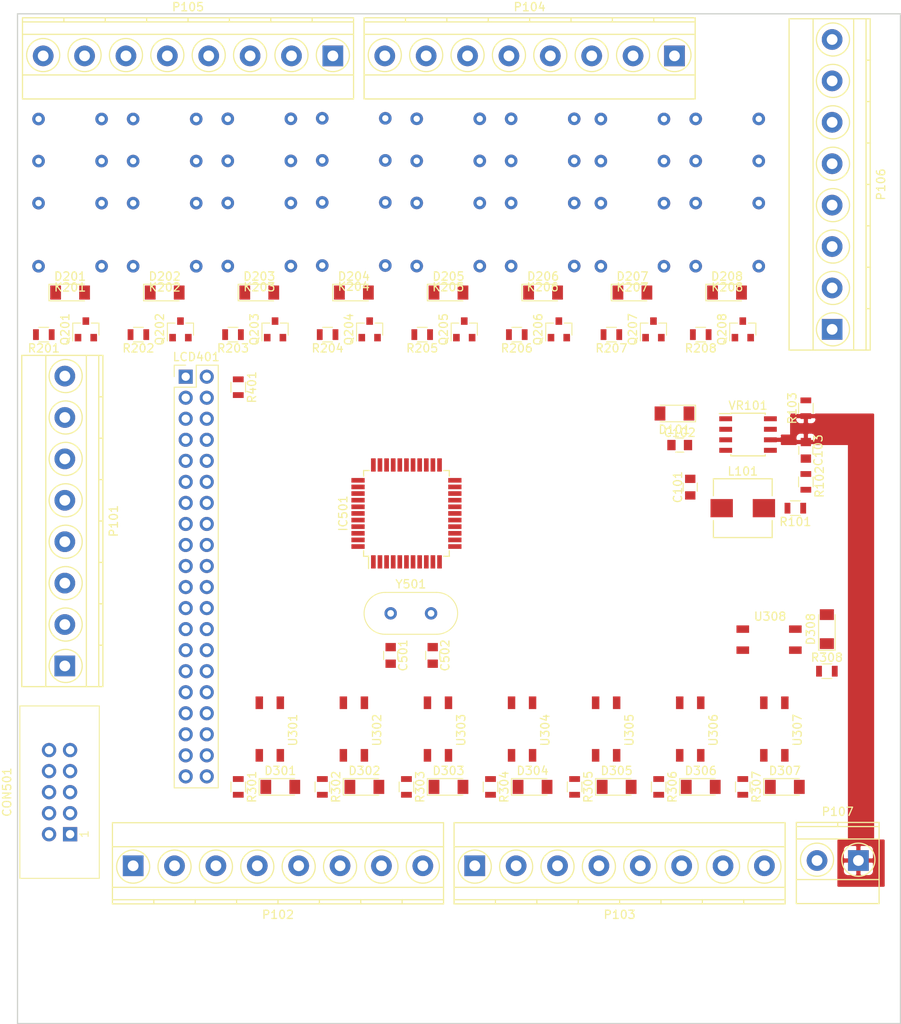
<source format=kicad_pcb>
(kicad_pcb (version 4) (host pcbnew 4.0.5)

  (general
    (links 225)
    (no_connects 222)
    (area 66.599999 39.294999 173.430001 161.365001)
    (thickness 1.6)
    (drawings 12)
    (tracks 0)
    (zones 0)
    (modules 79)
    (nets 136)
  )

  (page A4)
  (layers
    (0 F.Cu signal)
    (31 B.Cu signal)
    (32 B.Adhes user)
    (33 F.Adhes user)
    (34 B.Paste user)
    (35 F.Paste user)
    (36 B.SilkS user)
    (37 F.SilkS user)
    (38 B.Mask user)
    (39 F.Mask user)
    (40 Dwgs.User user)
    (41 Cmts.User user)
    (42 Eco1.User user)
    (43 Eco2.User user)
    (44 Edge.Cuts user)
    (45 Margin user)
    (46 B.CrtYd user)
    (47 F.CrtYd user)
    (48 B.Fab user)
    (49 F.Fab user)
  )

  (setup
    (last_trace_width 0.25)
    (trace_clearance 0.2)
    (zone_clearance 0.508)
    (zone_45_only no)
    (trace_min 0.2)
    (segment_width 0.2)
    (edge_width 0.15)
    (via_size 0.6)
    (via_drill 0.4)
    (via_min_size 0.4)
    (via_min_drill 0.3)
    (uvia_size 0.3)
    (uvia_drill 0.1)
    (uvias_allowed no)
    (uvia_min_size 0.2)
    (uvia_min_drill 0.1)
    (pcb_text_width 0.3)
    (pcb_text_size 1.5 1.5)
    (mod_edge_width 0.15)
    (mod_text_size 1 1)
    (mod_text_width 0.15)
    (pad_size 1.524 1.524)
    (pad_drill 0.762)
    (pad_to_mask_clearance 0.2)
    (aux_axis_origin 0 0)
    (visible_elements 7FFEFFFF)
    (pcbplotparams
      (layerselection 0x00030_80000001)
      (usegerberextensions false)
      (excludeedgelayer true)
      (linewidth 0.100000)
      (plotframeref false)
      (viasonmask false)
      (mode 1)
      (useauxorigin false)
      (hpglpennumber 1)
      (hpglpenspeed 20)
      (hpglpendiameter 15)
      (hpglpenoverlay 2)
      (psnegative false)
      (psa4output false)
      (plotreference true)
      (plotvalue true)
      (plotinvisibletext false)
      (padsonsilk false)
      (subtractmaskfromsilk false)
      (outputformat 1)
      (mirror false)
      (drillshape 1)
      (scaleselection 1)
      (outputdirectory ""))
  )

  (net 0 "")
  (net 1 GNDREF)
  (net 2 +3V3)
  (net 3 GND)
  (net 4 "Net-(C102-Pad2)")
  (net 5 +24V)
  (net 6 "Net-(D201-Pad2)")
  (net 7 "Net-(D202-Pad2)")
  (net 8 "Net-(D203-Pad2)")
  (net 9 "Net-(D204-Pad2)")
  (net 10 "Net-(D205-Pad2)")
  (net 11 "Net-(D206-Pad2)")
  (net 12 "Net-(K201-Pad13)")
  (net 13 "Net-(K201-Pad11)")
  (net 14 "Net-(K201-Pad9)")
  (net 15 "Net-(K202-Pad13)")
  (net 16 "Net-(K202-Pad11)")
  (net 17 "Net-(K202-Pad9)")
  (net 18 "Net-(K203-Pad13)")
  (net 19 "Net-(K203-Pad11)")
  (net 20 "Net-(K203-Pad9)")
  (net 21 "Net-(K204-Pad13)")
  (net 22 "Net-(K204-Pad11)")
  (net 23 "Net-(K204-Pad9)")
  (net 24 "Net-(K205-Pad13)")
  (net 25 "Net-(K205-Pad11)")
  (net 26 "Net-(K205-Pad9)")
  (net 27 "Net-(K206-Pad13)")
  (net 28 "Net-(K206-Pad11)")
  (net 29 "Net-(K206-Pad9)")
  (net 30 "Net-(L101-Pad2)")
  (net 31 "Net-(Q201-Pad3)")
  (net 32 "Net-(Q202-Pad3)")
  (net 33 "Net-(Q203-Pad3)")
  (net 34 "Net-(Q204-Pad3)")
  (net 35 "Net-(Q205-Pad3)")
  (net 36 "Net-(Q206-Pad3)")
  (net 37 "Net-(R101-Pad1)")
  (net 38 "Net-(R103-Pad2)")
  (net 39 "Net-(C501-Pad1)")
  (net 40 "Net-(C502-Pad1)")
  (net 41 /LCDTouchScreen/MOSI)
  (net 42 "Net-(CON501-Pad3)")
  (net 43 /LCDTouchScreen/SCK)
  (net 44 /LCDTouchScreen/MISO)
  (net 45 /RelayOutputs/OR1com)
  (net 46 /RelayOutputs/OR1sel1)
  (net 47 /RelayOutputs/OR1sel2)
  (net 48 /RelayOutputs/OR2com)
  (net 49 /RelayOutputs/OR2sel1)
  (net 50 /RelayOutputs/OR2sel2)
  (net 51 /RelayOutputs/OR3com)
  (net 52 /RelayOutputs/OR3sel1)
  (net 53 /RelayOutputs/OR3sel2)
  (net 54 /RelayOutputs/OR4com)
  (net 55 /RelayOutputs/OR4sel1)
  (net 56 /RelayOutputs/OR4sel2)
  (net 57 /RelayOutputs/OR5com)
  (net 58 /RelayOutputs/OR5sel1)
  (net 59 /RelayOutputs/OR5sel2)
  (net 60 /RelayOutputs/OR6com)
  (net 61 "Net-(LCD401-Pad2)")
  (net 62 /LCDTouchScreen/RST)
  (net 63 /LCDTouchScreen/WR)
  (net 64 /LCDTouchScreen/CS)
  (net 65 /Microcontroller/ADC0)
  (net 66 /Microcontroller/ADC1)
  (net 67 /Microcontroller/ADC2)
  (net 68 /Microcontroller/ADC3)
  (net 69 /RelayOutputs/O1)
  (net 70 /RelayOutputs/O2)
  (net 71 /RelayOutputs/O3)
  (net 72 /RelayOutputs/O4)
  (net 73 /RelayOutputs/O5)
  (net 74 /RelayOutputs/O6)
  (net 75 "Net-(D207-Pad2)")
  (net 76 "Net-(D208-Pad2)")
  (net 77 /RelayInputs/I1)
  (net 78 /RelayInputs/I2)
  (net 79 /RelayInputs/I3)
  (net 80 /RelayInputs/I4)
  (net 81 /RelayInputs/I5)
  (net 82 /RelayInputs/I6)
  (net 83 /RelayInputs/I7)
  (net 84 /RelayInputs/I8)
  (net 85 /RelayOutputs/O7)
  (net 86 /RelayOutputs/O8)
  (net 87 /RelayOutputs/OR7sel1)
  (net 88 "Net-(K207-Pad13)")
  (net 89 "Net-(K207-Pad11)")
  (net 90 "Net-(K207-Pad9)")
  (net 91 /RelayOutputs/OR8sel1)
  (net 92 "Net-(K208-Pad13)")
  (net 93 "Net-(K208-Pad11)")
  (net 94 "Net-(K208-Pad9)")
  (net 95 "Net-(Q207-Pad3)")
  (net 96 "Net-(Q208-Pad3)")
  (net 97 /OR6s1)
  (net 98 /OR6s2)
  (net 99 /OR7c)
  (net 100 /OR7s2)
  (net 101 /OR8c)
  (net 102 /OR8s2)
  (net 103 "Net-(D301-Pad1)")
  (net 104 /RelayInputs/RI1K)
  (net 105 "Net-(D302-Pad1)")
  (net 106 /RelayInputs/RI2K)
  (net 107 "Net-(D303-Pad1)")
  (net 108 /RelayInputs/RI3K)
  (net 109 "Net-(D304-Pad1)")
  (net 110 /RelayInputs/RI4K)
  (net 111 "Net-(D305-Pad1)")
  (net 112 /RelayInputs/RI5K)
  (net 113 "Net-(D306-Pad1)")
  (net 114 /RelayInputs/RI6K)
  (net 115 "Net-(D307-Pad1)")
  (net 116 /RelayInputs/RI7K)
  (net 117 "Net-(D308-Pad1)")
  (net 118 /RelayInputs/RI8K)
  (net 119 /RelayInputs/RI4A)
  (net 120 /RelayInputs/RI3A)
  (net 121 /RelayInputs/RI2A)
  (net 122 /RelayInputs/RI1A)
  (net 123 /RelayInputs/RI8A)
  (net 124 /RelayInputs/RI7A)
  (net 125 /RelayInputs/RI6A)
  (net 126 /RelayInputs/RI5A)
  (net 127 /Microcontroller/RESET)
  (net 128 /Microcontroller/ADC7)
  (net 129 /Microcontroller/ADC6)
  (net 130 /Microcontroller/ADC5)
  (net 131 /Microcontroller/ADC4)
  (net 132 /PB0)
  (net 133 /PB1)
  (net 134 /AVCC)
  (net 135 /AREF)

  (net_class Default "This is the default net class."
    (clearance 0.2)
    (trace_width 0.25)
    (via_dia 0.6)
    (via_drill 0.4)
    (uvia_dia 0.3)
    (uvia_drill 0.1)
    (add_net +24V)
    (add_net +3V3)
    (add_net /AREF)
    (add_net /AVCC)
    (add_net /LCDTouchScreen/CS)
    (add_net /LCDTouchScreen/MISO)
    (add_net /LCDTouchScreen/MOSI)
    (add_net /LCDTouchScreen/RST)
    (add_net /LCDTouchScreen/SCK)
    (add_net /LCDTouchScreen/WR)
    (add_net /Microcontroller/ADC0)
    (add_net /Microcontroller/ADC1)
    (add_net /Microcontroller/ADC2)
    (add_net /Microcontroller/ADC3)
    (add_net /Microcontroller/ADC4)
    (add_net /Microcontroller/ADC5)
    (add_net /Microcontroller/ADC6)
    (add_net /Microcontroller/ADC7)
    (add_net /Microcontroller/RESET)
    (add_net /OR6s1)
    (add_net /OR6s2)
    (add_net /OR7c)
    (add_net /OR7s2)
    (add_net /OR8c)
    (add_net /OR8s2)
    (add_net /PB0)
    (add_net /PB1)
    (add_net /RelayInputs/I1)
    (add_net /RelayInputs/I2)
    (add_net /RelayInputs/I3)
    (add_net /RelayInputs/I4)
    (add_net /RelayInputs/I5)
    (add_net /RelayInputs/I6)
    (add_net /RelayInputs/I7)
    (add_net /RelayInputs/I8)
    (add_net /RelayInputs/RI1A)
    (add_net /RelayInputs/RI1K)
    (add_net /RelayInputs/RI2A)
    (add_net /RelayInputs/RI2K)
    (add_net /RelayInputs/RI3A)
    (add_net /RelayInputs/RI3K)
    (add_net /RelayInputs/RI4A)
    (add_net /RelayInputs/RI4K)
    (add_net /RelayInputs/RI5A)
    (add_net /RelayInputs/RI5K)
    (add_net /RelayInputs/RI6A)
    (add_net /RelayInputs/RI6K)
    (add_net /RelayInputs/RI7A)
    (add_net /RelayInputs/RI7K)
    (add_net /RelayInputs/RI8A)
    (add_net /RelayInputs/RI8K)
    (add_net /RelayOutputs/O1)
    (add_net /RelayOutputs/O2)
    (add_net /RelayOutputs/O3)
    (add_net /RelayOutputs/O4)
    (add_net /RelayOutputs/O5)
    (add_net /RelayOutputs/O6)
    (add_net /RelayOutputs/O7)
    (add_net /RelayOutputs/O8)
    (add_net /RelayOutputs/OR1com)
    (add_net /RelayOutputs/OR1sel1)
    (add_net /RelayOutputs/OR1sel2)
    (add_net /RelayOutputs/OR2com)
    (add_net /RelayOutputs/OR2sel1)
    (add_net /RelayOutputs/OR2sel2)
    (add_net /RelayOutputs/OR3com)
    (add_net /RelayOutputs/OR3sel1)
    (add_net /RelayOutputs/OR3sel2)
    (add_net /RelayOutputs/OR4com)
    (add_net /RelayOutputs/OR4sel1)
    (add_net /RelayOutputs/OR4sel2)
    (add_net /RelayOutputs/OR5com)
    (add_net /RelayOutputs/OR5sel1)
    (add_net /RelayOutputs/OR5sel2)
    (add_net /RelayOutputs/OR6com)
    (add_net /RelayOutputs/OR7sel1)
    (add_net /RelayOutputs/OR8sel1)
    (add_net GND)
    (add_net GNDREF)
    (add_net "Net-(C102-Pad2)")
    (add_net "Net-(C501-Pad1)")
    (add_net "Net-(C502-Pad1)")
    (add_net "Net-(CON501-Pad3)")
    (add_net "Net-(D201-Pad2)")
    (add_net "Net-(D202-Pad2)")
    (add_net "Net-(D203-Pad2)")
    (add_net "Net-(D204-Pad2)")
    (add_net "Net-(D205-Pad2)")
    (add_net "Net-(D206-Pad2)")
    (add_net "Net-(D207-Pad2)")
    (add_net "Net-(D208-Pad2)")
    (add_net "Net-(D301-Pad1)")
    (add_net "Net-(D302-Pad1)")
    (add_net "Net-(D303-Pad1)")
    (add_net "Net-(D304-Pad1)")
    (add_net "Net-(D305-Pad1)")
    (add_net "Net-(D306-Pad1)")
    (add_net "Net-(D307-Pad1)")
    (add_net "Net-(D308-Pad1)")
    (add_net "Net-(K201-Pad11)")
    (add_net "Net-(K201-Pad13)")
    (add_net "Net-(K201-Pad9)")
    (add_net "Net-(K202-Pad11)")
    (add_net "Net-(K202-Pad13)")
    (add_net "Net-(K202-Pad9)")
    (add_net "Net-(K203-Pad11)")
    (add_net "Net-(K203-Pad13)")
    (add_net "Net-(K203-Pad9)")
    (add_net "Net-(K204-Pad11)")
    (add_net "Net-(K204-Pad13)")
    (add_net "Net-(K204-Pad9)")
    (add_net "Net-(K205-Pad11)")
    (add_net "Net-(K205-Pad13)")
    (add_net "Net-(K205-Pad9)")
    (add_net "Net-(K206-Pad11)")
    (add_net "Net-(K206-Pad13)")
    (add_net "Net-(K206-Pad9)")
    (add_net "Net-(K207-Pad11)")
    (add_net "Net-(K207-Pad13)")
    (add_net "Net-(K207-Pad9)")
    (add_net "Net-(K208-Pad11)")
    (add_net "Net-(K208-Pad13)")
    (add_net "Net-(K208-Pad9)")
    (add_net "Net-(L101-Pad2)")
    (add_net "Net-(LCD401-Pad2)")
    (add_net "Net-(Q201-Pad3)")
    (add_net "Net-(Q202-Pad3)")
    (add_net "Net-(Q203-Pad3)")
    (add_net "Net-(Q204-Pad3)")
    (add_net "Net-(Q205-Pad3)")
    (add_net "Net-(Q206-Pad3)")
    (add_net "Net-(Q207-Pad3)")
    (add_net "Net-(Q208-Pad3)")
    (add_net "Net-(R101-Pad1)")
    (add_net "Net-(R103-Pad2)")
  )

  (module Meisei:Meisei-m4-24h locked (layer F.Cu) (tedit 58AD66CC) (tstamp 58AEBB73)
    (at 110.460763 69.1925 180)
    (path /58ADF524/58AE8967)
    (fp_text reference K205 (at 3.81 -2.54 180) (layer F.SilkS)
      (effects (font (size 1 1) (thickness 0.15)))
    )
    (fp_text value Meisei-m4-24h (at 3.81 20.32 180) (layer F.Fab)
      (effects (font (size 1 1) (thickness 0.15)))
    )
    (pad 1 thru_hole circle (at 0 0 180) (size 1.524 1.524) (drill 0.762) (layers *.Cu *.Mask)
      (net 10 "Net-(D205-Pad2)"))
    (pad 4 thru_hole circle (at 0 7.62 180) (size 1.524 1.524) (drill 0.762) (layers *.Cu *.Mask)
      (net 57 /RelayOutputs/OR5com))
    (pad 6 thru_hole circle (at 0 12.7 180) (size 1.524 1.524) (drill 0.762) (layers *.Cu *.Mask)
      (net 58 /RelayOutputs/OR5sel1))
    (pad 8 thru_hole circle (at 0 17.78 180) (size 1.524 1.524) (drill 0.762) (layers *.Cu *.Mask)
      (net 59 /RelayOutputs/OR5sel2))
    (pad 16 thru_hole circle (at 7.62 0 180) (size 1.524 1.524) (drill 0.762) (layers *.Cu *.Mask)
      (net 5 +24V))
    (pad 13 thru_hole circle (at 7.62 7.62 180) (size 1.524 1.524) (drill 0.762) (layers *.Cu *.Mask)
      (net 24 "Net-(K205-Pad13)"))
    (pad 11 thru_hole circle (at 7.62 12.7 180) (size 1.524 1.524) (drill 0.762) (layers *.Cu *.Mask)
      (net 25 "Net-(K205-Pad11)"))
    (pad 9 thru_hole circle (at 7.62 17.78 180) (size 1.524 1.524) (drill 0.762) (layers *.Cu *.Mask)
      (net 26 "Net-(K205-Pad9)"))
  )

  (module Capacitors_SMD:C_0805 (layer F.Cu) (tedit 58AA8463) (tstamp 58AEBAE1)
    (at 135.89 95.885 90)
    (descr "Capacitor SMD 0805, reflow soldering, AVX (see smccp.pdf)")
    (tags "capacitor 0805")
    (path /58ADC46F)
    (attr smd)
    (fp_text reference C101 (at 0 -1.5 90) (layer F.SilkS)
      (effects (font (size 1 1) (thickness 0.15)))
    )
    (fp_text value 4uF (at 0 1.75 90) (layer F.Fab)
      (effects (font (size 1 1) (thickness 0.15)))
    )
    (fp_text user %R (at 0 -1.5 90) (layer F.Fab)
      (effects (font (size 1 1) (thickness 0.15)))
    )
    (fp_line (start -1 0.62) (end -1 -0.62) (layer F.Fab) (width 0.1))
    (fp_line (start 1 0.62) (end -1 0.62) (layer F.Fab) (width 0.1))
    (fp_line (start 1 -0.62) (end 1 0.62) (layer F.Fab) (width 0.1))
    (fp_line (start -1 -0.62) (end 1 -0.62) (layer F.Fab) (width 0.1))
    (fp_line (start 0.5 -0.85) (end -0.5 -0.85) (layer F.SilkS) (width 0.12))
    (fp_line (start -0.5 0.85) (end 0.5 0.85) (layer F.SilkS) (width 0.12))
    (fp_line (start -1.75 -0.88) (end 1.75 -0.88) (layer F.CrtYd) (width 0.05))
    (fp_line (start -1.75 -0.88) (end -1.75 0.87) (layer F.CrtYd) (width 0.05))
    (fp_line (start 1.75 0.87) (end 1.75 -0.88) (layer F.CrtYd) (width 0.05))
    (fp_line (start 1.75 0.87) (end -1.75 0.87) (layer F.CrtYd) (width 0.05))
    (pad 1 smd rect (at -1 0 90) (size 1 1.25) (layers F.Cu F.Paste F.Mask)
      (net 2 +3V3))
    (pad 2 smd rect (at 1 0 90) (size 1 1.25) (layers F.Cu F.Paste F.Mask)
      (net 3 GND))
    (model Capacitors_SMD.3dshapes/C_0805.wrl
      (at (xyz 0 0 0))
      (scale (xyz 1 1 1))
      (rotate (xyz 0 0 0))
    )
  )

  (module Capacitors_SMD:C_0805 (layer F.Cu) (tedit 58AA8463) (tstamp 58AEBAE7)
    (at 134.62 90.805)
    (descr "Capacitor SMD 0805, reflow soldering, AVX (see smccp.pdf)")
    (tags "capacitor 0805")
    (path /58ADC3B5)
    (attr smd)
    (fp_text reference C102 (at 0 -1.5) (layer F.SilkS)
      (effects (font (size 1 1) (thickness 0.15)))
    )
    (fp_text value 32pF (at 0 1.75) (layer F.Fab)
      (effects (font (size 1 1) (thickness 0.15)))
    )
    (fp_text user %R (at 0 -1.5) (layer F.Fab)
      (effects (font (size 1 1) (thickness 0.15)))
    )
    (fp_line (start -1 0.62) (end -1 -0.62) (layer F.Fab) (width 0.1))
    (fp_line (start 1 0.62) (end -1 0.62) (layer F.Fab) (width 0.1))
    (fp_line (start 1 -0.62) (end 1 0.62) (layer F.Fab) (width 0.1))
    (fp_line (start -1 -0.62) (end 1 -0.62) (layer F.Fab) (width 0.1))
    (fp_line (start 0.5 -0.85) (end -0.5 -0.85) (layer F.SilkS) (width 0.12))
    (fp_line (start -0.5 0.85) (end 0.5 0.85) (layer F.SilkS) (width 0.12))
    (fp_line (start -1.75 -0.88) (end 1.75 -0.88) (layer F.CrtYd) (width 0.05))
    (fp_line (start -1.75 -0.88) (end -1.75 0.87) (layer F.CrtYd) (width 0.05))
    (fp_line (start 1.75 0.87) (end 1.75 -0.88) (layer F.CrtYd) (width 0.05))
    (fp_line (start 1.75 0.87) (end -1.75 0.87) (layer F.CrtYd) (width 0.05))
    (pad 1 smd rect (at -1 0) (size 1 1.25) (layers F.Cu F.Paste F.Mask)
      (net 3 GND))
    (pad 2 smd rect (at 1 0) (size 1 1.25) (layers F.Cu F.Paste F.Mask)
      (net 4 "Net-(C102-Pad2)"))
    (model Capacitors_SMD.3dshapes/C_0805.wrl
      (at (xyz 0 0 0))
      (scale (xyz 1 1 1))
      (rotate (xyz 0 0 0))
    )
  )

  (module Capacitors_SMD:C_0805 (layer F.Cu) (tedit 58AA8463) (tstamp 58AEBAED)
    (at 149.86 91.44 270)
    (descr "Capacitor SMD 0805, reflow soldering, AVX (see smccp.pdf)")
    (tags "capacitor 0805")
    (path /58ADC4C2)
    (attr smd)
    (fp_text reference C103 (at 0 -1.5 270) (layer F.SilkS)
      (effects (font (size 1 1) (thickness 0.15)))
    )
    (fp_text value 100uF (at 0 1.75 270) (layer F.Fab)
      (effects (font (size 1 1) (thickness 0.15)))
    )
    (fp_text user %R (at 0 -1.5 270) (layer F.Fab)
      (effects (font (size 1 1) (thickness 0.15)))
    )
    (fp_line (start -1 0.62) (end -1 -0.62) (layer F.Fab) (width 0.1))
    (fp_line (start 1 0.62) (end -1 0.62) (layer F.Fab) (width 0.1))
    (fp_line (start 1 -0.62) (end 1 0.62) (layer F.Fab) (width 0.1))
    (fp_line (start -1 -0.62) (end 1 -0.62) (layer F.Fab) (width 0.1))
    (fp_line (start 0.5 -0.85) (end -0.5 -0.85) (layer F.SilkS) (width 0.12))
    (fp_line (start -0.5 0.85) (end 0.5 0.85) (layer F.SilkS) (width 0.12))
    (fp_line (start -1.75 -0.88) (end 1.75 -0.88) (layer F.CrtYd) (width 0.05))
    (fp_line (start -1.75 -0.88) (end -1.75 0.87) (layer F.CrtYd) (width 0.05))
    (fp_line (start 1.75 0.87) (end 1.75 -0.88) (layer F.CrtYd) (width 0.05))
    (fp_line (start 1.75 0.87) (end -1.75 0.87) (layer F.CrtYd) (width 0.05))
    (pad 1 smd rect (at -1 0 270) (size 1 1.25) (layers F.Cu F.Paste F.Mask)
      (net 5 +24V))
    (pad 2 smd rect (at 1 0 270) (size 1 1.25) (layers F.Cu F.Paste F.Mask)
      (net 3 GND))
    (model Capacitors_SMD.3dshapes/C_0805.wrl
      (at (xyz 0 0 0))
      (scale (xyz 1 1 1))
      (rotate (xyz 0 0 0))
    )
  )

  (module Meisei:Meisei-m4-24h (layer F.Cu) (tedit 58AD66CC) (tstamp 58AEBB43)
    (at 64.77 69.215 180)
    (path /58ADF524/58AE8E17)
    (fp_text reference K201 (at 3.81 -2.54 180) (layer F.SilkS)
      (effects (font (size 1 1) (thickness 0.15)))
    )
    (fp_text value Meisei-m4-24h (at 3.81 20.32 180) (layer F.Fab)
      (effects (font (size 1 1) (thickness 0.15)))
    )
    (pad 1 thru_hole circle (at 0 0 180) (size 1.524 1.524) (drill 0.762) (layers *.Cu *.Mask)
      (net 6 "Net-(D201-Pad2)"))
    (pad 4 thru_hole circle (at 0 7.62 180) (size 1.524 1.524) (drill 0.762) (layers *.Cu *.Mask)
      (net 45 /RelayOutputs/OR1com))
    (pad 6 thru_hole circle (at 0 12.7 180) (size 1.524 1.524) (drill 0.762) (layers *.Cu *.Mask)
      (net 46 /RelayOutputs/OR1sel1))
    (pad 8 thru_hole circle (at 0 17.78 180) (size 1.524 1.524) (drill 0.762) (layers *.Cu *.Mask)
      (net 47 /RelayOutputs/OR1sel2))
    (pad 16 thru_hole circle (at 7.62 0 180) (size 1.524 1.524) (drill 0.762) (layers *.Cu *.Mask)
      (net 5 +24V))
    (pad 13 thru_hole circle (at 7.62 7.62 180) (size 1.524 1.524) (drill 0.762) (layers *.Cu *.Mask)
      (net 12 "Net-(K201-Pad13)"))
    (pad 11 thru_hole circle (at 7.62 12.7 180) (size 1.524 1.524) (drill 0.762) (layers *.Cu *.Mask)
      (net 13 "Net-(K201-Pad11)"))
    (pad 9 thru_hole circle (at 7.62 17.78 180) (size 1.524 1.524) (drill 0.762) (layers *.Cu *.Mask)
      (net 14 "Net-(K201-Pad9)"))
  )

  (module Meisei:Meisei-m4-24h (layer F.Cu) (tedit 58AD66CC) (tstamp 58AEBB4F)
    (at 76.2 69.215 180)
    (path /58ADF524/58AE8E57)
    (fp_text reference K202 (at 3.81 -2.54 180) (layer F.SilkS)
      (effects (font (size 1 1) (thickness 0.15)))
    )
    (fp_text value Meisei-m4-24h (at 3.81 20.32 180) (layer F.Fab)
      (effects (font (size 1 1) (thickness 0.15)))
    )
    (pad 1 thru_hole circle (at 0 0 180) (size 1.524 1.524) (drill 0.762) (layers *.Cu *.Mask)
      (net 7 "Net-(D202-Pad2)"))
    (pad 4 thru_hole circle (at 0 7.62 180) (size 1.524 1.524) (drill 0.762) (layers *.Cu *.Mask)
      (net 48 /RelayOutputs/OR2com))
    (pad 6 thru_hole circle (at 0 12.7 180) (size 1.524 1.524) (drill 0.762) (layers *.Cu *.Mask)
      (net 49 /RelayOutputs/OR2sel1))
    (pad 8 thru_hole circle (at 0 17.78 180) (size 1.524 1.524) (drill 0.762) (layers *.Cu *.Mask)
      (net 50 /RelayOutputs/OR2sel2))
    (pad 16 thru_hole circle (at 7.62 0 180) (size 1.524 1.524) (drill 0.762) (layers *.Cu *.Mask)
      (net 5 +24V))
    (pad 13 thru_hole circle (at 7.62 7.62 180) (size 1.524 1.524) (drill 0.762) (layers *.Cu *.Mask)
      (net 15 "Net-(K202-Pad13)"))
    (pad 11 thru_hole circle (at 7.62 12.7 180) (size 1.524 1.524) (drill 0.762) (layers *.Cu *.Mask)
      (net 16 "Net-(K202-Pad11)"))
    (pad 9 thru_hole circle (at 7.62 17.78 180) (size 1.524 1.524) (drill 0.762) (layers *.Cu *.Mask)
      (net 17 "Net-(K202-Pad9)"))
  )

  (module Meisei:Meisei-m4-24h (layer F.Cu) (tedit 58AD66CC) (tstamp 58AEBB5B)
    (at 87.634763 69.1925 180)
    (path /58ADF524/58AE8E97)
    (fp_text reference K203 (at 3.81 -2.54 180) (layer F.SilkS)
      (effects (font (size 1 1) (thickness 0.15)))
    )
    (fp_text value Meisei-m4-24h (at 3.81 20.32 180) (layer F.Fab)
      (effects (font (size 1 1) (thickness 0.15)))
    )
    (pad 1 thru_hole circle (at 0 0 180) (size 1.524 1.524) (drill 0.762) (layers *.Cu *.Mask)
      (net 8 "Net-(D203-Pad2)"))
    (pad 4 thru_hole circle (at 0 7.62 180) (size 1.524 1.524) (drill 0.762) (layers *.Cu *.Mask)
      (net 51 /RelayOutputs/OR3com))
    (pad 6 thru_hole circle (at 0 12.7 180) (size 1.524 1.524) (drill 0.762) (layers *.Cu *.Mask)
      (net 52 /RelayOutputs/OR3sel1))
    (pad 8 thru_hole circle (at 0 17.78 180) (size 1.524 1.524) (drill 0.762) (layers *.Cu *.Mask)
      (net 53 /RelayOutputs/OR3sel2))
    (pad 16 thru_hole circle (at 7.62 0 180) (size 1.524 1.524) (drill 0.762) (layers *.Cu *.Mask)
      (net 5 +24V))
    (pad 13 thru_hole circle (at 7.62 7.62 180) (size 1.524 1.524) (drill 0.762) (layers *.Cu *.Mask)
      (net 18 "Net-(K203-Pad13)"))
    (pad 11 thru_hole circle (at 7.62 12.7 180) (size 1.524 1.524) (drill 0.762) (layers *.Cu *.Mask)
      (net 19 "Net-(K203-Pad11)"))
    (pad 9 thru_hole circle (at 7.62 17.78 180) (size 1.524 1.524) (drill 0.762) (layers *.Cu *.Mask)
      (net 20 "Net-(K203-Pad9)"))
  )

  (module Meisei:Meisei-m4-24h (layer F.Cu) (tedit 58AD66CC) (tstamp 58AEBB67)
    (at 99.047763 69.129 180)
    (path /58ADF524/58ADF9BD)
    (fp_text reference K204 (at 3.81 -2.54 180) (layer F.SilkS)
      (effects (font (size 1 1) (thickness 0.15)))
    )
    (fp_text value Meisei-m4-24h (at 3.81 20.32 180) (layer F.Fab)
      (effects (font (size 1 1) (thickness 0.15)))
    )
    (pad 1 thru_hole circle (at 0 0 180) (size 1.524 1.524) (drill 0.762) (layers *.Cu *.Mask)
      (net 9 "Net-(D204-Pad2)"))
    (pad 4 thru_hole circle (at 0 7.62 180) (size 1.524 1.524) (drill 0.762) (layers *.Cu *.Mask)
      (net 54 /RelayOutputs/OR4com))
    (pad 6 thru_hole circle (at 0 12.7 180) (size 1.524 1.524) (drill 0.762) (layers *.Cu *.Mask)
      (net 55 /RelayOutputs/OR4sel1))
    (pad 8 thru_hole circle (at 0 17.78 180) (size 1.524 1.524) (drill 0.762) (layers *.Cu *.Mask)
      (net 56 /RelayOutputs/OR4sel2))
    (pad 16 thru_hole circle (at 7.62 0 180) (size 1.524 1.524) (drill 0.762) (layers *.Cu *.Mask)
      (net 5 +24V))
    (pad 13 thru_hole circle (at 7.62 7.62 180) (size 1.524 1.524) (drill 0.762) (layers *.Cu *.Mask)
      (net 21 "Net-(K204-Pad13)"))
    (pad 11 thru_hole circle (at 7.62 12.7 180) (size 1.524 1.524) (drill 0.762) (layers *.Cu *.Mask)
      (net 22 "Net-(K204-Pad11)"))
    (pad 9 thru_hole circle (at 7.62 17.78 180) (size 1.524 1.524) (drill 0.762) (layers *.Cu *.Mask)
      (net 23 "Net-(K204-Pad9)"))
  )

  (module Meisei:Meisei-m4-24h (layer F.Cu) (tedit 58AD66CC) (tstamp 58AEBB7F)
    (at 121.873763 69.1925 180)
    (path /58ADF524/58AE8A3F)
    (fp_text reference K206 (at 3.81 -2.54 180) (layer F.SilkS)
      (effects (font (size 1 1) (thickness 0.15)))
    )
    (fp_text value Meisei-m4-24h (at 3.81 20.32 180) (layer F.Fab)
      (effects (font (size 1 1) (thickness 0.15)))
    )
    (pad 1 thru_hole circle (at 0 0 180) (size 1.524 1.524) (drill 0.762) (layers *.Cu *.Mask)
      (net 11 "Net-(D206-Pad2)"))
    (pad 4 thru_hole circle (at 0 7.62 180) (size 1.524 1.524) (drill 0.762) (layers *.Cu *.Mask)
      (net 60 /RelayOutputs/OR6com))
    (pad 6 thru_hole circle (at 0 12.7 180) (size 1.524 1.524) (drill 0.762) (layers *.Cu *.Mask)
      (net 97 /OR6s1))
    (pad 8 thru_hole circle (at 0 17.78 180) (size 1.524 1.524) (drill 0.762) (layers *.Cu *.Mask)
      (net 98 /OR6s2))
    (pad 16 thru_hole circle (at 7.62 0 180) (size 1.524 1.524) (drill 0.762) (layers *.Cu *.Mask)
      (net 5 +24V))
    (pad 13 thru_hole circle (at 7.62 7.62 180) (size 1.524 1.524) (drill 0.762) (layers *.Cu *.Mask)
      (net 27 "Net-(K206-Pad13)"))
    (pad 11 thru_hole circle (at 7.62 12.7 180) (size 1.524 1.524) (drill 0.762) (layers *.Cu *.Mask)
      (net 28 "Net-(K206-Pad11)"))
    (pad 9 thru_hole circle (at 7.62 17.78 180) (size 1.524 1.524) (drill 0.762) (layers *.Cu *.Mask)
      (net 29 "Net-(K206-Pad9)"))
  )

  (module MMBT3904:MMBT3904 (layer F.Cu) (tedit 58ADB572) (tstamp 58AEBC1D)
    (at 62.865 76.835 90)
    (descr "SOT-23, Standard")
    (tags SOT-23)
    (path /58ADF524/58AE8E1D)
    (attr smd)
    (fp_text reference Q201 (at 0 -2.5 90) (layer F.SilkS)
      (effects (font (size 1 1) (thickness 0.15)))
    )
    (fp_text value Q_NPN_BCE (at 0 2.5 90) (layer F.Fab)
      (effects (font (size 1 1) (thickness 0.15)))
    )
    (fp_line (start -0.7 -0.95) (end -0.7 1.5) (layer F.Fab) (width 0.1))
    (fp_line (start -0.15 -1.52) (end 0.7 -1.52) (layer F.Fab) (width 0.1))
    (fp_line (start -0.7 -0.95) (end -0.15 -1.52) (layer F.Fab) (width 0.1))
    (fp_line (start 0.7 -1.52) (end 0.7 1.52) (layer F.Fab) (width 0.1))
    (fp_line (start -0.7 1.52) (end 0.7 1.52) (layer F.Fab) (width 0.1))
    (fp_line (start 0.76 1.58) (end 0.76 0.65) (layer F.SilkS) (width 0.12))
    (fp_line (start 0.76 -1.58) (end 0.76 -0.65) (layer F.SilkS) (width 0.12))
    (fp_line (start -1.7 -1.75) (end 1.7 -1.75) (layer F.CrtYd) (width 0.05))
    (fp_line (start 1.7 -1.75) (end 1.7 1.75) (layer F.CrtYd) (width 0.05))
    (fp_line (start 1.7 1.75) (end -1.7 1.75) (layer F.CrtYd) (width 0.05))
    (fp_line (start -1.7 1.75) (end -1.7 -1.75) (layer F.CrtYd) (width 0.05))
    (fp_line (start 0.76 -1.58) (end -1.4 -1.58) (layer F.SilkS) (width 0.12))
    (fp_line (start 0.76 1.58) (end -0.7 1.58) (layer F.SilkS) (width 0.12))
    (pad 3 smd rect (at -1 -0.95 90) (size 0.9 0.8) (layers F.Cu F.Paste F.Mask)
      (net 31 "Net-(Q201-Pad3)"))
    (pad 1 smd rect (at -1 0.95 90) (size 0.9 0.8) (layers F.Cu F.Paste F.Mask)
      (net 1 GNDREF))
    (pad 2 smd rect (at 1 0 90) (size 0.9 0.8) (layers F.Cu F.Paste F.Mask)
      (net 6 "Net-(D201-Pad2)"))
    (model TO_SOT_Packages_SMD.3dshapes/SOT-23.wrl
      (at (xyz 0 0 0))
      (scale (xyz 1 1 1))
      (rotate (xyz 0 0 90))
    )
  )

  (module MMBT3904:MMBT3904 (layer F.Cu) (tedit 58ADB572) (tstamp 58AEBC31)
    (at 74.295 76.835 90)
    (descr "SOT-23, Standard")
    (tags SOT-23)
    (path /58ADF524/58AE8E5D)
    (attr smd)
    (fp_text reference Q202 (at 0 -2.5 90) (layer F.SilkS)
      (effects (font (size 1 1) (thickness 0.15)))
    )
    (fp_text value Q_NPN_BCE (at 0 2.5 90) (layer F.Fab)
      (effects (font (size 1 1) (thickness 0.15)))
    )
    (fp_line (start -0.7 -0.95) (end -0.7 1.5) (layer F.Fab) (width 0.1))
    (fp_line (start -0.15 -1.52) (end 0.7 -1.52) (layer F.Fab) (width 0.1))
    (fp_line (start -0.7 -0.95) (end -0.15 -1.52) (layer F.Fab) (width 0.1))
    (fp_line (start 0.7 -1.52) (end 0.7 1.52) (layer F.Fab) (width 0.1))
    (fp_line (start -0.7 1.52) (end 0.7 1.52) (layer F.Fab) (width 0.1))
    (fp_line (start 0.76 1.58) (end 0.76 0.65) (layer F.SilkS) (width 0.12))
    (fp_line (start 0.76 -1.58) (end 0.76 -0.65) (layer F.SilkS) (width 0.12))
    (fp_line (start -1.7 -1.75) (end 1.7 -1.75) (layer F.CrtYd) (width 0.05))
    (fp_line (start 1.7 -1.75) (end 1.7 1.75) (layer F.CrtYd) (width 0.05))
    (fp_line (start 1.7 1.75) (end -1.7 1.75) (layer F.CrtYd) (width 0.05))
    (fp_line (start -1.7 1.75) (end -1.7 -1.75) (layer F.CrtYd) (width 0.05))
    (fp_line (start 0.76 -1.58) (end -1.4 -1.58) (layer F.SilkS) (width 0.12))
    (fp_line (start 0.76 1.58) (end -0.7 1.58) (layer F.SilkS) (width 0.12))
    (pad 3 smd rect (at -1 -0.95 90) (size 0.9 0.8) (layers F.Cu F.Paste F.Mask)
      (net 32 "Net-(Q202-Pad3)"))
    (pad 1 smd rect (at -1 0.95 90) (size 0.9 0.8) (layers F.Cu F.Paste F.Mask)
      (net 1 GNDREF))
    (pad 2 smd rect (at 1 0 90) (size 0.9 0.8) (layers F.Cu F.Paste F.Mask)
      (net 7 "Net-(D202-Pad2)"))
    (model TO_SOT_Packages_SMD.3dshapes/SOT-23.wrl
      (at (xyz 0 0 0))
      (scale (xyz 1 1 1))
      (rotate (xyz 0 0 90))
    )
  )

  (module MMBT3904:MMBT3904 (layer F.Cu) (tedit 58ADB572) (tstamp 58AEBC45)
    (at 85.725 76.835 90)
    (descr "SOT-23, Standard")
    (tags SOT-23)
    (path /58ADF524/58AE8E9D)
    (attr smd)
    (fp_text reference Q203 (at 0 -2.5 90) (layer F.SilkS)
      (effects (font (size 1 1) (thickness 0.15)))
    )
    (fp_text value Q_NPN_BCE (at 0 2.5 90) (layer F.Fab)
      (effects (font (size 1 1) (thickness 0.15)))
    )
    (fp_line (start -0.7 -0.95) (end -0.7 1.5) (layer F.Fab) (width 0.1))
    (fp_line (start -0.15 -1.52) (end 0.7 -1.52) (layer F.Fab) (width 0.1))
    (fp_line (start -0.7 -0.95) (end -0.15 -1.52) (layer F.Fab) (width 0.1))
    (fp_line (start 0.7 -1.52) (end 0.7 1.52) (layer F.Fab) (width 0.1))
    (fp_line (start -0.7 1.52) (end 0.7 1.52) (layer F.Fab) (width 0.1))
    (fp_line (start 0.76 1.58) (end 0.76 0.65) (layer F.SilkS) (width 0.12))
    (fp_line (start 0.76 -1.58) (end 0.76 -0.65) (layer F.SilkS) (width 0.12))
    (fp_line (start -1.7 -1.75) (end 1.7 -1.75) (layer F.CrtYd) (width 0.05))
    (fp_line (start 1.7 -1.75) (end 1.7 1.75) (layer F.CrtYd) (width 0.05))
    (fp_line (start 1.7 1.75) (end -1.7 1.75) (layer F.CrtYd) (width 0.05))
    (fp_line (start -1.7 1.75) (end -1.7 -1.75) (layer F.CrtYd) (width 0.05))
    (fp_line (start 0.76 -1.58) (end -1.4 -1.58) (layer F.SilkS) (width 0.12))
    (fp_line (start 0.76 1.58) (end -0.7 1.58) (layer F.SilkS) (width 0.12))
    (pad 3 smd rect (at -1 -0.95 90) (size 0.9 0.8) (layers F.Cu F.Paste F.Mask)
      (net 33 "Net-(Q203-Pad3)"))
    (pad 1 smd rect (at -1 0.95 90) (size 0.9 0.8) (layers F.Cu F.Paste F.Mask)
      (net 1 GNDREF))
    (pad 2 smd rect (at 1 0 90) (size 0.9 0.8) (layers F.Cu F.Paste F.Mask)
      (net 8 "Net-(D203-Pad2)"))
    (model TO_SOT_Packages_SMD.3dshapes/SOT-23.wrl
      (at (xyz 0 0 0))
      (scale (xyz 1 1 1))
      (rotate (xyz 0 0 90))
    )
  )

  (module MMBT3904:MMBT3904 (layer F.Cu) (tedit 58ADB572) (tstamp 58AEBC59)
    (at 97.155 76.835 90)
    (descr "SOT-23, Standard")
    (tags SOT-23)
    (path /58ADF524/58ADF9C4)
    (attr smd)
    (fp_text reference Q204 (at 0 -2.5 90) (layer F.SilkS)
      (effects (font (size 1 1) (thickness 0.15)))
    )
    (fp_text value Q_NPN_BCE (at 0 2.5 90) (layer F.Fab)
      (effects (font (size 1 1) (thickness 0.15)))
    )
    (fp_line (start -0.7 -0.95) (end -0.7 1.5) (layer F.Fab) (width 0.1))
    (fp_line (start -0.15 -1.52) (end 0.7 -1.52) (layer F.Fab) (width 0.1))
    (fp_line (start -0.7 -0.95) (end -0.15 -1.52) (layer F.Fab) (width 0.1))
    (fp_line (start 0.7 -1.52) (end 0.7 1.52) (layer F.Fab) (width 0.1))
    (fp_line (start -0.7 1.52) (end 0.7 1.52) (layer F.Fab) (width 0.1))
    (fp_line (start 0.76 1.58) (end 0.76 0.65) (layer F.SilkS) (width 0.12))
    (fp_line (start 0.76 -1.58) (end 0.76 -0.65) (layer F.SilkS) (width 0.12))
    (fp_line (start -1.7 -1.75) (end 1.7 -1.75) (layer F.CrtYd) (width 0.05))
    (fp_line (start 1.7 -1.75) (end 1.7 1.75) (layer F.CrtYd) (width 0.05))
    (fp_line (start 1.7 1.75) (end -1.7 1.75) (layer F.CrtYd) (width 0.05))
    (fp_line (start -1.7 1.75) (end -1.7 -1.75) (layer F.CrtYd) (width 0.05))
    (fp_line (start 0.76 -1.58) (end -1.4 -1.58) (layer F.SilkS) (width 0.12))
    (fp_line (start 0.76 1.58) (end -0.7 1.58) (layer F.SilkS) (width 0.12))
    (pad 3 smd rect (at -1 -0.95 90) (size 0.9 0.8) (layers F.Cu F.Paste F.Mask)
      (net 34 "Net-(Q204-Pad3)"))
    (pad 1 smd rect (at -1 0.95 90) (size 0.9 0.8) (layers F.Cu F.Paste F.Mask)
      (net 1 GNDREF))
    (pad 2 smd rect (at 1 0 90) (size 0.9 0.8) (layers F.Cu F.Paste F.Mask)
      (net 9 "Net-(D204-Pad2)"))
    (model TO_SOT_Packages_SMD.3dshapes/SOT-23.wrl
      (at (xyz 0 0 0))
      (scale (xyz 1 1 1))
      (rotate (xyz 0 0 90))
    )
  )

  (module MMBT3904:MMBT3904 (layer F.Cu) (tedit 58ADB572) (tstamp 58AEBC6D)
    (at 108.585 76.835 90)
    (descr "SOT-23, Standard")
    (tags SOT-23)
    (path /58ADF524/58AE896D)
    (attr smd)
    (fp_text reference Q205 (at 0 -2.5 90) (layer F.SilkS)
      (effects (font (size 1 1) (thickness 0.15)))
    )
    (fp_text value Q_NPN_BCE (at 0 2.5 90) (layer F.Fab)
      (effects (font (size 1 1) (thickness 0.15)))
    )
    (fp_line (start -0.7 -0.95) (end -0.7 1.5) (layer F.Fab) (width 0.1))
    (fp_line (start -0.15 -1.52) (end 0.7 -1.52) (layer F.Fab) (width 0.1))
    (fp_line (start -0.7 -0.95) (end -0.15 -1.52) (layer F.Fab) (width 0.1))
    (fp_line (start 0.7 -1.52) (end 0.7 1.52) (layer F.Fab) (width 0.1))
    (fp_line (start -0.7 1.52) (end 0.7 1.52) (layer F.Fab) (width 0.1))
    (fp_line (start 0.76 1.58) (end 0.76 0.65) (layer F.SilkS) (width 0.12))
    (fp_line (start 0.76 -1.58) (end 0.76 -0.65) (layer F.SilkS) (width 0.12))
    (fp_line (start -1.7 -1.75) (end 1.7 -1.75) (layer F.CrtYd) (width 0.05))
    (fp_line (start 1.7 -1.75) (end 1.7 1.75) (layer F.CrtYd) (width 0.05))
    (fp_line (start 1.7 1.75) (end -1.7 1.75) (layer F.CrtYd) (width 0.05))
    (fp_line (start -1.7 1.75) (end -1.7 -1.75) (layer F.CrtYd) (width 0.05))
    (fp_line (start 0.76 -1.58) (end -1.4 -1.58) (layer F.SilkS) (width 0.12))
    (fp_line (start 0.76 1.58) (end -0.7 1.58) (layer F.SilkS) (width 0.12))
    (pad 3 smd rect (at -1 -0.95 90) (size 0.9 0.8) (layers F.Cu F.Paste F.Mask)
      (net 35 "Net-(Q205-Pad3)"))
    (pad 1 smd rect (at -1 0.95 90) (size 0.9 0.8) (layers F.Cu F.Paste F.Mask)
      (net 1 GNDREF))
    (pad 2 smd rect (at 1 0 90) (size 0.9 0.8) (layers F.Cu F.Paste F.Mask)
      (net 10 "Net-(D205-Pad2)"))
    (model TO_SOT_Packages_SMD.3dshapes/SOT-23.wrl
      (at (xyz 0 0 0))
      (scale (xyz 1 1 1))
      (rotate (xyz 0 0 90))
    )
  )

  (module MMBT3904:MMBT3904 (layer F.Cu) (tedit 58ADB572) (tstamp 58AEBC81)
    (at 120.015 76.835 90)
    (descr "SOT-23, Standard")
    (tags SOT-23)
    (path /58ADF524/58AE8A45)
    (attr smd)
    (fp_text reference Q206 (at 0 -2.5 90) (layer F.SilkS)
      (effects (font (size 1 1) (thickness 0.15)))
    )
    (fp_text value Q_NPN_BCE (at 0 2.5 90) (layer F.Fab)
      (effects (font (size 1 1) (thickness 0.15)))
    )
    (fp_line (start -0.7 -0.95) (end -0.7 1.5) (layer F.Fab) (width 0.1))
    (fp_line (start -0.15 -1.52) (end 0.7 -1.52) (layer F.Fab) (width 0.1))
    (fp_line (start -0.7 -0.95) (end -0.15 -1.52) (layer F.Fab) (width 0.1))
    (fp_line (start 0.7 -1.52) (end 0.7 1.52) (layer F.Fab) (width 0.1))
    (fp_line (start -0.7 1.52) (end 0.7 1.52) (layer F.Fab) (width 0.1))
    (fp_line (start 0.76 1.58) (end 0.76 0.65) (layer F.SilkS) (width 0.12))
    (fp_line (start 0.76 -1.58) (end 0.76 -0.65) (layer F.SilkS) (width 0.12))
    (fp_line (start -1.7 -1.75) (end 1.7 -1.75) (layer F.CrtYd) (width 0.05))
    (fp_line (start 1.7 -1.75) (end 1.7 1.75) (layer F.CrtYd) (width 0.05))
    (fp_line (start 1.7 1.75) (end -1.7 1.75) (layer F.CrtYd) (width 0.05))
    (fp_line (start -1.7 1.75) (end -1.7 -1.75) (layer F.CrtYd) (width 0.05))
    (fp_line (start 0.76 -1.58) (end -1.4 -1.58) (layer F.SilkS) (width 0.12))
    (fp_line (start 0.76 1.58) (end -0.7 1.58) (layer F.SilkS) (width 0.12))
    (pad 3 smd rect (at -1 -0.95 90) (size 0.9 0.8) (layers F.Cu F.Paste F.Mask)
      (net 36 "Net-(Q206-Pad3)"))
    (pad 1 smd rect (at -1 0.95 90) (size 0.9 0.8) (layers F.Cu F.Paste F.Mask)
      (net 1 GNDREF))
    (pad 2 smd rect (at 1 0 90) (size 0.9 0.8) (layers F.Cu F.Paste F.Mask)
      (net 11 "Net-(D206-Pad2)"))
    (model TO_SOT_Packages_SMD.3dshapes/SOT-23.wrl
      (at (xyz 0 0 0))
      (scale (xyz 1 1 1))
      (rotate (xyz 0 0 90))
    )
  )

  (module Resistors_SMD:R_0805 (layer F.Cu) (tedit 58AADA8F) (tstamp 58AEBC87)
    (at 148.59 98.425 180)
    (descr "Resistor SMD 0805, reflow soldering, Vishay (see dcrcw.pdf)")
    (tags "resistor 0805")
    (path /58ADBF75)
    (attr smd)
    (fp_text reference R101 (at 0 -1.65 180) (layer F.SilkS)
      (effects (font (size 1 1) (thickness 0.15)))
    )
    (fp_text value 18kR (at 0 1.75 180) (layer F.Fab)
      (effects (font (size 1 1) (thickness 0.15)))
    )
    (fp_text user %R (at 0 -1.65 180) (layer F.Fab)
      (effects (font (size 1 1) (thickness 0.15)))
    )
    (fp_line (start -1 0.62) (end -1 -0.62) (layer F.Fab) (width 0.1))
    (fp_line (start 1 0.62) (end -1 0.62) (layer F.Fab) (width 0.1))
    (fp_line (start 1 -0.62) (end 1 0.62) (layer F.Fab) (width 0.1))
    (fp_line (start -1 -0.62) (end 1 -0.62) (layer F.Fab) (width 0.1))
    (fp_line (start 0.6 0.88) (end -0.6 0.88) (layer F.SilkS) (width 0.12))
    (fp_line (start -0.6 -0.88) (end 0.6 -0.88) (layer F.SilkS) (width 0.12))
    (fp_line (start -1.55 -0.9) (end 1.55 -0.9) (layer F.CrtYd) (width 0.05))
    (fp_line (start -1.55 -0.9) (end -1.55 0.9) (layer F.CrtYd) (width 0.05))
    (fp_line (start 1.55 0.9) (end 1.55 -0.9) (layer F.CrtYd) (width 0.05))
    (fp_line (start 1.55 0.9) (end -1.55 0.9) (layer F.CrtYd) (width 0.05))
    (pad 1 smd rect (at -0.95 0 180) (size 0.7 1.3) (layers F.Cu F.Paste F.Mask)
      (net 37 "Net-(R101-Pad1)"))
    (pad 2 smd rect (at 0.95 0 180) (size 0.7 1.3) (layers F.Cu F.Paste F.Mask)
      (net 30 "Net-(L101-Pad2)"))
    (model Resistors_SMD.3dshapes/R_0805.wrl
      (at (xyz 0 0 0))
      (scale (xyz 1 1 1))
      (rotate (xyz 0 0 0))
    )
  )

  (module Resistors_SMD:R_0805 (layer F.Cu) (tedit 58AADA8F) (tstamp 58AEBC8D)
    (at 149.86 95.25 270)
    (descr "Resistor SMD 0805, reflow soldering, Vishay (see dcrcw.pdf)")
    (tags "resistor 0805")
    (path /58ADC02F)
    (attr smd)
    (fp_text reference R102 (at 0 -1.65 270) (layer F.SilkS)
      (effects (font (size 1 1) (thickness 0.15)))
    )
    (fp_text value 11kR (at 0 1.75 270) (layer F.Fab)
      (effects (font (size 1 1) (thickness 0.15)))
    )
    (fp_text user %R (at 0 -1.65 270) (layer F.Fab)
      (effects (font (size 1 1) (thickness 0.15)))
    )
    (fp_line (start -1 0.62) (end -1 -0.62) (layer F.Fab) (width 0.1))
    (fp_line (start 1 0.62) (end -1 0.62) (layer F.Fab) (width 0.1))
    (fp_line (start 1 -0.62) (end 1 0.62) (layer F.Fab) (width 0.1))
    (fp_line (start -1 -0.62) (end 1 -0.62) (layer F.Fab) (width 0.1))
    (fp_line (start 0.6 0.88) (end -0.6 0.88) (layer F.SilkS) (width 0.12))
    (fp_line (start -0.6 -0.88) (end 0.6 -0.88) (layer F.SilkS) (width 0.12))
    (fp_line (start -1.55 -0.9) (end 1.55 -0.9) (layer F.CrtYd) (width 0.05))
    (fp_line (start -1.55 -0.9) (end -1.55 0.9) (layer F.CrtYd) (width 0.05))
    (fp_line (start 1.55 0.9) (end 1.55 -0.9) (layer F.CrtYd) (width 0.05))
    (fp_line (start 1.55 0.9) (end -1.55 0.9) (layer F.CrtYd) (width 0.05))
    (pad 1 smd rect (at -0.95 0 270) (size 0.7 1.3) (layers F.Cu F.Paste F.Mask)
      (net 3 GND))
    (pad 2 smd rect (at 0.95 0 270) (size 0.7 1.3) (layers F.Cu F.Paste F.Mask)
      (net 37 "Net-(R101-Pad1)"))
    (model Resistors_SMD.3dshapes/R_0805.wrl
      (at (xyz 0 0 0))
      (scale (xyz 1 1 1))
      (rotate (xyz 0 0 0))
    )
  )

  (module Resistors_SMD:R_0805 (layer F.Cu) (tedit 58AADA8F) (tstamp 58AEBC93)
    (at 149.86 86.36 90)
    (descr "Resistor SMD 0805, reflow soldering, Vishay (see dcrcw.pdf)")
    (tags "resistor 0805")
    (path /58ADC09B)
    (attr smd)
    (fp_text reference R103 (at 0 -1.65 90) (layer F.SilkS)
      (effects (font (size 1 1) (thickness 0.15)))
    )
    (fp_text value 1.5R (at 0 1.75 90) (layer F.Fab)
      (effects (font (size 1 1) (thickness 0.15)))
    )
    (fp_text user %R (at 0 -1.65 90) (layer F.Fab)
      (effects (font (size 1 1) (thickness 0.15)))
    )
    (fp_line (start -1 0.62) (end -1 -0.62) (layer F.Fab) (width 0.1))
    (fp_line (start 1 0.62) (end -1 0.62) (layer F.Fab) (width 0.1))
    (fp_line (start 1 -0.62) (end 1 0.62) (layer F.Fab) (width 0.1))
    (fp_line (start -1 -0.62) (end 1 -0.62) (layer F.Fab) (width 0.1))
    (fp_line (start 0.6 0.88) (end -0.6 0.88) (layer F.SilkS) (width 0.12))
    (fp_line (start -0.6 -0.88) (end 0.6 -0.88) (layer F.SilkS) (width 0.12))
    (fp_line (start -1.55 -0.9) (end 1.55 -0.9) (layer F.CrtYd) (width 0.05))
    (fp_line (start -1.55 -0.9) (end -1.55 0.9) (layer F.CrtYd) (width 0.05))
    (fp_line (start 1.55 0.9) (end 1.55 -0.9) (layer F.CrtYd) (width 0.05))
    (fp_line (start 1.55 0.9) (end -1.55 0.9) (layer F.CrtYd) (width 0.05))
    (pad 1 smd rect (at -0.95 0 90) (size 0.7 1.3) (layers F.Cu F.Paste F.Mask)
      (net 5 +24V))
    (pad 2 smd rect (at 0.95 0 90) (size 0.7 1.3) (layers F.Cu F.Paste F.Mask)
      (net 38 "Net-(R103-Pad2)"))
    (model Resistors_SMD.3dshapes/R_0805.wrl
      (at (xyz 0 0 0))
      (scale (xyz 1 1 1))
      (rotate (xyz 0 0 0))
    )
  )

  (module Resistors_SMD:R_0805 (layer F.Cu) (tedit 58AADA8F) (tstamp 58AEBC9F)
    (at 57.785 77.47 180)
    (descr "Resistor SMD 0805, reflow soldering, Vishay (see dcrcw.pdf)")
    (tags "resistor 0805")
    (path /58ADF524/58AE8E23)
    (attr smd)
    (fp_text reference R201 (at 0 -1.65 180) (layer F.SilkS)
      (effects (font (size 1 1) (thickness 0.15)))
    )
    (fp_text value 10kR (at 0 1.75 180) (layer F.Fab)
      (effects (font (size 1 1) (thickness 0.15)))
    )
    (fp_text user %R (at 0 -1.65 180) (layer F.Fab)
      (effects (font (size 1 1) (thickness 0.15)))
    )
    (fp_line (start -1 0.62) (end -1 -0.62) (layer F.Fab) (width 0.1))
    (fp_line (start 1 0.62) (end -1 0.62) (layer F.Fab) (width 0.1))
    (fp_line (start 1 -0.62) (end 1 0.62) (layer F.Fab) (width 0.1))
    (fp_line (start -1 -0.62) (end 1 -0.62) (layer F.Fab) (width 0.1))
    (fp_line (start 0.6 0.88) (end -0.6 0.88) (layer F.SilkS) (width 0.12))
    (fp_line (start -0.6 -0.88) (end 0.6 -0.88) (layer F.SilkS) (width 0.12))
    (fp_line (start -1.55 -0.9) (end 1.55 -0.9) (layer F.CrtYd) (width 0.05))
    (fp_line (start -1.55 -0.9) (end -1.55 0.9) (layer F.CrtYd) (width 0.05))
    (fp_line (start 1.55 0.9) (end 1.55 -0.9) (layer F.CrtYd) (width 0.05))
    (fp_line (start 1.55 0.9) (end -1.55 0.9) (layer F.CrtYd) (width 0.05))
    (pad 1 smd rect (at -0.95 0 180) (size 0.7 1.3) (layers F.Cu F.Paste F.Mask)
      (net 31 "Net-(Q201-Pad3)"))
    (pad 2 smd rect (at 0.95 0 180) (size 0.7 1.3) (layers F.Cu F.Paste F.Mask)
      (net 69 /RelayOutputs/O1))
    (model Resistors_SMD.3dshapes/R_0805.wrl
      (at (xyz 0 0 0))
      (scale (xyz 1 1 1))
      (rotate (xyz 0 0 0))
    )
  )

  (module Resistors_SMD:R_0805 (layer F.Cu) (tedit 58AADA8F) (tstamp 58AEBCA5)
    (at 69.215 77.47 180)
    (descr "Resistor SMD 0805, reflow soldering, Vishay (see dcrcw.pdf)")
    (tags "resistor 0805")
    (path /58ADF524/58AE8E63)
    (attr smd)
    (fp_text reference R202 (at 0 -1.65 180) (layer F.SilkS)
      (effects (font (size 1 1) (thickness 0.15)))
    )
    (fp_text value 10kR (at 0 1.75 180) (layer F.Fab)
      (effects (font (size 1 1) (thickness 0.15)))
    )
    (fp_text user %R (at 0 -1.65 180) (layer F.Fab)
      (effects (font (size 1 1) (thickness 0.15)))
    )
    (fp_line (start -1 0.62) (end -1 -0.62) (layer F.Fab) (width 0.1))
    (fp_line (start 1 0.62) (end -1 0.62) (layer F.Fab) (width 0.1))
    (fp_line (start 1 -0.62) (end 1 0.62) (layer F.Fab) (width 0.1))
    (fp_line (start -1 -0.62) (end 1 -0.62) (layer F.Fab) (width 0.1))
    (fp_line (start 0.6 0.88) (end -0.6 0.88) (layer F.SilkS) (width 0.12))
    (fp_line (start -0.6 -0.88) (end 0.6 -0.88) (layer F.SilkS) (width 0.12))
    (fp_line (start -1.55 -0.9) (end 1.55 -0.9) (layer F.CrtYd) (width 0.05))
    (fp_line (start -1.55 -0.9) (end -1.55 0.9) (layer F.CrtYd) (width 0.05))
    (fp_line (start 1.55 0.9) (end 1.55 -0.9) (layer F.CrtYd) (width 0.05))
    (fp_line (start 1.55 0.9) (end -1.55 0.9) (layer F.CrtYd) (width 0.05))
    (pad 1 smd rect (at -0.95 0 180) (size 0.7 1.3) (layers F.Cu F.Paste F.Mask)
      (net 32 "Net-(Q202-Pad3)"))
    (pad 2 smd rect (at 0.95 0 180) (size 0.7 1.3) (layers F.Cu F.Paste F.Mask)
      (net 70 /RelayOutputs/O2))
    (model Resistors_SMD.3dshapes/R_0805.wrl
      (at (xyz 0 0 0))
      (scale (xyz 1 1 1))
      (rotate (xyz 0 0 0))
    )
  )

  (module Resistors_SMD:R_0805 (layer F.Cu) (tedit 58AADA8F) (tstamp 58AEBCAB)
    (at 80.645 77.47 180)
    (descr "Resistor SMD 0805, reflow soldering, Vishay (see dcrcw.pdf)")
    (tags "resistor 0805")
    (path /58ADF524/58AE8EA3)
    (attr smd)
    (fp_text reference R203 (at 0 -1.65 180) (layer F.SilkS)
      (effects (font (size 1 1) (thickness 0.15)))
    )
    (fp_text value 10kR (at 0 1.75 180) (layer F.Fab)
      (effects (font (size 1 1) (thickness 0.15)))
    )
    (fp_text user %R (at 0 -1.65 180) (layer F.Fab)
      (effects (font (size 1 1) (thickness 0.15)))
    )
    (fp_line (start -1 0.62) (end -1 -0.62) (layer F.Fab) (width 0.1))
    (fp_line (start 1 0.62) (end -1 0.62) (layer F.Fab) (width 0.1))
    (fp_line (start 1 -0.62) (end 1 0.62) (layer F.Fab) (width 0.1))
    (fp_line (start -1 -0.62) (end 1 -0.62) (layer F.Fab) (width 0.1))
    (fp_line (start 0.6 0.88) (end -0.6 0.88) (layer F.SilkS) (width 0.12))
    (fp_line (start -0.6 -0.88) (end 0.6 -0.88) (layer F.SilkS) (width 0.12))
    (fp_line (start -1.55 -0.9) (end 1.55 -0.9) (layer F.CrtYd) (width 0.05))
    (fp_line (start -1.55 -0.9) (end -1.55 0.9) (layer F.CrtYd) (width 0.05))
    (fp_line (start 1.55 0.9) (end 1.55 -0.9) (layer F.CrtYd) (width 0.05))
    (fp_line (start 1.55 0.9) (end -1.55 0.9) (layer F.CrtYd) (width 0.05))
    (pad 1 smd rect (at -0.95 0 180) (size 0.7 1.3) (layers F.Cu F.Paste F.Mask)
      (net 33 "Net-(Q203-Pad3)"))
    (pad 2 smd rect (at 0.95 0 180) (size 0.7 1.3) (layers F.Cu F.Paste F.Mask)
      (net 71 /RelayOutputs/O3))
    (model Resistors_SMD.3dshapes/R_0805.wrl
      (at (xyz 0 0 0))
      (scale (xyz 1 1 1))
      (rotate (xyz 0 0 0))
    )
  )

  (module Resistors_SMD:R_0805 (layer F.Cu) (tedit 58AADA8F) (tstamp 58AEBCB1)
    (at 92.075 77.47 180)
    (descr "Resistor SMD 0805, reflow soldering, Vishay (see dcrcw.pdf)")
    (tags "resistor 0805")
    (path /58ADF524/58ADF9CB)
    (attr smd)
    (fp_text reference R204 (at 0 -1.65 180) (layer F.SilkS)
      (effects (font (size 1 1) (thickness 0.15)))
    )
    (fp_text value 10kR (at 0 1.75 180) (layer F.Fab)
      (effects (font (size 1 1) (thickness 0.15)))
    )
    (fp_text user %R (at 0 -1.65 180) (layer F.Fab)
      (effects (font (size 1 1) (thickness 0.15)))
    )
    (fp_line (start -1 0.62) (end -1 -0.62) (layer F.Fab) (width 0.1))
    (fp_line (start 1 0.62) (end -1 0.62) (layer F.Fab) (width 0.1))
    (fp_line (start 1 -0.62) (end 1 0.62) (layer F.Fab) (width 0.1))
    (fp_line (start -1 -0.62) (end 1 -0.62) (layer F.Fab) (width 0.1))
    (fp_line (start 0.6 0.88) (end -0.6 0.88) (layer F.SilkS) (width 0.12))
    (fp_line (start -0.6 -0.88) (end 0.6 -0.88) (layer F.SilkS) (width 0.12))
    (fp_line (start -1.55 -0.9) (end 1.55 -0.9) (layer F.CrtYd) (width 0.05))
    (fp_line (start -1.55 -0.9) (end -1.55 0.9) (layer F.CrtYd) (width 0.05))
    (fp_line (start 1.55 0.9) (end 1.55 -0.9) (layer F.CrtYd) (width 0.05))
    (fp_line (start 1.55 0.9) (end -1.55 0.9) (layer F.CrtYd) (width 0.05))
    (pad 1 smd rect (at -0.95 0 180) (size 0.7 1.3) (layers F.Cu F.Paste F.Mask)
      (net 34 "Net-(Q204-Pad3)"))
    (pad 2 smd rect (at 0.95 0 180) (size 0.7 1.3) (layers F.Cu F.Paste F.Mask)
      (net 72 /RelayOutputs/O4))
    (model Resistors_SMD.3dshapes/R_0805.wrl
      (at (xyz 0 0 0))
      (scale (xyz 1 1 1))
      (rotate (xyz 0 0 0))
    )
  )

  (module Resistors_SMD:R_0805 (layer F.Cu) (tedit 58AADA8F) (tstamp 58AEBCB7)
    (at 103.505 77.47 180)
    (descr "Resistor SMD 0805, reflow soldering, Vishay (see dcrcw.pdf)")
    (tags "resistor 0805")
    (path /58ADF524/58AE8973)
    (attr smd)
    (fp_text reference R205 (at 0 -1.65 180) (layer F.SilkS)
      (effects (font (size 1 1) (thickness 0.15)))
    )
    (fp_text value 10kR (at 0 1.75 180) (layer F.Fab)
      (effects (font (size 1 1) (thickness 0.15)))
    )
    (fp_text user %R (at 0 -1.65 180) (layer F.Fab)
      (effects (font (size 1 1) (thickness 0.15)))
    )
    (fp_line (start -1 0.62) (end -1 -0.62) (layer F.Fab) (width 0.1))
    (fp_line (start 1 0.62) (end -1 0.62) (layer F.Fab) (width 0.1))
    (fp_line (start 1 -0.62) (end 1 0.62) (layer F.Fab) (width 0.1))
    (fp_line (start -1 -0.62) (end 1 -0.62) (layer F.Fab) (width 0.1))
    (fp_line (start 0.6 0.88) (end -0.6 0.88) (layer F.SilkS) (width 0.12))
    (fp_line (start -0.6 -0.88) (end 0.6 -0.88) (layer F.SilkS) (width 0.12))
    (fp_line (start -1.55 -0.9) (end 1.55 -0.9) (layer F.CrtYd) (width 0.05))
    (fp_line (start -1.55 -0.9) (end -1.55 0.9) (layer F.CrtYd) (width 0.05))
    (fp_line (start 1.55 0.9) (end 1.55 -0.9) (layer F.CrtYd) (width 0.05))
    (fp_line (start 1.55 0.9) (end -1.55 0.9) (layer F.CrtYd) (width 0.05))
    (pad 1 smd rect (at -0.95 0 180) (size 0.7 1.3) (layers F.Cu F.Paste F.Mask)
      (net 35 "Net-(Q205-Pad3)"))
    (pad 2 smd rect (at 0.95 0 180) (size 0.7 1.3) (layers F.Cu F.Paste F.Mask)
      (net 73 /RelayOutputs/O5))
    (model Resistors_SMD.3dshapes/R_0805.wrl
      (at (xyz 0 0 0))
      (scale (xyz 1 1 1))
      (rotate (xyz 0 0 0))
    )
  )

  (module Resistors_SMD:R_0805 (layer F.Cu) (tedit 58AADA8F) (tstamp 58AEBCBD)
    (at 114.935 77.47 180)
    (descr "Resistor SMD 0805, reflow soldering, Vishay (see dcrcw.pdf)")
    (tags "resistor 0805")
    (path /58ADF524/58AE8A4B)
    (attr smd)
    (fp_text reference R206 (at 0 -1.65 180) (layer F.SilkS)
      (effects (font (size 1 1) (thickness 0.15)))
    )
    (fp_text value 10kR (at 0 1.75 180) (layer F.Fab)
      (effects (font (size 1 1) (thickness 0.15)))
    )
    (fp_text user %R (at 0 -1.65 180) (layer F.Fab)
      (effects (font (size 1 1) (thickness 0.15)))
    )
    (fp_line (start -1 0.62) (end -1 -0.62) (layer F.Fab) (width 0.1))
    (fp_line (start 1 0.62) (end -1 0.62) (layer F.Fab) (width 0.1))
    (fp_line (start 1 -0.62) (end 1 0.62) (layer F.Fab) (width 0.1))
    (fp_line (start -1 -0.62) (end 1 -0.62) (layer F.Fab) (width 0.1))
    (fp_line (start 0.6 0.88) (end -0.6 0.88) (layer F.SilkS) (width 0.12))
    (fp_line (start -0.6 -0.88) (end 0.6 -0.88) (layer F.SilkS) (width 0.12))
    (fp_line (start -1.55 -0.9) (end 1.55 -0.9) (layer F.CrtYd) (width 0.05))
    (fp_line (start -1.55 -0.9) (end -1.55 0.9) (layer F.CrtYd) (width 0.05))
    (fp_line (start 1.55 0.9) (end 1.55 -0.9) (layer F.CrtYd) (width 0.05))
    (fp_line (start 1.55 0.9) (end -1.55 0.9) (layer F.CrtYd) (width 0.05))
    (pad 1 smd rect (at -0.95 0 180) (size 0.7 1.3) (layers F.Cu F.Paste F.Mask)
      (net 36 "Net-(Q206-Pad3)"))
    (pad 2 smd rect (at 0.95 0 180) (size 0.7 1.3) (layers F.Cu F.Paste F.Mask)
      (net 74 /RelayOutputs/O6))
    (model Resistors_SMD.3dshapes/R_0805.wrl
      (at (xyz 0 0 0))
      (scale (xyz 1 1 1))
      (rotate (xyz 0 0 0))
    )
  )

  (module Capacitors_SMD:C_0805 (layer F.Cu) (tedit 58AA8463) (tstamp 58AF0990)
    (at 99.695 116.205 270)
    (descr "Capacitor SMD 0805, reflow soldering, AVX (see smccp.pdf)")
    (tags "capacitor 0805")
    (path /58AFCC8D/58AFE5FE)
    (attr smd)
    (fp_text reference C501 (at 0 -1.5 270) (layer F.SilkS)
      (effects (font (size 1 1) (thickness 0.15)))
    )
    (fp_text value C (at 0 1.75 270) (layer F.Fab)
      (effects (font (size 1 1) (thickness 0.15)))
    )
    (fp_text user %R (at 0 -1.5 270) (layer F.Fab)
      (effects (font (size 1 1) (thickness 0.15)))
    )
    (fp_line (start -1 0.62) (end -1 -0.62) (layer F.Fab) (width 0.1))
    (fp_line (start 1 0.62) (end -1 0.62) (layer F.Fab) (width 0.1))
    (fp_line (start 1 -0.62) (end 1 0.62) (layer F.Fab) (width 0.1))
    (fp_line (start -1 -0.62) (end 1 -0.62) (layer F.Fab) (width 0.1))
    (fp_line (start 0.5 -0.85) (end -0.5 -0.85) (layer F.SilkS) (width 0.12))
    (fp_line (start -0.5 0.85) (end 0.5 0.85) (layer F.SilkS) (width 0.12))
    (fp_line (start -1.75 -0.88) (end 1.75 -0.88) (layer F.CrtYd) (width 0.05))
    (fp_line (start -1.75 -0.88) (end -1.75 0.87) (layer F.CrtYd) (width 0.05))
    (fp_line (start 1.75 0.87) (end 1.75 -0.88) (layer F.CrtYd) (width 0.05))
    (fp_line (start 1.75 0.87) (end -1.75 0.87) (layer F.CrtYd) (width 0.05))
    (pad 1 smd rect (at -1 0 270) (size 1 1.25) (layers F.Cu F.Paste F.Mask)
      (net 39 "Net-(C501-Pad1)"))
    (pad 2 smd rect (at 1 0 270) (size 1 1.25) (layers F.Cu F.Paste F.Mask)
      (net 3 GND))
    (model Capacitors_SMD.3dshapes/C_0805.wrl
      (at (xyz 0 0 0))
      (scale (xyz 1 1 1))
      (rotate (xyz 0 0 0))
    )
  )

  (module Capacitors_SMD:C_0805 (layer F.Cu) (tedit 58AA8463) (tstamp 58AF0996)
    (at 104.775 116.205 270)
    (descr "Capacitor SMD 0805, reflow soldering, AVX (see smccp.pdf)")
    (tags "capacitor 0805")
    (path /58AFCC8D/58AFE643)
    (attr smd)
    (fp_text reference C502 (at 0 -1.5 270) (layer F.SilkS)
      (effects (font (size 1 1) (thickness 0.15)))
    )
    (fp_text value C (at 0 1.75 270) (layer F.Fab)
      (effects (font (size 1 1) (thickness 0.15)))
    )
    (fp_text user %R (at 0 -1.5 270) (layer F.Fab)
      (effects (font (size 1 1) (thickness 0.15)))
    )
    (fp_line (start -1 0.62) (end -1 -0.62) (layer F.Fab) (width 0.1))
    (fp_line (start 1 0.62) (end -1 0.62) (layer F.Fab) (width 0.1))
    (fp_line (start 1 -0.62) (end 1 0.62) (layer F.Fab) (width 0.1))
    (fp_line (start -1 -0.62) (end 1 -0.62) (layer F.Fab) (width 0.1))
    (fp_line (start 0.5 -0.85) (end -0.5 -0.85) (layer F.SilkS) (width 0.12))
    (fp_line (start -0.5 0.85) (end 0.5 0.85) (layer F.SilkS) (width 0.12))
    (fp_line (start -1.75 -0.88) (end 1.75 -0.88) (layer F.CrtYd) (width 0.05))
    (fp_line (start -1.75 -0.88) (end -1.75 0.87) (layer F.CrtYd) (width 0.05))
    (fp_line (start 1.75 0.87) (end 1.75 -0.88) (layer F.CrtYd) (width 0.05))
    (fp_line (start 1.75 0.87) (end -1.75 0.87) (layer F.CrtYd) (width 0.05))
    (pad 1 smd rect (at -1 0 270) (size 1 1.25) (layers F.Cu F.Paste F.Mask)
      (net 40 "Net-(C502-Pad1)"))
    (pad 2 smd rect (at 1 0 270) (size 1 1.25) (layers F.Cu F.Paste F.Mask)
      (net 3 GND))
    (model Capacitors_SMD.3dshapes/C_0805.wrl
      (at (xyz 0 0 0))
      (scale (xyz 1 1 1))
      (rotate (xyz 0 0 0))
    )
  )

  (module Connectors:IDC_Header_Straight_10pins (layer F.Cu) (tedit 0) (tstamp 58AF09BC)
    (at 60.96 137.795 90)
    (descr "10 pins through hole IDC header")
    (tags "IDC header socket VASCH")
    (path /58AFCC8D/58AFDD08)
    (fp_text reference CON501 (at 5.08 -7.62 90) (layer F.SilkS)
      (effects (font (size 1 1) (thickness 0.15)))
    )
    (fp_text value AVR-ISP-10 (at 5.08 5.223 90) (layer F.Fab)
      (effects (font (size 1 1) (thickness 0.15)))
    )
    (fp_line (start -5.08 -5.82) (end 15.24 -5.82) (layer F.Fab) (width 0.1))
    (fp_line (start -4.54 -5.27) (end 14.68 -5.27) (layer F.Fab) (width 0.1))
    (fp_line (start -5.08 3.28) (end 15.24 3.28) (layer F.Fab) (width 0.1))
    (fp_line (start -4.54 2.73) (end 2.83 2.73) (layer F.Fab) (width 0.1))
    (fp_line (start 7.33 2.73) (end 14.68 2.73) (layer F.Fab) (width 0.1))
    (fp_line (start 2.83 2.73) (end 2.83 3.28) (layer F.Fab) (width 0.1))
    (fp_line (start 7.33 2.73) (end 7.33 3.28) (layer F.Fab) (width 0.1))
    (fp_line (start -5.08 -5.82) (end -5.08 3.28) (layer F.Fab) (width 0.1))
    (fp_line (start -4.54 -5.27) (end -4.54 2.73) (layer F.Fab) (width 0.1))
    (fp_line (start 15.24 -5.82) (end 15.24 3.28) (layer F.Fab) (width 0.1))
    (fp_line (start 14.68 -5.27) (end 14.68 2.73) (layer F.Fab) (width 0.1))
    (fp_line (start -5.08 -5.82) (end -4.54 -5.27) (layer F.Fab) (width 0.1))
    (fp_line (start 15.24 -5.82) (end 14.68 -5.27) (layer F.Fab) (width 0.1))
    (fp_line (start -5.08 3.28) (end -4.54 2.73) (layer F.Fab) (width 0.1))
    (fp_line (start 15.24 3.28) (end 14.68 2.73) (layer F.Fab) (width 0.1))
    (fp_line (start -5.58 -6.32) (end 15.74 -6.32) (layer F.CrtYd) (width 0.05))
    (fp_line (start 15.74 -6.32) (end 15.74 3.78) (layer F.CrtYd) (width 0.05))
    (fp_line (start 15.74 3.78) (end -5.58 3.78) (layer F.CrtYd) (width 0.05))
    (fp_line (start -5.58 3.78) (end -5.58 -6.32) (layer F.CrtYd) (width 0.05))
    (fp_text user 1 (at 0.02 1.72 90) (layer F.SilkS)
      (effects (font (size 1 1) (thickness 0.12)))
    )
    (fp_line (start -5.33 -6.07) (end 15.49 -6.07) (layer F.SilkS) (width 0.12))
    (fp_line (start 15.49 -6.07) (end 15.49 3.53) (layer F.SilkS) (width 0.12))
    (fp_line (start 15.49 3.53) (end -5.33 3.53) (layer F.SilkS) (width 0.12))
    (fp_line (start -5.33 3.53) (end -5.33 -6.07) (layer F.SilkS) (width 0.12))
    (pad 1 thru_hole rect (at 0 0 90) (size 1.7272 1.7272) (drill 1.016) (layers *.Cu *.Mask)
      (net 41 /LCDTouchScreen/MOSI))
    (pad 2 thru_hole oval (at 0 -2.54 90) (size 1.7272 1.7272) (drill 1.016) (layers *.Cu *.Mask)
      (net 2 +3V3))
    (pad 3 thru_hole oval (at 2.54 0 90) (size 1.7272 1.7272) (drill 1.016) (layers *.Cu *.Mask)
      (net 42 "Net-(CON501-Pad3)"))
    (pad 4 thru_hole oval (at 2.54 -2.54 90) (size 1.7272 1.7272) (drill 1.016) (layers *.Cu *.Mask)
      (net 3 GND))
    (pad 5 thru_hole oval (at 5.08 0 90) (size 1.7272 1.7272) (drill 1.016) (layers *.Cu *.Mask)
      (net 127 /Microcontroller/RESET))
    (pad 6 thru_hole oval (at 5.08 -2.54 90) (size 1.7272 1.7272) (drill 1.016) (layers *.Cu *.Mask)
      (net 3 GND))
    (pad 7 thru_hole oval (at 7.62 0 90) (size 1.7272 1.7272) (drill 1.016) (layers *.Cu *.Mask)
      (net 43 /LCDTouchScreen/SCK))
    (pad 8 thru_hole oval (at 7.62 -2.54 90) (size 1.7272 1.7272) (drill 1.016) (layers *.Cu *.Mask)
      (net 3 GND))
    (pad 9 thru_hole oval (at 10.16 0 90) (size 1.7272 1.7272) (drill 1.016) (layers *.Cu *.Mask)
      (net 44 /LCDTouchScreen/MISO))
    (pad 10 thru_hole oval (at 10.16 -2.54 90) (size 1.7272 1.7272) (drill 1.016) (layers *.Cu *.Mask)
      (net 3 GND))
  )

  (module Pin_Headers:Pin_Header_Straight_2x20_Pitch2.54mm (layer F.Cu) (tedit 5862ED54) (tstamp 58AF09F8)
    (at 74.93 82.55)
    (descr "Through hole straight pin header, 2x20, 2.54mm pitch, double rows")
    (tags "Through hole pin header THT 2x20 2.54mm double row")
    (path /58AFA84F/58AFAB48)
    (fp_text reference LCD401 (at 1.27 -2.39) (layer F.SilkS)
      (effects (font (size 1 1) (thickness 0.15)))
    )
    (fp_text value tft-proto-mi0283qt-9a (at 1.27 50.65) (layer F.Fab)
      (effects (font (size 1 1) (thickness 0.15)))
    )
    (fp_line (start -1.27 -1.27) (end -1.27 49.53) (layer F.Fab) (width 0.1))
    (fp_line (start -1.27 49.53) (end 3.81 49.53) (layer F.Fab) (width 0.1))
    (fp_line (start 3.81 49.53) (end 3.81 -1.27) (layer F.Fab) (width 0.1))
    (fp_line (start 3.81 -1.27) (end -1.27 -1.27) (layer F.Fab) (width 0.1))
    (fp_line (start -1.39 1.27) (end -1.39 49.65) (layer F.SilkS) (width 0.12))
    (fp_line (start -1.39 49.65) (end 3.93 49.65) (layer F.SilkS) (width 0.12))
    (fp_line (start 3.93 49.65) (end 3.93 -1.39) (layer F.SilkS) (width 0.12))
    (fp_line (start 3.93 -1.39) (end 1.27 -1.39) (layer F.SilkS) (width 0.12))
    (fp_line (start 1.27 -1.39) (end 1.27 1.27) (layer F.SilkS) (width 0.12))
    (fp_line (start 1.27 1.27) (end -1.39 1.27) (layer F.SilkS) (width 0.12))
    (fp_line (start -1.39 0) (end -1.39 -1.39) (layer F.SilkS) (width 0.12))
    (fp_line (start -1.39 -1.39) (end 0 -1.39) (layer F.SilkS) (width 0.12))
    (fp_line (start -1.6 -1.6) (end -1.6 49.8) (layer F.CrtYd) (width 0.05))
    (fp_line (start -1.6 49.8) (end 4.1 49.8) (layer F.CrtYd) (width 0.05))
    (fp_line (start 4.1 49.8) (end 4.1 -1.6) (layer F.CrtYd) (width 0.05))
    (fp_line (start 4.1 -1.6) (end -1.6 -1.6) (layer F.CrtYd) (width 0.05))
    (pad 1 thru_hole rect (at 0 0) (size 1.7 1.7) (drill 1) (layers *.Cu *.Mask)
      (net 3 GND))
    (pad 2 thru_hole oval (at 2.54 0) (size 1.7 1.7) (drill 1) (layers *.Cu *.Mask)
      (net 61 "Net-(LCD401-Pad2)"))
    (pad 3 thru_hole oval (at 0 2.54) (size 1.7 1.7) (drill 1) (layers *.Cu *.Mask)
      (net 3 GND))
    (pad 4 thru_hole oval (at 2.54 2.54) (size 1.7 1.7) (drill 1) (layers *.Cu *.Mask)
      (net 2 +3V3))
    (pad 5 thru_hole oval (at 0 5.08) (size 1.7 1.7) (drill 1) (layers *.Cu *.Mask)
      (net 2 +3V3))
    (pad 6 thru_hole oval (at 2.54 5.08) (size 1.7 1.7) (drill 1) (layers *.Cu *.Mask)
      (net 2 +3V3))
    (pad 7 thru_hole oval (at 0 7.62) (size 1.7 1.7) (drill 1) (layers *.Cu *.Mask)
      (net 62 /LCDTouchScreen/RST))
    (pad 8 thru_hole oval (at 2.54 7.62) (size 1.7 1.7) (drill 1) (layers *.Cu *.Mask)
      (net 3 GND))
    (pad 9 thru_hole oval (at 0 10.16) (size 1.7 1.7) (drill 1) (layers *.Cu *.Mask)
      (net 3 GND))
    (pad 10 thru_hole oval (at 2.54 10.16) (size 1.7 1.7) (drill 1) (layers *.Cu *.Mask)
      (net 3 GND))
    (pad 11 thru_hole oval (at 0 12.7) (size 1.7 1.7) (drill 1) (layers *.Cu *.Mask)
      (net 3 GND))
    (pad 12 thru_hole oval (at 2.54 12.7) (size 1.7 1.7) (drill 1) (layers *.Cu *.Mask)
      (net 3 GND))
    (pad 13 thru_hole oval (at 0 15.24) (size 1.7 1.7) (drill 1) (layers *.Cu *.Mask)
      (net 3 GND))
    (pad 14 thru_hole oval (at 2.54 15.24) (size 1.7 1.7) (drill 1) (layers *.Cu *.Mask)
      (net 3 GND))
    (pad 15 thru_hole oval (at 0 17.78) (size 1.7 1.7) (drill 1) (layers *.Cu *.Mask)
      (net 3 GND))
    (pad 16 thru_hole oval (at 2.54 17.78) (size 1.7 1.7) (drill 1) (layers *.Cu *.Mask)
      (net 3 GND))
    (pad 17 thru_hole oval (at 0 20.32) (size 1.7 1.7) (drill 1) (layers *.Cu *.Mask)
      (net 3 GND))
    (pad 18 thru_hole oval (at 2.54 20.32) (size 1.7 1.7) (drill 1) (layers *.Cu *.Mask)
      (net 3 GND))
    (pad 19 thru_hole oval (at 0 22.86) (size 1.7 1.7) (drill 1) (layers *.Cu *.Mask)
      (net 3 GND))
    (pad 20 thru_hole oval (at 2.54 22.86) (size 1.7 1.7) (drill 1) (layers *.Cu *.Mask)
      (net 3 GND))
    (pad 21 thru_hole oval (at 0 25.4) (size 1.7 1.7) (drill 1) (layers *.Cu *.Mask)
      (net 3 GND))
    (pad 22 thru_hole oval (at 2.54 25.4) (size 1.7 1.7) (drill 1) (layers *.Cu *.Mask)
      (net 3 GND))
    (pad 23 thru_hole oval (at 0 27.94) (size 1.7 1.7) (drill 1) (layers *.Cu *.Mask)
      (net 3 GND))
    (pad 24 thru_hole oval (at 2.54 27.94) (size 1.7 1.7) (drill 1) (layers *.Cu *.Mask)
      (net 3 GND))
    (pad 25 thru_hole oval (at 0 30.48) (size 1.7 1.7) (drill 1) (layers *.Cu *.Mask)
      (net 3 GND))
    (pad 26 thru_hole oval (at 2.54 30.48) (size 1.7 1.7) (drill 1) (layers *.Cu *.Mask)
      (net 3 GND))
    (pad 27 thru_hole oval (at 0 33.02) (size 1.7 1.7) (drill 1) (layers *.Cu *.Mask)
      (net 44 /LCDTouchScreen/MISO))
    (pad 28 thru_hole oval (at 2.54 33.02) (size 1.7 1.7) (drill 1) (layers *.Cu *.Mask)
      (net 41 /LCDTouchScreen/MOSI))
    (pad 29 thru_hole oval (at 0 35.56) (size 1.7 1.7) (drill 1) (layers *.Cu *.Mask)
      (net 3 GND))
    (pad 30 thru_hole oval (at 2.54 35.56) (size 1.7 1.7) (drill 1) (layers *.Cu *.Mask)
      (net 63 /LCDTouchScreen/WR))
    (pad 31 thru_hole oval (at 0 38.1) (size 1.7 1.7) (drill 1) (layers *.Cu *.Mask)
      (net 43 /LCDTouchScreen/SCK))
    (pad 32 thru_hole oval (at 2.54 38.1) (size 1.7 1.7) (drill 1) (layers *.Cu *.Mask)
      (net 64 /LCDTouchScreen/CS))
    (pad 33 thru_hole oval (at 0 40.64) (size 1.7 1.7) (drill 1) (layers *.Cu *.Mask)
      (net 3 GND))
    (pad 34 thru_hole oval (at 2.54 40.64) (size 1.7 1.7) (drill 1) (layers *.Cu *.Mask)
      (net 3 GND))
    (pad 35 thru_hole oval (at 0 43.18) (size 1.7 1.7) (drill 1) (layers *.Cu *.Mask)
      (net 65 /Microcontroller/ADC0))
    (pad 36 thru_hole oval (at 2.54 43.18) (size 1.7 1.7) (drill 1) (layers *.Cu *.Mask)
      (net 66 /Microcontroller/ADC1))
    (pad 37 thru_hole oval (at 0 45.72) (size 1.7 1.7) (drill 1) (layers *.Cu *.Mask)
      (net 67 /Microcontroller/ADC2))
    (pad 38 thru_hole oval (at 2.54 45.72) (size 1.7 1.7) (drill 1) (layers *.Cu *.Mask)
      (net 68 /Microcontroller/ADC3))
    (pad 39 thru_hole oval (at 0 48.26) (size 1.7 1.7) (drill 1) (layers *.Cu *.Mask)
      (net 2 +3V3))
    (pad 40 thru_hole oval (at 2.54 48.26) (size 1.7 1.7) (drill 1) (layers *.Cu *.Mask)
      (net 3 GND))
    (model Pin_Headers.3dshapes/Pin_Header_Straight_2x20_Pitch2.54mm.wrl
      (at (xyz 0.05 -0.95 0))
      (scale (xyz 1 1 1))
      (rotate (xyz 0 0 90))
    )
  )

  (module Resistors_SMD:R_0805 (layer F.Cu) (tedit 58AADA8F) (tstamp 58AF09FE)
    (at 81.28 83.82 270)
    (descr "Resistor SMD 0805, reflow soldering, Vishay (see dcrcw.pdf)")
    (tags "resistor 0805")
    (path /58AFA84F/58AFAB4F)
    (attr smd)
    (fp_text reference R401 (at 0 -1.65 270) (layer F.SilkS)
      (effects (font (size 1 1) (thickness 0.15)))
    )
    (fp_text value 100R (at 0 1.75 270) (layer F.Fab)
      (effects (font (size 1 1) (thickness 0.15)))
    )
    (fp_text user %R (at 0 -1.65 270) (layer F.Fab)
      (effects (font (size 1 1) (thickness 0.15)))
    )
    (fp_line (start -1 0.62) (end -1 -0.62) (layer F.Fab) (width 0.1))
    (fp_line (start 1 0.62) (end -1 0.62) (layer F.Fab) (width 0.1))
    (fp_line (start 1 -0.62) (end 1 0.62) (layer F.Fab) (width 0.1))
    (fp_line (start -1 -0.62) (end 1 -0.62) (layer F.Fab) (width 0.1))
    (fp_line (start 0.6 0.88) (end -0.6 0.88) (layer F.SilkS) (width 0.12))
    (fp_line (start -0.6 -0.88) (end 0.6 -0.88) (layer F.SilkS) (width 0.12))
    (fp_line (start -1.55 -0.9) (end 1.55 -0.9) (layer F.CrtYd) (width 0.05))
    (fp_line (start -1.55 -0.9) (end -1.55 0.9) (layer F.CrtYd) (width 0.05))
    (fp_line (start 1.55 0.9) (end 1.55 -0.9) (layer F.CrtYd) (width 0.05))
    (fp_line (start 1.55 0.9) (end -1.55 0.9) (layer F.CrtYd) (width 0.05))
    (pad 1 smd rect (at -0.95 0 270) (size 0.7 1.3) (layers F.Cu F.Paste F.Mask)
      (net 61 "Net-(LCD401-Pad2)"))
    (pad 2 smd rect (at 0.95 0 270) (size 0.7 1.3) (layers F.Cu F.Paste F.Mask)
      (net 2 +3V3))
    (model Resistors_SMD.3dshapes/R_0805.wrl
      (at (xyz 0 0 0))
      (scale (xyz 1 1 1))
      (rotate (xyz 0 0 0))
    )
  )

  (module Crystals:Crystal_HC49-U_Vertical (layer F.Cu) (tedit 58778B02) (tstamp 58AF0A04)
    (at 99.695 111.125)
    (descr "Crystal THT HC-49/U http://5hertz.com/pdfs/04404_D.pdf")
    (tags "THT crystalHC-49/U")
    (path /58AFCC8D/58AFE5B1)
    (fp_text reference Y501 (at 2.44 -3.525) (layer F.SilkS)
      (effects (font (size 1 1) (thickness 0.15)))
    )
    (fp_text value Crystal (at 2.44 3.525) (layer F.Fab)
      (effects (font (size 1 1) (thickness 0.15)))
    )
    (fp_arc (start -0.685 0) (end -0.685 -2.325) (angle -180) (layer F.Fab) (width 0.1))
    (fp_arc (start 5.565 0) (end 5.565 -2.325) (angle 180) (layer F.Fab) (width 0.1))
    (fp_arc (start -0.56 0) (end -0.56 -2) (angle -180) (layer F.Fab) (width 0.1))
    (fp_arc (start 5.44 0) (end 5.44 -2) (angle 180) (layer F.Fab) (width 0.1))
    (fp_arc (start -0.685 0) (end -0.685 -2.525) (angle -180) (layer F.SilkS) (width 0.12))
    (fp_arc (start 5.565 0) (end 5.565 -2.525) (angle 180) (layer F.SilkS) (width 0.12))
    (fp_line (start -0.685 -2.325) (end 5.565 -2.325) (layer F.Fab) (width 0.1))
    (fp_line (start -0.685 2.325) (end 5.565 2.325) (layer F.Fab) (width 0.1))
    (fp_line (start -0.56 -2) (end 5.44 -2) (layer F.Fab) (width 0.1))
    (fp_line (start -0.56 2) (end 5.44 2) (layer F.Fab) (width 0.1))
    (fp_line (start -0.685 -2.525) (end 5.565 -2.525) (layer F.SilkS) (width 0.12))
    (fp_line (start -0.685 2.525) (end 5.565 2.525) (layer F.SilkS) (width 0.12))
    (fp_line (start -3.5 -2.8) (end -3.5 2.8) (layer F.CrtYd) (width 0.05))
    (fp_line (start -3.5 2.8) (end 8.4 2.8) (layer F.CrtYd) (width 0.05))
    (fp_line (start 8.4 2.8) (end 8.4 -2.8) (layer F.CrtYd) (width 0.05))
    (fp_line (start 8.4 -2.8) (end -3.5 -2.8) (layer F.CrtYd) (width 0.05))
    (pad 1 thru_hole circle (at 0 0) (size 1.5 1.5) (drill 0.8) (layers *.Cu *.Mask)
      (net 39 "Net-(C501-Pad1)"))
    (pad 2 thru_hole circle (at 4.88 0) (size 1.5 1.5) (drill 0.8) (layers *.Cu *.Mask)
      (net 40 "Net-(C502-Pad1)"))
    (model Crystals.3dshapes/Crystal_HC49-U_Vertical.wrl
      (at (xyz 0 0 0))
      (scale (xyz 0.393701 0.393701 0.393701))
      (rotate (xyz 0 0 0))
    )
  )

  (module Housings_QFP:LQFP-44_10x10mm_Pitch0.8mm (layer F.Cu) (tedit 54130A77) (tstamp 58AF0C71)
    (at 101.6 99.06 90)
    (descr "LQFP44 (see Appnote_PCB_Guidelines_TRINAMIC_packages.pdf)")
    (tags "QFP 0.8")
    (path /58AFCC8D/58AFCD20)
    (attr smd)
    (fp_text reference IC501 (at 0 -7.65 90) (layer F.SilkS)
      (effects (font (size 1 1) (thickness 0.15)))
    )
    (fp_text value ATMEGA644-A (at 0 7.65 90) (layer F.Fab)
      (effects (font (size 1 1) (thickness 0.15)))
    )
    (fp_text user %R (at 0 0 90) (layer F.Fab)
      (effects (font (size 1 1) (thickness 0.15)))
    )
    (fp_line (start -4 -5) (end 5 -5) (layer F.Fab) (width 0.15))
    (fp_line (start 5 -5) (end 5 5) (layer F.Fab) (width 0.15))
    (fp_line (start 5 5) (end -5 5) (layer F.Fab) (width 0.15))
    (fp_line (start -5 5) (end -5 -4) (layer F.Fab) (width 0.15))
    (fp_line (start -5 -4) (end -4 -5) (layer F.Fab) (width 0.15))
    (fp_line (start -6.9 -6.9) (end -6.9 6.9) (layer F.CrtYd) (width 0.05))
    (fp_line (start 6.9 -6.9) (end 6.9 6.9) (layer F.CrtYd) (width 0.05))
    (fp_line (start -6.9 -6.9) (end 6.9 -6.9) (layer F.CrtYd) (width 0.05))
    (fp_line (start -6.9 6.9) (end 6.9 6.9) (layer F.CrtYd) (width 0.05))
    (fp_line (start -5.175 -5.175) (end -5.175 -4.575) (layer F.SilkS) (width 0.15))
    (fp_line (start 5.175 -5.175) (end 5.175 -4.505) (layer F.SilkS) (width 0.15))
    (fp_line (start 5.175 5.175) (end 5.175 4.505) (layer F.SilkS) (width 0.15))
    (fp_line (start -5.175 5.175) (end -5.175 4.505) (layer F.SilkS) (width 0.15))
    (fp_line (start -5.175 -5.175) (end -4.505 -5.175) (layer F.SilkS) (width 0.15))
    (fp_line (start -5.175 5.175) (end -4.505 5.175) (layer F.SilkS) (width 0.15))
    (fp_line (start 5.175 5.175) (end 4.505 5.175) (layer F.SilkS) (width 0.15))
    (fp_line (start 5.175 -5.175) (end 4.505 -5.175) (layer F.SilkS) (width 0.15))
    (fp_line (start -5.175 -4.575) (end -6.65 -4.575) (layer F.SilkS) (width 0.15))
    (pad 1 smd rect (at -5.85 -4 90) (size 1.6 0.56) (layers F.Cu F.Paste F.Mask)
      (net 41 /LCDTouchScreen/MOSI))
    (pad 2 smd rect (at -5.85 -3.2 90) (size 1.6 0.56) (layers F.Cu F.Paste F.Mask)
      (net 44 /LCDTouchScreen/MISO))
    (pad 3 smd rect (at -5.85 -2.4 90) (size 1.6 0.56) (layers F.Cu F.Paste F.Mask)
      (net 43 /LCDTouchScreen/SCK))
    (pad 4 smd rect (at -5.85 -1.6 90) (size 1.6 0.56) (layers F.Cu F.Paste F.Mask)
      (net 127 /Microcontroller/RESET))
    (pad 5 smd rect (at -5.85 -0.8 90) (size 1.6 0.56) (layers F.Cu F.Paste F.Mask)
      (net 2 +3V3))
    (pad 6 smd rect (at -5.85 0 90) (size 1.6 0.56) (layers F.Cu F.Paste F.Mask)
      (net 3 GND))
    (pad 7 smd rect (at -5.85 0.8 90) (size 1.6 0.56) (layers F.Cu F.Paste F.Mask)
      (net 39 "Net-(C501-Pad1)"))
    (pad 8 smd rect (at -5.85 1.6 90) (size 1.6 0.56) (layers F.Cu F.Paste F.Mask)
      (net 40 "Net-(C502-Pad1)"))
    (pad 9 smd rect (at -5.85 2.4 90) (size 1.6 0.56) (layers F.Cu F.Paste F.Mask)
      (net 77 /RelayInputs/I1))
    (pad 10 smd rect (at -5.85 3.2 90) (size 1.6 0.56) (layers F.Cu F.Paste F.Mask)
      (net 78 /RelayInputs/I2))
    (pad 11 smd rect (at -5.85 4 90) (size 1.6 0.56) (layers F.Cu F.Paste F.Mask)
      (net 79 /RelayInputs/I3))
    (pad 12 smd rect (at -4 5.85 180) (size 1.6 0.56) (layers F.Cu F.Paste F.Mask)
      (net 80 /RelayInputs/I4))
    (pad 13 smd rect (at -3.2 5.85 180) (size 1.6 0.56) (layers F.Cu F.Paste F.Mask)
      (net 81 /RelayInputs/I5))
    (pad 14 smd rect (at -2.4 5.85 180) (size 1.6 0.56) (layers F.Cu F.Paste F.Mask)
      (net 82 /RelayInputs/I6))
    (pad 15 smd rect (at -1.6 5.85 180) (size 1.6 0.56) (layers F.Cu F.Paste F.Mask)
      (net 83 /RelayInputs/I7))
    (pad 16 smd rect (at -0.8 5.85 180) (size 1.6 0.56) (layers F.Cu F.Paste F.Mask)
      (net 84 /RelayInputs/I8))
    (pad 17 smd rect (at 0 5.85 180) (size 1.6 0.56) (layers F.Cu F.Paste F.Mask)
      (net 2 +3V3))
    (pad 18 smd rect (at 0.8 5.85 180) (size 1.6 0.56) (layers F.Cu F.Paste F.Mask)
      (net 3 GND))
    (pad 19 smd rect (at 1.6 5.85 180) (size 1.6 0.56) (layers F.Cu F.Paste F.Mask)
      (net 86 /RelayOutputs/O8))
    (pad 20 smd rect (at 2.4 5.85 180) (size 1.6 0.56) (layers F.Cu F.Paste F.Mask)
      (net 85 /RelayOutputs/O7))
    (pad 21 smd rect (at 3.2 5.85 180) (size 1.6 0.56) (layers F.Cu F.Paste F.Mask)
      (net 74 /RelayOutputs/O6))
    (pad 22 smd rect (at 4 5.85 180) (size 1.6 0.56) (layers F.Cu F.Paste F.Mask)
      (net 73 /RelayOutputs/O5))
    (pad 23 smd rect (at 5.85 4 90) (size 1.6 0.56) (layers F.Cu F.Paste F.Mask)
      (net 72 /RelayOutputs/O4))
    (pad 24 smd rect (at 5.85 3.2 90) (size 1.6 0.56) (layers F.Cu F.Paste F.Mask)
      (net 71 /RelayOutputs/O3))
    (pad 25 smd rect (at 5.85 2.4 90) (size 1.6 0.56) (layers F.Cu F.Paste F.Mask)
      (net 70 /RelayOutputs/O2))
    (pad 26 smd rect (at 5.85 1.6 90) (size 1.6 0.56) (layers F.Cu F.Paste F.Mask)
      (net 69 /RelayOutputs/O1))
    (pad 27 smd rect (at 5.85 0.8 90) (size 1.6 0.56) (layers F.Cu F.Paste F.Mask)
      (net 134 /AVCC))
    (pad 28 smd rect (at 5.85 0 90) (size 1.6 0.56) (layers F.Cu F.Paste F.Mask)
      (net 3 GND))
    (pad 29 smd rect (at 5.85 -0.8 90) (size 1.6 0.56) (layers F.Cu F.Paste F.Mask)
      (net 135 /AREF))
    (pad 30 smd rect (at 5.85 -1.6 90) (size 1.6 0.56) (layers F.Cu F.Paste F.Mask)
      (net 128 /Microcontroller/ADC7))
    (pad 31 smd rect (at 5.85 -2.4 90) (size 1.6 0.56) (layers F.Cu F.Paste F.Mask)
      (net 129 /Microcontroller/ADC6))
    (pad 32 smd rect (at 5.85 -3.2 90) (size 1.6 0.56) (layers F.Cu F.Paste F.Mask)
      (net 130 /Microcontroller/ADC5))
    (pad 33 smd rect (at 5.85 -4 90) (size 1.6 0.56) (layers F.Cu F.Paste F.Mask)
      (net 131 /Microcontroller/ADC4))
    (pad 34 smd rect (at 4 -5.85 180) (size 1.6 0.56) (layers F.Cu F.Paste F.Mask)
      (net 65 /Microcontroller/ADC0))
    (pad 35 smd rect (at 3.2 -5.85 180) (size 1.6 0.56) (layers F.Cu F.Paste F.Mask)
      (net 66 /Microcontroller/ADC1))
    (pad 36 smd rect (at 2.4 -5.85 180) (size 1.6 0.56) (layers F.Cu F.Paste F.Mask)
      (net 67 /Microcontroller/ADC2))
    (pad 37 smd rect (at 1.6 -5.85 180) (size 1.6 0.56) (layers F.Cu F.Paste F.Mask)
      (net 68 /Microcontroller/ADC3))
    (pad 38 smd rect (at 0.8 -5.85 180) (size 1.6 0.56) (layers F.Cu F.Paste F.Mask)
      (net 2 +3V3))
    (pad 39 smd rect (at 0 -5.85 180) (size 1.6 0.56) (layers F.Cu F.Paste F.Mask)
      (net 3 GND))
    (pad 40 smd rect (at -0.8 -5.85 180) (size 1.6 0.56) (layers F.Cu F.Paste F.Mask)
      (net 132 /PB0))
    (pad 41 smd rect (at -1.6 -5.85 180) (size 1.6 0.56) (layers F.Cu F.Paste F.Mask)
      (net 133 /PB1))
    (pad 42 smd rect (at -2.4 -5.85 180) (size 1.6 0.56) (layers F.Cu F.Paste F.Mask)
      (net 63 /LCDTouchScreen/WR))
    (pad 43 smd rect (at -3.2 -5.85 180) (size 1.6 0.56) (layers F.Cu F.Paste F.Mask)
      (net 64 /LCDTouchScreen/CS))
    (pad 44 smd rect (at -4 -5.85 180) (size 1.6 0.56) (layers F.Cu F.Paste F.Mask)
      (net 62 /LCDTouchScreen/RST))
    (model Housings_QFP.3dshapes/LQFP-44_10x10mm_Pitch0.8mm.wrl
      (at (xyz 0 0 0))
      (scale (xyz 1 1 1))
      (rotate (xyz 0 0 0))
    )
  )

  (module Diodes_SMD:D_MiniMELF_Standard (layer F.Cu) (tedit 58645909) (tstamp 58B0110B)
    (at 128.905 72.39)
    (descr "Diode Mini-MELF Standard")
    (tags "Diode Mini-MELF Standard")
    (path /58ADF524/58B0DA2A)
    (attr smd)
    (fp_text reference D207 (at 0 -1.95) (layer F.SilkS)
      (effects (font (size 1 1) (thickness 0.15)))
    )
    (fp_text value D (at 0 3.81) (layer F.Fab)
      (effects (font (size 1 1) (thickness 0.15)))
    )
    (fp_line (start 1.75 -1) (end -2.55 -1) (layer F.SilkS) (width 0.12))
    (fp_line (start -2.55 -1) (end -2.55 1) (layer F.SilkS) (width 0.12))
    (fp_line (start -2.55 1) (end 1.75 1) (layer F.SilkS) (width 0.12))
    (fp_line (start 1.65 -0.8) (end 1.65 0.8) (layer F.Fab) (width 0.1))
    (fp_line (start 1.65 0.8) (end -1.65 0.8) (layer F.Fab) (width 0.1))
    (fp_line (start -1.65 0.8) (end -1.65 -0.8) (layer F.Fab) (width 0.1))
    (fp_line (start -1.65 -0.8) (end 1.65 -0.8) (layer F.Fab) (width 0.1))
    (fp_line (start 0.25 0) (end 0.75 0) (layer F.Fab) (width 0.1))
    (fp_line (start 0.25 0.4) (end -0.35 0) (layer F.Fab) (width 0.1))
    (fp_line (start 0.25 -0.4) (end 0.25 0.4) (layer F.Fab) (width 0.1))
    (fp_line (start -0.35 0) (end 0.25 -0.4) (layer F.Fab) (width 0.1))
    (fp_line (start -0.35 0) (end -0.35 0.55) (layer F.Fab) (width 0.1))
    (fp_line (start -0.35 0) (end -0.35 -0.55) (layer F.Fab) (width 0.1))
    (fp_line (start -0.75 0) (end -0.35 0) (layer F.Fab) (width 0.1))
    (fp_line (start -2.65 -1.1) (end 2.65 -1.1) (layer F.CrtYd) (width 0.05))
    (fp_line (start 2.65 -1.1) (end 2.65 1.1) (layer F.CrtYd) (width 0.05))
    (fp_line (start 2.65 1.1) (end -2.65 1.1) (layer F.CrtYd) (width 0.05))
    (fp_line (start -2.65 1.1) (end -2.65 -1.1) (layer F.CrtYd) (width 0.05))
    (pad 1 smd rect (at -1.75 0) (size 1.3 1.7) (layers F.Cu F.Paste F.Mask)
      (net 5 +24V))
    (pad 2 smd rect (at 1.75 0) (size 1.3 1.7) (layers F.Cu F.Paste F.Mask)
      (net 75 "Net-(D207-Pad2)"))
    (model Diodes_SMD.3dshapes/D_MiniMELF_Standard.wrl
      (at (xyz 0 0 0))
      (scale (xyz 0.3937 0.3937 0.3937))
      (rotate (xyz 0 0 0))
    )
  )

  (module Diodes_SMD:D_MiniMELF_Standard (layer F.Cu) (tedit 58645909) (tstamp 58B01111)
    (at 140.335 72.39)
    (descr "Diode Mini-MELF Standard")
    (tags "Diode Mini-MELF Standard")
    (path /58ADF524/58B0DA5D)
    (attr smd)
    (fp_text reference D208 (at 0 -1.95) (layer F.SilkS)
      (effects (font (size 1 1) (thickness 0.15)))
    )
    (fp_text value D (at 0 3.81) (layer F.Fab)
      (effects (font (size 1 1) (thickness 0.15)))
    )
    (fp_line (start 1.75 -1) (end -2.55 -1) (layer F.SilkS) (width 0.12))
    (fp_line (start -2.55 -1) (end -2.55 1) (layer F.SilkS) (width 0.12))
    (fp_line (start -2.55 1) (end 1.75 1) (layer F.SilkS) (width 0.12))
    (fp_line (start 1.65 -0.8) (end 1.65 0.8) (layer F.Fab) (width 0.1))
    (fp_line (start 1.65 0.8) (end -1.65 0.8) (layer F.Fab) (width 0.1))
    (fp_line (start -1.65 0.8) (end -1.65 -0.8) (layer F.Fab) (width 0.1))
    (fp_line (start -1.65 -0.8) (end 1.65 -0.8) (layer F.Fab) (width 0.1))
    (fp_line (start 0.25 0) (end 0.75 0) (layer F.Fab) (width 0.1))
    (fp_line (start 0.25 0.4) (end -0.35 0) (layer F.Fab) (width 0.1))
    (fp_line (start 0.25 -0.4) (end 0.25 0.4) (layer F.Fab) (width 0.1))
    (fp_line (start -0.35 0) (end 0.25 -0.4) (layer F.Fab) (width 0.1))
    (fp_line (start -0.35 0) (end -0.35 0.55) (layer F.Fab) (width 0.1))
    (fp_line (start -0.35 0) (end -0.35 -0.55) (layer F.Fab) (width 0.1))
    (fp_line (start -0.75 0) (end -0.35 0) (layer F.Fab) (width 0.1))
    (fp_line (start -2.65 -1.1) (end 2.65 -1.1) (layer F.CrtYd) (width 0.05))
    (fp_line (start 2.65 -1.1) (end 2.65 1.1) (layer F.CrtYd) (width 0.05))
    (fp_line (start 2.65 1.1) (end -2.65 1.1) (layer F.CrtYd) (width 0.05))
    (fp_line (start -2.65 1.1) (end -2.65 -1.1) (layer F.CrtYd) (width 0.05))
    (pad 1 smd rect (at -1.75 0) (size 1.3 1.7) (layers F.Cu F.Paste F.Mask)
      (net 5 +24V))
    (pad 2 smd rect (at 1.75 0) (size 1.3 1.7) (layers F.Cu F.Paste F.Mask)
      (net 76 "Net-(D208-Pad2)"))
    (model Diodes_SMD.3dshapes/D_MiniMELF_Standard.wrl
      (at (xyz 0 0 0))
      (scale (xyz 0.3937 0.3937 0.3937))
      (rotate (xyz 0 0 0))
    )
  )

  (module Meisei:Meisei-m4-24h (layer F.Cu) (tedit 58AD66CC) (tstamp 58B0111D)
    (at 132.715 69.215 180)
    (path /58ADF524/58B0DA07)
    (fp_text reference K207 (at 3.81 -2.54 180) (layer F.SilkS)
      (effects (font (size 1 1) (thickness 0.15)))
    )
    (fp_text value Meisei-m4-24h (at 3.81 20.32 180) (layer F.Fab)
      (effects (font (size 1 1) (thickness 0.15)))
    )
    (pad 1 thru_hole circle (at 0 0 180) (size 1.524 1.524) (drill 0.762) (layers *.Cu *.Mask)
      (net 75 "Net-(D207-Pad2)"))
    (pad 4 thru_hole circle (at 0 7.62 180) (size 1.524 1.524) (drill 0.762) (layers *.Cu *.Mask)
      (net 99 /OR7c))
    (pad 6 thru_hole circle (at 0 12.7 180) (size 1.524 1.524) (drill 0.762) (layers *.Cu *.Mask)
      (net 87 /RelayOutputs/OR7sel1))
    (pad 8 thru_hole circle (at 0 17.78 180) (size 1.524 1.524) (drill 0.762) (layers *.Cu *.Mask)
      (net 100 /OR7s2))
    (pad 16 thru_hole circle (at 7.62 0 180) (size 1.524 1.524) (drill 0.762) (layers *.Cu *.Mask)
      (net 5 +24V))
    (pad 13 thru_hole circle (at 7.62 7.62 180) (size 1.524 1.524) (drill 0.762) (layers *.Cu *.Mask)
      (net 88 "Net-(K207-Pad13)"))
    (pad 11 thru_hole circle (at 7.62 12.7 180) (size 1.524 1.524) (drill 0.762) (layers *.Cu *.Mask)
      (net 89 "Net-(K207-Pad11)"))
    (pad 9 thru_hole circle (at 7.62 17.78 180) (size 1.524 1.524) (drill 0.762) (layers *.Cu *.Mask)
      (net 90 "Net-(K207-Pad9)"))
  )

  (module Meisei:Meisei-m4-24h (layer F.Cu) (tedit 58AD66CC) (tstamp 58B01129)
    (at 144.171262 69.204001 180)
    (path /58ADF524/58B0DA3A)
    (fp_text reference K208 (at 3.81 -2.54 180) (layer F.SilkS)
      (effects (font (size 1 1) (thickness 0.15)))
    )
    (fp_text value Meisei-m4-24h (at 3.81 20.32 180) (layer F.Fab)
      (effects (font (size 1 1) (thickness 0.15)))
    )
    (pad 1 thru_hole circle (at 0 0 180) (size 1.524 1.524) (drill 0.762) (layers *.Cu *.Mask)
      (net 76 "Net-(D208-Pad2)"))
    (pad 4 thru_hole circle (at 0 7.62 180) (size 1.524 1.524) (drill 0.762) (layers *.Cu *.Mask)
      (net 101 /OR8c))
    (pad 6 thru_hole circle (at 0 12.7 180) (size 1.524 1.524) (drill 0.762) (layers *.Cu *.Mask)
      (net 91 /RelayOutputs/OR8sel1))
    (pad 8 thru_hole circle (at 0 17.78 180) (size 1.524 1.524) (drill 0.762) (layers *.Cu *.Mask)
      (net 102 /OR8s2))
    (pad 16 thru_hole circle (at 7.62 0 180) (size 1.524 1.524) (drill 0.762) (layers *.Cu *.Mask)
      (net 5 +24V))
    (pad 13 thru_hole circle (at 7.62 7.62 180) (size 1.524 1.524) (drill 0.762) (layers *.Cu *.Mask)
      (net 92 "Net-(K208-Pad13)"))
    (pad 11 thru_hole circle (at 7.62 12.7 180) (size 1.524 1.524) (drill 0.762) (layers *.Cu *.Mask)
      (net 93 "Net-(K208-Pad11)"))
    (pad 9 thru_hole circle (at 7.62 17.78 180) (size 1.524 1.524) (drill 0.762) (layers *.Cu *.Mask)
      (net 94 "Net-(K208-Pad9)"))
  )

  (module MMBT3904:MMBT3904 (layer F.Cu) (tedit 58ADB572) (tstamp 58B01155)
    (at 131.445 76.835 90)
    (descr "SOT-23, Standard")
    (tags SOT-23)
    (path /58ADF524/58B0DA0D)
    (attr smd)
    (fp_text reference Q207 (at 0 -2.5 90) (layer F.SilkS)
      (effects (font (size 1 1) (thickness 0.15)))
    )
    (fp_text value Q_NPN_BCE (at 0 2.5 90) (layer F.Fab)
      (effects (font (size 1 1) (thickness 0.15)))
    )
    (fp_line (start -0.7 -0.95) (end -0.7 1.5) (layer F.Fab) (width 0.1))
    (fp_line (start -0.15 -1.52) (end 0.7 -1.52) (layer F.Fab) (width 0.1))
    (fp_line (start -0.7 -0.95) (end -0.15 -1.52) (layer F.Fab) (width 0.1))
    (fp_line (start 0.7 -1.52) (end 0.7 1.52) (layer F.Fab) (width 0.1))
    (fp_line (start -0.7 1.52) (end 0.7 1.52) (layer F.Fab) (width 0.1))
    (fp_line (start 0.76 1.58) (end 0.76 0.65) (layer F.SilkS) (width 0.12))
    (fp_line (start 0.76 -1.58) (end 0.76 -0.65) (layer F.SilkS) (width 0.12))
    (fp_line (start -1.7 -1.75) (end 1.7 -1.75) (layer F.CrtYd) (width 0.05))
    (fp_line (start 1.7 -1.75) (end 1.7 1.75) (layer F.CrtYd) (width 0.05))
    (fp_line (start 1.7 1.75) (end -1.7 1.75) (layer F.CrtYd) (width 0.05))
    (fp_line (start -1.7 1.75) (end -1.7 -1.75) (layer F.CrtYd) (width 0.05))
    (fp_line (start 0.76 -1.58) (end -1.4 -1.58) (layer F.SilkS) (width 0.12))
    (fp_line (start 0.76 1.58) (end -0.7 1.58) (layer F.SilkS) (width 0.12))
    (pad 3 smd rect (at -1 -0.95 90) (size 0.9 0.8) (layers F.Cu F.Paste F.Mask)
      (net 95 "Net-(Q207-Pad3)"))
    (pad 1 smd rect (at -1 0.95 90) (size 0.9 0.8) (layers F.Cu F.Paste F.Mask)
      (net 1 GNDREF))
    (pad 2 smd rect (at 1 0 90) (size 0.9 0.8) (layers F.Cu F.Paste F.Mask)
      (net 75 "Net-(D207-Pad2)"))
    (model TO_SOT_Packages_SMD.3dshapes/SOT-23.wrl
      (at (xyz 0 0 0))
      (scale (xyz 1 1 1))
      (rotate (xyz 0 0 90))
    )
  )

  (module MMBT3904:MMBT3904 (layer F.Cu) (tedit 58ADB572) (tstamp 58B01169)
    (at 142.24 76.835 90)
    (descr "SOT-23, Standard")
    (tags SOT-23)
    (path /58ADF524/58B0DA40)
    (attr smd)
    (fp_text reference Q208 (at 0 -2.5 90) (layer F.SilkS)
      (effects (font (size 1 1) (thickness 0.15)))
    )
    (fp_text value Q_NPN_BCE (at 0 2.5 90) (layer F.Fab)
      (effects (font (size 1 1) (thickness 0.15)))
    )
    (fp_line (start -0.7 -0.95) (end -0.7 1.5) (layer F.Fab) (width 0.1))
    (fp_line (start -0.15 -1.52) (end 0.7 -1.52) (layer F.Fab) (width 0.1))
    (fp_line (start -0.7 -0.95) (end -0.15 -1.52) (layer F.Fab) (width 0.1))
    (fp_line (start 0.7 -1.52) (end 0.7 1.52) (layer F.Fab) (width 0.1))
    (fp_line (start -0.7 1.52) (end 0.7 1.52) (layer F.Fab) (width 0.1))
    (fp_line (start 0.76 1.58) (end 0.76 0.65) (layer F.SilkS) (width 0.12))
    (fp_line (start 0.76 -1.58) (end 0.76 -0.65) (layer F.SilkS) (width 0.12))
    (fp_line (start -1.7 -1.75) (end 1.7 -1.75) (layer F.CrtYd) (width 0.05))
    (fp_line (start 1.7 -1.75) (end 1.7 1.75) (layer F.CrtYd) (width 0.05))
    (fp_line (start 1.7 1.75) (end -1.7 1.75) (layer F.CrtYd) (width 0.05))
    (fp_line (start -1.7 1.75) (end -1.7 -1.75) (layer F.CrtYd) (width 0.05))
    (fp_line (start 0.76 -1.58) (end -1.4 -1.58) (layer F.SilkS) (width 0.12))
    (fp_line (start 0.76 1.58) (end -0.7 1.58) (layer F.SilkS) (width 0.12))
    (pad 3 smd rect (at -1 -0.95 90) (size 0.9 0.8) (layers F.Cu F.Paste F.Mask)
      (net 96 "Net-(Q208-Pad3)"))
    (pad 1 smd rect (at -1 0.95 90) (size 0.9 0.8) (layers F.Cu F.Paste F.Mask)
      (net 1 GNDREF))
    (pad 2 smd rect (at 1 0 90) (size 0.9 0.8) (layers F.Cu F.Paste F.Mask)
      (net 76 "Net-(D208-Pad2)"))
    (model TO_SOT_Packages_SMD.3dshapes/SOT-23.wrl
      (at (xyz 0 0 0))
      (scale (xyz 1 1 1))
      (rotate (xyz 0 0 90))
    )
  )

  (module Resistors_SMD:R_0805 (layer F.Cu) (tedit 58AADA8F) (tstamp 58B0116F)
    (at 126.365 77.47 180)
    (descr "Resistor SMD 0805, reflow soldering, Vishay (see dcrcw.pdf)")
    (tags "resistor 0805")
    (path /58ADF524/58B0DA13)
    (attr smd)
    (fp_text reference R207 (at 0 -1.65 180) (layer F.SilkS)
      (effects (font (size 1 1) (thickness 0.15)))
    )
    (fp_text value 10kR (at 0 1.75 180) (layer F.Fab)
      (effects (font (size 1 1) (thickness 0.15)))
    )
    (fp_text user %R (at 0 -1.65 180) (layer F.Fab)
      (effects (font (size 1 1) (thickness 0.15)))
    )
    (fp_line (start -1 0.62) (end -1 -0.62) (layer F.Fab) (width 0.1))
    (fp_line (start 1 0.62) (end -1 0.62) (layer F.Fab) (width 0.1))
    (fp_line (start 1 -0.62) (end 1 0.62) (layer F.Fab) (width 0.1))
    (fp_line (start -1 -0.62) (end 1 -0.62) (layer F.Fab) (width 0.1))
    (fp_line (start 0.6 0.88) (end -0.6 0.88) (layer F.SilkS) (width 0.12))
    (fp_line (start -0.6 -0.88) (end 0.6 -0.88) (layer F.SilkS) (width 0.12))
    (fp_line (start -1.55 -0.9) (end 1.55 -0.9) (layer F.CrtYd) (width 0.05))
    (fp_line (start -1.55 -0.9) (end -1.55 0.9) (layer F.CrtYd) (width 0.05))
    (fp_line (start 1.55 0.9) (end 1.55 -0.9) (layer F.CrtYd) (width 0.05))
    (fp_line (start 1.55 0.9) (end -1.55 0.9) (layer F.CrtYd) (width 0.05))
    (pad 1 smd rect (at -0.95 0 180) (size 0.7 1.3) (layers F.Cu F.Paste F.Mask)
      (net 95 "Net-(Q207-Pad3)"))
    (pad 2 smd rect (at 0.95 0 180) (size 0.7 1.3) (layers F.Cu F.Paste F.Mask)
      (net 85 /RelayOutputs/O7))
    (model Resistors_SMD.3dshapes/R_0805.wrl
      (at (xyz 0 0 0))
      (scale (xyz 1 1 1))
      (rotate (xyz 0 0 0))
    )
  )

  (module Resistors_SMD:R_0805 (layer F.Cu) (tedit 58AADA8F) (tstamp 58B01175)
    (at 137.16 77.47 180)
    (descr "Resistor SMD 0805, reflow soldering, Vishay (see dcrcw.pdf)")
    (tags "resistor 0805")
    (path /58ADF524/58B0DA46)
    (attr smd)
    (fp_text reference R208 (at 0 -1.65 180) (layer F.SilkS)
      (effects (font (size 1 1) (thickness 0.15)))
    )
    (fp_text value 10kR (at 0 1.75 180) (layer F.Fab)
      (effects (font (size 1 1) (thickness 0.15)))
    )
    (fp_text user %R (at 0 -1.65 180) (layer F.Fab)
      (effects (font (size 1 1) (thickness 0.15)))
    )
    (fp_line (start -1 0.62) (end -1 -0.62) (layer F.Fab) (width 0.1))
    (fp_line (start 1 0.62) (end -1 0.62) (layer F.Fab) (width 0.1))
    (fp_line (start 1 -0.62) (end 1 0.62) (layer F.Fab) (width 0.1))
    (fp_line (start -1 -0.62) (end 1 -0.62) (layer F.Fab) (width 0.1))
    (fp_line (start 0.6 0.88) (end -0.6 0.88) (layer F.SilkS) (width 0.12))
    (fp_line (start -0.6 -0.88) (end 0.6 -0.88) (layer F.SilkS) (width 0.12))
    (fp_line (start -1.55 -0.9) (end 1.55 -0.9) (layer F.CrtYd) (width 0.05))
    (fp_line (start -1.55 -0.9) (end -1.55 0.9) (layer F.CrtYd) (width 0.05))
    (fp_line (start 1.55 0.9) (end 1.55 -0.9) (layer F.CrtYd) (width 0.05))
    (fp_line (start 1.55 0.9) (end -1.55 0.9) (layer F.CrtYd) (width 0.05))
    (pad 1 smd rect (at -0.95 0 180) (size 0.7 1.3) (layers F.Cu F.Paste F.Mask)
      (net 96 "Net-(Q208-Pad3)"))
    (pad 2 smd rect (at 0.95 0 180) (size 0.7 1.3) (layers F.Cu F.Paste F.Mask)
      (net 86 /RelayOutputs/O8))
    (model Resistors_SMD.3dshapes/R_0805.wrl
      (at (xyz 0 0 0))
      (scale (xyz 1 1 1))
      (rotate (xyz 0 0 0))
    )
  )

  (module Diodes_SMD:D_MiniMELF_Standard (layer F.Cu) (tedit 58645909) (tstamp 58B0129F)
    (at 133.985 86.995 180)
    (descr "Diode Mini-MELF Standard")
    (tags "Diode Mini-MELF Standard")
    (path /58ADC506)
    (attr smd)
    (fp_text reference D101 (at 0 -1.95 180) (layer F.SilkS)
      (effects (font (size 1 1) (thickness 0.15)))
    )
    (fp_text value D_Schottky (at 0 3.81 180) (layer F.Fab)
      (effects (font (size 1 1) (thickness 0.15)))
    )
    (fp_line (start 1.75 -1) (end -2.55 -1) (layer F.SilkS) (width 0.12))
    (fp_line (start -2.55 -1) (end -2.55 1) (layer F.SilkS) (width 0.12))
    (fp_line (start -2.55 1) (end 1.75 1) (layer F.SilkS) (width 0.12))
    (fp_line (start 1.65 -0.8) (end 1.65 0.8) (layer F.Fab) (width 0.1))
    (fp_line (start 1.65 0.8) (end -1.65 0.8) (layer F.Fab) (width 0.1))
    (fp_line (start -1.65 0.8) (end -1.65 -0.8) (layer F.Fab) (width 0.1))
    (fp_line (start -1.65 -0.8) (end 1.65 -0.8) (layer F.Fab) (width 0.1))
    (fp_line (start 0.25 0) (end 0.75 0) (layer F.Fab) (width 0.1))
    (fp_line (start 0.25 0.4) (end -0.35 0) (layer F.Fab) (width 0.1))
    (fp_line (start 0.25 -0.4) (end 0.25 0.4) (layer F.Fab) (width 0.1))
    (fp_line (start -0.35 0) (end 0.25 -0.4) (layer F.Fab) (width 0.1))
    (fp_line (start -0.35 0) (end -0.35 0.55) (layer F.Fab) (width 0.1))
    (fp_line (start -0.35 0) (end -0.35 -0.55) (layer F.Fab) (width 0.1))
    (fp_line (start -0.75 0) (end -0.35 0) (layer F.Fab) (width 0.1))
    (fp_line (start -2.65 -1.1) (end 2.65 -1.1) (layer F.CrtYd) (width 0.05))
    (fp_line (start 2.65 -1.1) (end 2.65 1.1) (layer F.CrtYd) (width 0.05))
    (fp_line (start 2.65 1.1) (end -2.65 1.1) (layer F.CrtYd) (width 0.05))
    (fp_line (start -2.65 1.1) (end -2.65 -1.1) (layer F.CrtYd) (width 0.05))
    (pad 1 smd rect (at -1.75 0 180) (size 1.3 1.7) (layers F.Cu F.Paste F.Mask)
      (net 2 +3V3))
    (pad 2 smd rect (at 1.75 0 180) (size 1.3 1.7) (layers F.Cu F.Paste F.Mask)
      (net 3 GND))
    (model Diodes_SMD.3dshapes/D_MiniMELF_Standard.wrl
      (at (xyz 0 0 0))
      (scale (xyz 0.3937 0.3937 0.3937))
      (rotate (xyz 0 0 0))
    )
  )

  (module Diodes_SMD:D_MiniMELF_Standard (layer F.Cu) (tedit 58645909) (tstamp 58B012A4)
    (at 60.96 72.39)
    (descr "Diode Mini-MELF Standard")
    (tags "Diode Mini-MELF Standard")
    (path /58ADF524/58AE8E43)
    (attr smd)
    (fp_text reference D201 (at 0 -1.95) (layer F.SilkS)
      (effects (font (size 1 1) (thickness 0.15)))
    )
    (fp_text value D (at 0 3.81) (layer F.Fab)
      (effects (font (size 1 1) (thickness 0.15)))
    )
    (fp_line (start 1.75 -1) (end -2.55 -1) (layer F.SilkS) (width 0.12))
    (fp_line (start -2.55 -1) (end -2.55 1) (layer F.SilkS) (width 0.12))
    (fp_line (start -2.55 1) (end 1.75 1) (layer F.SilkS) (width 0.12))
    (fp_line (start 1.65 -0.8) (end 1.65 0.8) (layer F.Fab) (width 0.1))
    (fp_line (start 1.65 0.8) (end -1.65 0.8) (layer F.Fab) (width 0.1))
    (fp_line (start -1.65 0.8) (end -1.65 -0.8) (layer F.Fab) (width 0.1))
    (fp_line (start -1.65 -0.8) (end 1.65 -0.8) (layer F.Fab) (width 0.1))
    (fp_line (start 0.25 0) (end 0.75 0) (layer F.Fab) (width 0.1))
    (fp_line (start 0.25 0.4) (end -0.35 0) (layer F.Fab) (width 0.1))
    (fp_line (start 0.25 -0.4) (end 0.25 0.4) (layer F.Fab) (width 0.1))
    (fp_line (start -0.35 0) (end 0.25 -0.4) (layer F.Fab) (width 0.1))
    (fp_line (start -0.35 0) (end -0.35 0.55) (layer F.Fab) (width 0.1))
    (fp_line (start -0.35 0) (end -0.35 -0.55) (layer F.Fab) (width 0.1))
    (fp_line (start -0.75 0) (end -0.35 0) (layer F.Fab) (width 0.1))
    (fp_line (start -2.65 -1.1) (end 2.65 -1.1) (layer F.CrtYd) (width 0.05))
    (fp_line (start 2.65 -1.1) (end 2.65 1.1) (layer F.CrtYd) (width 0.05))
    (fp_line (start 2.65 1.1) (end -2.65 1.1) (layer F.CrtYd) (width 0.05))
    (fp_line (start -2.65 1.1) (end -2.65 -1.1) (layer F.CrtYd) (width 0.05))
    (pad 1 smd rect (at -1.75 0) (size 1.3 1.7) (layers F.Cu F.Paste F.Mask)
      (net 5 +24V))
    (pad 2 smd rect (at 1.75 0) (size 1.3 1.7) (layers F.Cu F.Paste F.Mask)
      (net 6 "Net-(D201-Pad2)"))
    (model Diodes_SMD.3dshapes/D_MiniMELF_Standard.wrl
      (at (xyz 0 0 0))
      (scale (xyz 0.3937 0.3937 0.3937))
      (rotate (xyz 0 0 0))
    )
  )

  (module Diodes_SMD:D_MiniMELF_Standard (layer F.Cu) (tedit 58645909) (tstamp 58B012A9)
    (at 72.39 72.39)
    (descr "Diode Mini-MELF Standard")
    (tags "Diode Mini-MELF Standard")
    (path /58ADF524/58AE8E83)
    (attr smd)
    (fp_text reference D202 (at 0 -1.95) (layer F.SilkS)
      (effects (font (size 1 1) (thickness 0.15)))
    )
    (fp_text value D (at 0 3.81) (layer F.Fab)
      (effects (font (size 1 1) (thickness 0.15)))
    )
    (fp_line (start 1.75 -1) (end -2.55 -1) (layer F.SilkS) (width 0.12))
    (fp_line (start -2.55 -1) (end -2.55 1) (layer F.SilkS) (width 0.12))
    (fp_line (start -2.55 1) (end 1.75 1) (layer F.SilkS) (width 0.12))
    (fp_line (start 1.65 -0.8) (end 1.65 0.8) (layer F.Fab) (width 0.1))
    (fp_line (start 1.65 0.8) (end -1.65 0.8) (layer F.Fab) (width 0.1))
    (fp_line (start -1.65 0.8) (end -1.65 -0.8) (layer F.Fab) (width 0.1))
    (fp_line (start -1.65 -0.8) (end 1.65 -0.8) (layer F.Fab) (width 0.1))
    (fp_line (start 0.25 0) (end 0.75 0) (layer F.Fab) (width 0.1))
    (fp_line (start 0.25 0.4) (end -0.35 0) (layer F.Fab) (width 0.1))
    (fp_line (start 0.25 -0.4) (end 0.25 0.4) (layer F.Fab) (width 0.1))
    (fp_line (start -0.35 0) (end 0.25 -0.4) (layer F.Fab) (width 0.1))
    (fp_line (start -0.35 0) (end -0.35 0.55) (layer F.Fab) (width 0.1))
    (fp_line (start -0.35 0) (end -0.35 -0.55) (layer F.Fab) (width 0.1))
    (fp_line (start -0.75 0) (end -0.35 0) (layer F.Fab) (width 0.1))
    (fp_line (start -2.65 -1.1) (end 2.65 -1.1) (layer F.CrtYd) (width 0.05))
    (fp_line (start 2.65 -1.1) (end 2.65 1.1) (layer F.CrtYd) (width 0.05))
    (fp_line (start 2.65 1.1) (end -2.65 1.1) (layer F.CrtYd) (width 0.05))
    (fp_line (start -2.65 1.1) (end -2.65 -1.1) (layer F.CrtYd) (width 0.05))
    (pad 1 smd rect (at -1.75 0) (size 1.3 1.7) (layers F.Cu F.Paste F.Mask)
      (net 5 +24V))
    (pad 2 smd rect (at 1.75 0) (size 1.3 1.7) (layers F.Cu F.Paste F.Mask)
      (net 7 "Net-(D202-Pad2)"))
    (model Diodes_SMD.3dshapes/D_MiniMELF_Standard.wrl
      (at (xyz 0 0 0))
      (scale (xyz 0.3937 0.3937 0.3937))
      (rotate (xyz 0 0 0))
    )
  )

  (module Diodes_SMD:D_MiniMELF_Standard (layer F.Cu) (tedit 58645909) (tstamp 58B012AE)
    (at 83.82 72.39)
    (descr "Diode Mini-MELF Standard")
    (tags "Diode Mini-MELF Standard")
    (path /58ADF524/58AE8EC3)
    (attr smd)
    (fp_text reference D203 (at 0 -1.95) (layer F.SilkS)
      (effects (font (size 1 1) (thickness 0.15)))
    )
    (fp_text value D (at 0 3.81) (layer F.Fab)
      (effects (font (size 1 1) (thickness 0.15)))
    )
    (fp_line (start 1.75 -1) (end -2.55 -1) (layer F.SilkS) (width 0.12))
    (fp_line (start -2.55 -1) (end -2.55 1) (layer F.SilkS) (width 0.12))
    (fp_line (start -2.55 1) (end 1.75 1) (layer F.SilkS) (width 0.12))
    (fp_line (start 1.65 -0.8) (end 1.65 0.8) (layer F.Fab) (width 0.1))
    (fp_line (start 1.65 0.8) (end -1.65 0.8) (layer F.Fab) (width 0.1))
    (fp_line (start -1.65 0.8) (end -1.65 -0.8) (layer F.Fab) (width 0.1))
    (fp_line (start -1.65 -0.8) (end 1.65 -0.8) (layer F.Fab) (width 0.1))
    (fp_line (start 0.25 0) (end 0.75 0) (layer F.Fab) (width 0.1))
    (fp_line (start 0.25 0.4) (end -0.35 0) (layer F.Fab) (width 0.1))
    (fp_line (start 0.25 -0.4) (end 0.25 0.4) (layer F.Fab) (width 0.1))
    (fp_line (start -0.35 0) (end 0.25 -0.4) (layer F.Fab) (width 0.1))
    (fp_line (start -0.35 0) (end -0.35 0.55) (layer F.Fab) (width 0.1))
    (fp_line (start -0.35 0) (end -0.35 -0.55) (layer F.Fab) (width 0.1))
    (fp_line (start -0.75 0) (end -0.35 0) (layer F.Fab) (width 0.1))
    (fp_line (start -2.65 -1.1) (end 2.65 -1.1) (layer F.CrtYd) (width 0.05))
    (fp_line (start 2.65 -1.1) (end 2.65 1.1) (layer F.CrtYd) (width 0.05))
    (fp_line (start 2.65 1.1) (end -2.65 1.1) (layer F.CrtYd) (width 0.05))
    (fp_line (start -2.65 1.1) (end -2.65 -1.1) (layer F.CrtYd) (width 0.05))
    (pad 1 smd rect (at -1.75 0) (size 1.3 1.7) (layers F.Cu F.Paste F.Mask)
      (net 5 +24V))
    (pad 2 smd rect (at 1.75 0) (size 1.3 1.7) (layers F.Cu F.Paste F.Mask)
      (net 8 "Net-(D203-Pad2)"))
    (model Diodes_SMD.3dshapes/D_MiniMELF_Standard.wrl
      (at (xyz 0 0 0))
      (scale (xyz 0.3937 0.3937 0.3937))
      (rotate (xyz 0 0 0))
    )
  )

  (module Diodes_SMD:D_MiniMELF_Standard (layer F.Cu) (tedit 58645909) (tstamp 58B012B3)
    (at 95.25 72.39)
    (descr "Diode Mini-MELF Standard")
    (tags "Diode Mini-MELF Standard")
    (path /58ADF524/58AE6BBC)
    (attr smd)
    (fp_text reference D204 (at 0 -1.95) (layer F.SilkS)
      (effects (font (size 1 1) (thickness 0.15)))
    )
    (fp_text value D (at 0 3.81) (layer F.Fab)
      (effects (font (size 1 1) (thickness 0.15)))
    )
    (fp_line (start 1.75 -1) (end -2.55 -1) (layer F.SilkS) (width 0.12))
    (fp_line (start -2.55 -1) (end -2.55 1) (layer F.SilkS) (width 0.12))
    (fp_line (start -2.55 1) (end 1.75 1) (layer F.SilkS) (width 0.12))
    (fp_line (start 1.65 -0.8) (end 1.65 0.8) (layer F.Fab) (width 0.1))
    (fp_line (start 1.65 0.8) (end -1.65 0.8) (layer F.Fab) (width 0.1))
    (fp_line (start -1.65 0.8) (end -1.65 -0.8) (layer F.Fab) (width 0.1))
    (fp_line (start -1.65 -0.8) (end 1.65 -0.8) (layer F.Fab) (width 0.1))
    (fp_line (start 0.25 0) (end 0.75 0) (layer F.Fab) (width 0.1))
    (fp_line (start 0.25 0.4) (end -0.35 0) (layer F.Fab) (width 0.1))
    (fp_line (start 0.25 -0.4) (end 0.25 0.4) (layer F.Fab) (width 0.1))
    (fp_line (start -0.35 0) (end 0.25 -0.4) (layer F.Fab) (width 0.1))
    (fp_line (start -0.35 0) (end -0.35 0.55) (layer F.Fab) (width 0.1))
    (fp_line (start -0.35 0) (end -0.35 -0.55) (layer F.Fab) (width 0.1))
    (fp_line (start -0.75 0) (end -0.35 0) (layer F.Fab) (width 0.1))
    (fp_line (start -2.65 -1.1) (end 2.65 -1.1) (layer F.CrtYd) (width 0.05))
    (fp_line (start 2.65 -1.1) (end 2.65 1.1) (layer F.CrtYd) (width 0.05))
    (fp_line (start 2.65 1.1) (end -2.65 1.1) (layer F.CrtYd) (width 0.05))
    (fp_line (start -2.65 1.1) (end -2.65 -1.1) (layer F.CrtYd) (width 0.05))
    (pad 1 smd rect (at -1.75 0) (size 1.3 1.7) (layers F.Cu F.Paste F.Mask)
      (net 5 +24V))
    (pad 2 smd rect (at 1.75 0) (size 1.3 1.7) (layers F.Cu F.Paste F.Mask)
      (net 9 "Net-(D204-Pad2)"))
    (model Diodes_SMD.3dshapes/D_MiniMELF_Standard.wrl
      (at (xyz 0 0 0))
      (scale (xyz 0.3937 0.3937 0.3937))
      (rotate (xyz 0 0 0))
    )
  )

  (module Diodes_SMD:D_MiniMELF_Standard (layer F.Cu) (tedit 58645909) (tstamp 58B012B8)
    (at 106.68 72.39)
    (descr "Diode Mini-MELF Standard")
    (tags "Diode Mini-MELF Standard")
    (path /58ADF524/58AE898F)
    (attr smd)
    (fp_text reference D205 (at 0 -1.95) (layer F.SilkS)
      (effects (font (size 1 1) (thickness 0.15)))
    )
    (fp_text value D (at 0 3.81) (layer F.Fab)
      (effects (font (size 1 1) (thickness 0.15)))
    )
    (fp_line (start 1.75 -1) (end -2.55 -1) (layer F.SilkS) (width 0.12))
    (fp_line (start -2.55 -1) (end -2.55 1) (layer F.SilkS) (width 0.12))
    (fp_line (start -2.55 1) (end 1.75 1) (layer F.SilkS) (width 0.12))
    (fp_line (start 1.65 -0.8) (end 1.65 0.8) (layer F.Fab) (width 0.1))
    (fp_line (start 1.65 0.8) (end -1.65 0.8) (layer F.Fab) (width 0.1))
    (fp_line (start -1.65 0.8) (end -1.65 -0.8) (layer F.Fab) (width 0.1))
    (fp_line (start -1.65 -0.8) (end 1.65 -0.8) (layer F.Fab) (width 0.1))
    (fp_line (start 0.25 0) (end 0.75 0) (layer F.Fab) (width 0.1))
    (fp_line (start 0.25 0.4) (end -0.35 0) (layer F.Fab) (width 0.1))
    (fp_line (start 0.25 -0.4) (end 0.25 0.4) (layer F.Fab) (width 0.1))
    (fp_line (start -0.35 0) (end 0.25 -0.4) (layer F.Fab) (width 0.1))
    (fp_line (start -0.35 0) (end -0.35 0.55) (layer F.Fab) (width 0.1))
    (fp_line (start -0.35 0) (end -0.35 -0.55) (layer F.Fab) (width 0.1))
    (fp_line (start -0.75 0) (end -0.35 0) (layer F.Fab) (width 0.1))
    (fp_line (start -2.65 -1.1) (end 2.65 -1.1) (layer F.CrtYd) (width 0.05))
    (fp_line (start 2.65 -1.1) (end 2.65 1.1) (layer F.CrtYd) (width 0.05))
    (fp_line (start 2.65 1.1) (end -2.65 1.1) (layer F.CrtYd) (width 0.05))
    (fp_line (start -2.65 1.1) (end -2.65 -1.1) (layer F.CrtYd) (width 0.05))
    (pad 1 smd rect (at -1.75 0) (size 1.3 1.7) (layers F.Cu F.Paste F.Mask)
      (net 5 +24V))
    (pad 2 smd rect (at 1.75 0) (size 1.3 1.7) (layers F.Cu F.Paste F.Mask)
      (net 10 "Net-(D205-Pad2)"))
    (model Diodes_SMD.3dshapes/D_MiniMELF_Standard.wrl
      (at (xyz 0 0 0))
      (scale (xyz 0.3937 0.3937 0.3937))
      (rotate (xyz 0 0 0))
    )
  )

  (module Diodes_SMD:D_MiniMELF_Standard (layer F.Cu) (tedit 58645909) (tstamp 58B012BD)
    (at 118.11 72.39)
    (descr "Diode Mini-MELF Standard")
    (tags "Diode Mini-MELF Standard")
    (path /58ADF524/58AE8A67)
    (attr smd)
    (fp_text reference D206 (at 0 -1.95) (layer F.SilkS)
      (effects (font (size 1 1) (thickness 0.15)))
    )
    (fp_text value D (at 0 3.81) (layer F.Fab)
      (effects (font (size 1 1) (thickness 0.15)))
    )
    (fp_line (start 1.75 -1) (end -2.55 -1) (layer F.SilkS) (width 0.12))
    (fp_line (start -2.55 -1) (end -2.55 1) (layer F.SilkS) (width 0.12))
    (fp_line (start -2.55 1) (end 1.75 1) (layer F.SilkS) (width 0.12))
    (fp_line (start 1.65 -0.8) (end 1.65 0.8) (layer F.Fab) (width 0.1))
    (fp_line (start 1.65 0.8) (end -1.65 0.8) (layer F.Fab) (width 0.1))
    (fp_line (start -1.65 0.8) (end -1.65 -0.8) (layer F.Fab) (width 0.1))
    (fp_line (start -1.65 -0.8) (end 1.65 -0.8) (layer F.Fab) (width 0.1))
    (fp_line (start 0.25 0) (end 0.75 0) (layer F.Fab) (width 0.1))
    (fp_line (start 0.25 0.4) (end -0.35 0) (layer F.Fab) (width 0.1))
    (fp_line (start 0.25 -0.4) (end 0.25 0.4) (layer F.Fab) (width 0.1))
    (fp_line (start -0.35 0) (end 0.25 -0.4) (layer F.Fab) (width 0.1))
    (fp_line (start -0.35 0) (end -0.35 0.55) (layer F.Fab) (width 0.1))
    (fp_line (start -0.35 0) (end -0.35 -0.55) (layer F.Fab) (width 0.1))
    (fp_line (start -0.75 0) (end -0.35 0) (layer F.Fab) (width 0.1))
    (fp_line (start -2.65 -1.1) (end 2.65 -1.1) (layer F.CrtYd) (width 0.05))
    (fp_line (start 2.65 -1.1) (end 2.65 1.1) (layer F.CrtYd) (width 0.05))
    (fp_line (start 2.65 1.1) (end -2.65 1.1) (layer F.CrtYd) (width 0.05))
    (fp_line (start -2.65 1.1) (end -2.65 -1.1) (layer F.CrtYd) (width 0.05))
    (pad 1 smd rect (at -1.75 0) (size 1.3 1.7) (layers F.Cu F.Paste F.Mask)
      (net 5 +24V))
    (pad 2 smd rect (at 1.75 0) (size 1.3 1.7) (layers F.Cu F.Paste F.Mask)
      (net 11 "Net-(D206-Pad2)"))
    (model Diodes_SMD.3dshapes/D_MiniMELF_Standard.wrl
      (at (xyz 0 0 0))
      (scale (xyz 0.3937 0.3937 0.3937))
      (rotate (xyz 0 0 0))
    )
  )

  (module Inductors:Inductor_Wurth_HCI-7050 (layer F.Cu) (tedit 5745AE01) (tstamp 58B012C2)
    (at 142.24 98.425)
    (descr "Inductor, Wurth Elektronik, Wurth_HCI-7050, 6.9mmx6.9mm")
    (tags "inductor wurth hci smd")
    (path /58ADC41A)
    (attr smd)
    (fp_text reference L101 (at 0 -4.45) (layer F.SilkS)
      (effects (font (size 1 1) (thickness 0.15)))
    )
    (fp_text value 260mH (at 0 4.95) (layer F.Fab)
      (effects (font (size 1 1) (thickness 0.15)))
    )
    (fp_line (start -3.45 -3.45) (end -3.45 3.45) (layer F.Fab) (width 0.15))
    (fp_line (start -3.45 3.45) (end 3.45 3.45) (layer F.Fab) (width 0.15))
    (fp_line (start 3.45 3.45) (end 3.45 -3.45) (layer F.Fab) (width 0.15))
    (fp_line (start 3.45 -3.45) (end -3.45 -3.45) (layer F.Fab) (width 0.15))
    (fp_line (start -4.2 -3.75) (end -4.2 3.75) (layer F.CrtYd) (width 0.05))
    (fp_line (start -4.2 3.75) (end 4.2 3.75) (layer F.CrtYd) (width 0.05))
    (fp_line (start 4.2 3.75) (end 4.2 -3.75) (layer F.CrtYd) (width 0.05))
    (fp_line (start 4.2 -3.75) (end -4.2 -3.75) (layer F.CrtYd) (width 0.05))
    (fp_line (start -3.55 1.5) (end -3.55 3.55) (layer F.SilkS) (width 0.15))
    (fp_line (start -3.55 3.55) (end 3.55 3.55) (layer F.SilkS) (width 0.15))
    (fp_line (start 3.55 3.55) (end 3.55 1.5) (layer F.SilkS) (width 0.15))
    (fp_line (start -3.55 -1.5) (end -3.55 -3.55) (layer F.SilkS) (width 0.15))
    (fp_line (start -3.55 -3.55) (end 3.55 -3.55) (layer F.SilkS) (width 0.15))
    (fp_line (start 3.55 -3.55) (end 3.55 -1.5) (layer F.SilkS) (width 0.15))
    (pad 1 smd rect (at -2.55 0) (size 2.7 2.2) (layers F.Cu F.Paste F.Mask)
      (net 2 +3V3))
    (pad 2 smd rect (at 2.55 0) (size 2.7 2.2) (layers F.Cu F.Paste F.Mask)
      (net 30 "Net-(L101-Pad2)"))
    (model Inductors.3dshapes/Inductor_Wurth_HCI-7050.wrl
      (at (xyz 0 0 0))
      (scale (xyz 1 1 1))
      (rotate (xyz 0 0 0))
    )
  )

  (module Connectors_Terminal_Blocks:TerminalBlock_Pheonix_MKDS1.5-8pol (layer F.Cu) (tedit 56300918) (tstamp 58B018EA)
    (at 68.58 141.605)
    (descr "8-way 5mm pitch terminal block, Phoenix MKDS series")
    (path /58B3B87B)
    (fp_text reference P102 (at 17.5 5.9) (layer F.SilkS)
      (effects (font (size 1 1) (thickness 0.15)))
    )
    (fp_text value CONN_01X08 (at 17.5 -6.6) (layer F.Fab)
      (effects (font (size 1 1) (thickness 0.15)))
    )
    (fp_line (start -2.7 4.8) (end -2.7 -5.4) (layer F.CrtYd) (width 0.05))
    (fp_line (start 37.7 4.8) (end -2.7 4.8) (layer F.CrtYd) (width 0.05))
    (fp_line (start 37.7 -5.4) (end 37.7 4.8) (layer F.CrtYd) (width 0.05))
    (fp_line (start -2.7 -5.4) (end 37.7 -5.4) (layer F.CrtYd) (width 0.05))
    (fp_circle (center 35 0.1) (end 33 0.1) (layer F.SilkS) (width 0.15))
    (fp_line (start 32.5 4.1) (end 32.5 4.6) (layer F.SilkS) (width 0.15))
    (fp_line (start 27.5 4.1) (end 27.5 4.6) (layer F.SilkS) (width 0.15))
    (fp_circle (center 30 0.1) (end 28 0.1) (layer F.SilkS) (width 0.15))
    (fp_circle (center 25 0.1) (end 23 0.1) (layer F.SilkS) (width 0.15))
    (fp_line (start 22.5 4.1) (end 22.5 4.6) (layer F.SilkS) (width 0.15))
    (fp_line (start 17.5 4.1) (end 17.5 4.6) (layer F.SilkS) (width 0.15))
    (fp_circle (center 20 0.1) (end 18 0.1) (layer F.SilkS) (width 0.15))
    (fp_line (start 12.5 4.1) (end 12.5 4.6) (layer F.SilkS) (width 0.15))
    (fp_circle (center 15 0.1) (end 13 0.1) (layer F.SilkS) (width 0.15))
    (fp_circle (center 10 0.1) (end 8 0.1) (layer F.SilkS) (width 0.15))
    (fp_line (start 7.5 4.1) (end 7.5 4.6) (layer F.SilkS) (width 0.15))
    (fp_line (start 2.5 4.1) (end 2.5 4.6) (layer F.SilkS) (width 0.15))
    (fp_circle (center 5 0.1) (end 3 0.1) (layer F.SilkS) (width 0.15))
    (fp_circle (center 0 0.1) (end 2 0.1) (layer F.SilkS) (width 0.15))
    (fp_line (start -2.5 2.6) (end 37.5 2.6) (layer F.SilkS) (width 0.15))
    (fp_line (start -2.5 -2.3) (end 37.5 -2.3) (layer F.SilkS) (width 0.15))
    (fp_line (start -2.5 4.1) (end 37.5 4.1) (layer F.SilkS) (width 0.15))
    (fp_line (start -2.5 4.6) (end 37.5 4.6) (layer F.SilkS) (width 0.15))
    (fp_line (start 37.5 4.6) (end 37.5 -5.2) (layer F.SilkS) (width 0.15))
    (fp_line (start 37.5 -5.2) (end -2.5 -5.2) (layer F.SilkS) (width 0.15))
    (fp_line (start -2.5 -5.2) (end -2.5 4.6) (layer F.SilkS) (width 0.15))
    (pad 8 thru_hole circle (at 35 0) (size 2.5 2.5) (drill 1.3) (layers *.Cu *.Mask)
      (net 110 /RelayInputs/RI4K))
    (pad 7 thru_hole circle (at 30 0) (size 2.5 2.5) (drill 1.3) (layers *.Cu *.Mask)
      (net 119 /RelayInputs/RI4A))
    (pad 6 thru_hole circle (at 25 0) (size 2.5 2.5) (drill 1.3) (layers *.Cu *.Mask)
      (net 108 /RelayInputs/RI3K))
    (pad 5 thru_hole circle (at 20 0) (size 2.5 2.5) (drill 1.3) (layers *.Cu *.Mask)
      (net 120 /RelayInputs/RI3A))
    (pad 4 thru_hole circle (at 15 0) (size 2.5 2.5) (drill 1.3) (layers *.Cu *.Mask)
      (net 106 /RelayInputs/RI2K))
    (pad 3 thru_hole circle (at 10 0) (size 2.5 2.5) (drill 1.3) (layers *.Cu *.Mask)
      (net 121 /RelayInputs/RI2A))
    (pad 1 thru_hole rect (at 0 0) (size 2.5 2.5) (drill 1.3) (layers *.Cu *.Mask)
      (net 122 /RelayInputs/RI1A))
    (pad 2 thru_hole circle (at 5 0) (size 2.5 2.5) (drill 1.3) (layers *.Cu *.Mask)
      (net 104 /RelayInputs/RI1K))
    (model Terminal_Blocks.3dshapes/TerminalBlock_Pheonix_MKDS1.5-8pol.wrl
      (at (xyz 0.68897 0 0))
      (scale (xyz 1 1 1))
      (rotate (xyz 0 0 0))
    )
  )

  (module Connectors_Terminal_Blocks:TerminalBlock_Pheonix_MKDS1.5-8pol (layer F.Cu) (tedit 56300918) (tstamp 58B01910)
    (at 109.855 141.605)
    (descr "8-way 5mm pitch terminal block, Phoenix MKDS series")
    (path /58B5A21E)
    (fp_text reference P103 (at 17.5 5.9) (layer F.SilkS)
      (effects (font (size 1 1) (thickness 0.15)))
    )
    (fp_text value CONN_01X08 (at 17.5 -6.6) (layer F.Fab)
      (effects (font (size 1 1) (thickness 0.15)))
    )
    (fp_line (start -2.7 4.8) (end -2.7 -5.4) (layer F.CrtYd) (width 0.05))
    (fp_line (start 37.7 4.8) (end -2.7 4.8) (layer F.CrtYd) (width 0.05))
    (fp_line (start 37.7 -5.4) (end 37.7 4.8) (layer F.CrtYd) (width 0.05))
    (fp_line (start -2.7 -5.4) (end 37.7 -5.4) (layer F.CrtYd) (width 0.05))
    (fp_circle (center 35 0.1) (end 33 0.1) (layer F.SilkS) (width 0.15))
    (fp_line (start 32.5 4.1) (end 32.5 4.6) (layer F.SilkS) (width 0.15))
    (fp_line (start 27.5 4.1) (end 27.5 4.6) (layer F.SilkS) (width 0.15))
    (fp_circle (center 30 0.1) (end 28 0.1) (layer F.SilkS) (width 0.15))
    (fp_circle (center 25 0.1) (end 23 0.1) (layer F.SilkS) (width 0.15))
    (fp_line (start 22.5 4.1) (end 22.5 4.6) (layer F.SilkS) (width 0.15))
    (fp_line (start 17.5 4.1) (end 17.5 4.6) (layer F.SilkS) (width 0.15))
    (fp_circle (center 20 0.1) (end 18 0.1) (layer F.SilkS) (width 0.15))
    (fp_line (start 12.5 4.1) (end 12.5 4.6) (layer F.SilkS) (width 0.15))
    (fp_circle (center 15 0.1) (end 13 0.1) (layer F.SilkS) (width 0.15))
    (fp_circle (center 10 0.1) (end 8 0.1) (layer F.SilkS) (width 0.15))
    (fp_line (start 7.5 4.1) (end 7.5 4.6) (layer F.SilkS) (width 0.15))
    (fp_line (start 2.5 4.1) (end 2.5 4.6) (layer F.SilkS) (width 0.15))
    (fp_circle (center 5 0.1) (end 3 0.1) (layer F.SilkS) (width 0.15))
    (fp_circle (center 0 0.1) (end 2 0.1) (layer F.SilkS) (width 0.15))
    (fp_line (start -2.5 2.6) (end 37.5 2.6) (layer F.SilkS) (width 0.15))
    (fp_line (start -2.5 -2.3) (end 37.5 -2.3) (layer F.SilkS) (width 0.15))
    (fp_line (start -2.5 4.1) (end 37.5 4.1) (layer F.SilkS) (width 0.15))
    (fp_line (start -2.5 4.6) (end 37.5 4.6) (layer F.SilkS) (width 0.15))
    (fp_line (start 37.5 4.6) (end 37.5 -5.2) (layer F.SilkS) (width 0.15))
    (fp_line (start 37.5 -5.2) (end -2.5 -5.2) (layer F.SilkS) (width 0.15))
    (fp_line (start -2.5 -5.2) (end -2.5 4.6) (layer F.SilkS) (width 0.15))
    (pad 8 thru_hole circle (at 35 0) (size 2.5 2.5) (drill 1.3) (layers *.Cu *.Mask)
      (net 118 /RelayInputs/RI8K))
    (pad 7 thru_hole circle (at 30 0) (size 2.5 2.5) (drill 1.3) (layers *.Cu *.Mask)
      (net 123 /RelayInputs/RI8A))
    (pad 6 thru_hole circle (at 25 0) (size 2.5 2.5) (drill 1.3) (layers *.Cu *.Mask)
      (net 116 /RelayInputs/RI7K))
    (pad 5 thru_hole circle (at 20 0) (size 2.5 2.5) (drill 1.3) (layers *.Cu *.Mask)
      (net 124 /RelayInputs/RI7A))
    (pad 4 thru_hole circle (at 15 0) (size 2.5 2.5) (drill 1.3) (layers *.Cu *.Mask)
      (net 114 /RelayInputs/RI6K))
    (pad 3 thru_hole circle (at 10 0) (size 2.5 2.5) (drill 1.3) (layers *.Cu *.Mask)
      (net 125 /RelayInputs/RI6A))
    (pad 1 thru_hole rect (at 0 0) (size 2.5 2.5) (drill 1.3) (layers *.Cu *.Mask)
      (net 126 /RelayInputs/RI5A))
    (pad 2 thru_hole circle (at 5 0) (size 2.5 2.5) (drill 1.3) (layers *.Cu *.Mask)
      (net 112 /RelayInputs/RI5K))
    (model Terminal_Blocks.3dshapes/TerminalBlock_Pheonix_MKDS1.5-8pol.wrl
      (at (xyz 0.68897 0 0))
      (scale (xyz 1 1 1))
      (rotate (xyz 0 0 0))
    )
  )

  (module Connectors_Terminal_Blocks:TerminalBlock_Pheonix_MKDS1.5-8pol (layer F.Cu) (tedit 56300918) (tstamp 58B01936)
    (at 133.985 43.815 180)
    (descr "8-way 5mm pitch terminal block, Phoenix MKDS series")
    (path /58B3D077)
    (fp_text reference P104 (at 17.5 5.9 180) (layer F.SilkS)
      (effects (font (size 1 1) (thickness 0.15)))
    )
    (fp_text value CONN_01X08 (at 17.5 -6.6 180) (layer F.Fab)
      (effects (font (size 1 1) (thickness 0.15)))
    )
    (fp_line (start -2.7 4.8) (end -2.7 -5.4) (layer F.CrtYd) (width 0.05))
    (fp_line (start 37.7 4.8) (end -2.7 4.8) (layer F.CrtYd) (width 0.05))
    (fp_line (start 37.7 -5.4) (end 37.7 4.8) (layer F.CrtYd) (width 0.05))
    (fp_line (start -2.7 -5.4) (end 37.7 -5.4) (layer F.CrtYd) (width 0.05))
    (fp_circle (center 35 0.1) (end 33 0.1) (layer F.SilkS) (width 0.15))
    (fp_line (start 32.5 4.1) (end 32.5 4.6) (layer F.SilkS) (width 0.15))
    (fp_line (start 27.5 4.1) (end 27.5 4.6) (layer F.SilkS) (width 0.15))
    (fp_circle (center 30 0.1) (end 28 0.1) (layer F.SilkS) (width 0.15))
    (fp_circle (center 25 0.1) (end 23 0.1) (layer F.SilkS) (width 0.15))
    (fp_line (start 22.5 4.1) (end 22.5 4.6) (layer F.SilkS) (width 0.15))
    (fp_line (start 17.5 4.1) (end 17.5 4.6) (layer F.SilkS) (width 0.15))
    (fp_circle (center 20 0.1) (end 18 0.1) (layer F.SilkS) (width 0.15))
    (fp_line (start 12.5 4.1) (end 12.5 4.6) (layer F.SilkS) (width 0.15))
    (fp_circle (center 15 0.1) (end 13 0.1) (layer F.SilkS) (width 0.15))
    (fp_circle (center 10 0.1) (end 8 0.1) (layer F.SilkS) (width 0.15))
    (fp_line (start 7.5 4.1) (end 7.5 4.6) (layer F.SilkS) (width 0.15))
    (fp_line (start 2.5 4.1) (end 2.5 4.6) (layer F.SilkS) (width 0.15))
    (fp_circle (center 5 0.1) (end 3 0.1) (layer F.SilkS) (width 0.15))
    (fp_circle (center 0 0.1) (end 2 0.1) (layer F.SilkS) (width 0.15))
    (fp_line (start -2.5 2.6) (end 37.5 2.6) (layer F.SilkS) (width 0.15))
    (fp_line (start -2.5 -2.3) (end 37.5 -2.3) (layer F.SilkS) (width 0.15))
    (fp_line (start -2.5 4.1) (end 37.5 4.1) (layer F.SilkS) (width 0.15))
    (fp_line (start -2.5 4.6) (end 37.5 4.6) (layer F.SilkS) (width 0.15))
    (fp_line (start 37.5 4.6) (end 37.5 -5.2) (layer F.SilkS) (width 0.15))
    (fp_line (start 37.5 -5.2) (end -2.5 -5.2) (layer F.SilkS) (width 0.15))
    (fp_line (start -2.5 -5.2) (end -2.5 4.6) (layer F.SilkS) (width 0.15))
    (pad 8 thru_hole circle (at 35 0 180) (size 2.5 2.5) (drill 1.3) (layers *.Cu *.Mask)
      (net 53 /RelayOutputs/OR3sel2))
    (pad 7 thru_hole circle (at 30 0 180) (size 2.5 2.5) (drill 1.3) (layers *.Cu *.Mask)
      (net 54 /RelayOutputs/OR4com))
    (pad 6 thru_hole circle (at 25 0 180) (size 2.5 2.5) (drill 1.3) (layers *.Cu *.Mask)
      (net 55 /RelayOutputs/OR4sel1))
    (pad 5 thru_hole circle (at 20 0 180) (size 2.5 2.5) (drill 1.3) (layers *.Cu *.Mask)
      (net 56 /RelayOutputs/OR4sel2))
    (pad 4 thru_hole circle (at 15 0 180) (size 2.5 2.5) (drill 1.3) (layers *.Cu *.Mask)
      (net 57 /RelayOutputs/OR5com))
    (pad 3 thru_hole circle (at 10 0 180) (size 2.5 2.5) (drill 1.3) (layers *.Cu *.Mask)
      (net 58 /RelayOutputs/OR5sel1))
    (pad 1 thru_hole rect (at 0 0 180) (size 2.5 2.5) (drill 1.3) (layers *.Cu *.Mask)
      (net 60 /RelayOutputs/OR6com))
    (pad 2 thru_hole circle (at 5 0 180) (size 2.5 2.5) (drill 1.3) (layers *.Cu *.Mask)
      (net 59 /RelayOutputs/OR5sel2))
    (model Terminal_Blocks.3dshapes/TerminalBlock_Pheonix_MKDS1.5-8pol.wrl
      (at (xyz 0.68897 0 0))
      (scale (xyz 1 1 1))
      (rotate (xyz 0 0 0))
    )
  )

  (module Connectors_Terminal_Blocks:TerminalBlock_Pheonix_MKDS1.5-8pol (layer F.Cu) (tedit 56300918) (tstamp 58B01B1E)
    (at 60.325 117.475 90)
    (descr "8-way 5mm pitch terminal block, Phoenix MKDS series")
    (path /58B62A9C)
    (fp_text reference P101 (at 17.5 5.9 90) (layer F.SilkS)
      (effects (font (size 1 1) (thickness 0.15)))
    )
    (fp_text value CONN_01X08 (at 17.5 -6.6 90) (layer F.Fab)
      (effects (font (size 1 1) (thickness 0.15)))
    )
    (fp_line (start -2.7 4.8) (end -2.7 -5.4) (layer F.CrtYd) (width 0.05))
    (fp_line (start 37.7 4.8) (end -2.7 4.8) (layer F.CrtYd) (width 0.05))
    (fp_line (start 37.7 -5.4) (end 37.7 4.8) (layer F.CrtYd) (width 0.05))
    (fp_line (start -2.7 -5.4) (end 37.7 -5.4) (layer F.CrtYd) (width 0.05))
    (fp_circle (center 35 0.1) (end 33 0.1) (layer F.SilkS) (width 0.15))
    (fp_line (start 32.5 4.1) (end 32.5 4.6) (layer F.SilkS) (width 0.15))
    (fp_line (start 27.5 4.1) (end 27.5 4.6) (layer F.SilkS) (width 0.15))
    (fp_circle (center 30 0.1) (end 28 0.1) (layer F.SilkS) (width 0.15))
    (fp_circle (center 25 0.1) (end 23 0.1) (layer F.SilkS) (width 0.15))
    (fp_line (start 22.5 4.1) (end 22.5 4.6) (layer F.SilkS) (width 0.15))
    (fp_line (start 17.5 4.1) (end 17.5 4.6) (layer F.SilkS) (width 0.15))
    (fp_circle (center 20 0.1) (end 18 0.1) (layer F.SilkS) (width 0.15))
    (fp_line (start 12.5 4.1) (end 12.5 4.6) (layer F.SilkS) (width 0.15))
    (fp_circle (center 15 0.1) (end 13 0.1) (layer F.SilkS) (width 0.15))
    (fp_circle (center 10 0.1) (end 8 0.1) (layer F.SilkS) (width 0.15))
    (fp_line (start 7.5 4.1) (end 7.5 4.6) (layer F.SilkS) (width 0.15))
    (fp_line (start 2.5 4.1) (end 2.5 4.6) (layer F.SilkS) (width 0.15))
    (fp_circle (center 5 0.1) (end 3 0.1) (layer F.SilkS) (width 0.15))
    (fp_circle (center 0 0.1) (end 2 0.1) (layer F.SilkS) (width 0.15))
    (fp_line (start -2.5 2.6) (end 37.5 2.6) (layer F.SilkS) (width 0.15))
    (fp_line (start -2.5 -2.3) (end 37.5 -2.3) (layer F.SilkS) (width 0.15))
    (fp_line (start -2.5 4.1) (end 37.5 4.1) (layer F.SilkS) (width 0.15))
    (fp_line (start -2.5 4.6) (end 37.5 4.6) (layer F.SilkS) (width 0.15))
    (fp_line (start 37.5 4.6) (end 37.5 -5.2) (layer F.SilkS) (width 0.15))
    (fp_line (start 37.5 -5.2) (end -2.5 -5.2) (layer F.SilkS) (width 0.15))
    (fp_line (start -2.5 -5.2) (end -2.5 4.6) (layer F.SilkS) (width 0.15))
    (pad 8 thru_hole circle (at 35 0 90) (size 2.5 2.5) (drill 1.3) (layers *.Cu *.Mask)
      (net 134 /AVCC))
    (pad 7 thru_hole circle (at 30 0 90) (size 2.5 2.5) (drill 1.3) (layers *.Cu *.Mask)
      (net 135 /AREF))
    (pad 6 thru_hole circle (at 25 0 90) (size 2.5 2.5) (drill 1.3) (layers *.Cu *.Mask)
      (net 128 /Microcontroller/ADC7))
    (pad 5 thru_hole circle (at 20 0 90) (size 2.5 2.5) (drill 1.3) (layers *.Cu *.Mask)
      (net 129 /Microcontroller/ADC6))
    (pad 4 thru_hole circle (at 15 0 90) (size 2.5 2.5) (drill 1.3) (layers *.Cu *.Mask)
      (net 130 /Microcontroller/ADC5))
    (pad 3 thru_hole circle (at 10 0 90) (size 2.5 2.5) (drill 1.3) (layers *.Cu *.Mask)
      (net 131 /Microcontroller/ADC4))
    (pad 1 thru_hole rect (at 0 0 90) (size 2.5 2.5) (drill 1.3) (layers *.Cu *.Mask)
      (net 133 /PB1))
    (pad 2 thru_hole circle (at 5 0 90) (size 2.5 2.5) (drill 1.3) (layers *.Cu *.Mask)
      (net 132 /PB0))
    (model Terminal_Blocks.3dshapes/TerminalBlock_Pheonix_MKDS1.5-8pol.wrl
      (at (xyz 0.68897 0 0))
      (scale (xyz 1 1 1))
      (rotate (xyz 0 0 0))
    )
  )

  (module Housings_SOIC:SOIC-8_3.9x4.9mm_Pitch1.27mm (layer F.Cu) (tedit 54130A77) (tstamp 58B03219)
    (at 142.875 89.535)
    (descr "8-Lead Plastic Small Outline (SN) - Narrow, 3.90 mm Body [SOIC] (see Microchip Packaging Specification 00000049BS.pdf)")
    (tags "SOIC 1.27")
    (path /58ADBEF0)
    (attr smd)
    (fp_text reference VR101 (at 0 -3.5) (layer F.SilkS)
      (effects (font (size 1 1) (thickness 0.15)))
    )
    (fp_text value MC34063A (at 0 3.5) (layer F.Fab)
      (effects (font (size 1 1) (thickness 0.15)))
    )
    (fp_line (start -0.95 -2.45) (end 1.95 -2.45) (layer F.Fab) (width 0.15))
    (fp_line (start 1.95 -2.45) (end 1.95 2.45) (layer F.Fab) (width 0.15))
    (fp_line (start 1.95 2.45) (end -1.95 2.45) (layer F.Fab) (width 0.15))
    (fp_line (start -1.95 2.45) (end -1.95 -1.45) (layer F.Fab) (width 0.15))
    (fp_line (start -1.95 -1.45) (end -0.95 -2.45) (layer F.Fab) (width 0.15))
    (fp_line (start -3.75 -2.75) (end -3.75 2.75) (layer F.CrtYd) (width 0.05))
    (fp_line (start 3.75 -2.75) (end 3.75 2.75) (layer F.CrtYd) (width 0.05))
    (fp_line (start -3.75 -2.75) (end 3.75 -2.75) (layer F.CrtYd) (width 0.05))
    (fp_line (start -3.75 2.75) (end 3.75 2.75) (layer F.CrtYd) (width 0.05))
    (fp_line (start -2.075 -2.575) (end -2.075 -2.525) (layer F.SilkS) (width 0.15))
    (fp_line (start 2.075 -2.575) (end 2.075 -2.43) (layer F.SilkS) (width 0.15))
    (fp_line (start 2.075 2.575) (end 2.075 2.43) (layer F.SilkS) (width 0.15))
    (fp_line (start -2.075 2.575) (end -2.075 2.43) (layer F.SilkS) (width 0.15))
    (fp_line (start -2.075 -2.575) (end 2.075 -2.575) (layer F.SilkS) (width 0.15))
    (fp_line (start -2.075 2.575) (end 2.075 2.575) (layer F.SilkS) (width 0.15))
    (fp_line (start -2.075 -2.525) (end -3.475 -2.525) (layer F.SilkS) (width 0.15))
    (pad 1 smd rect (at -2.7 -1.905) (size 1.55 0.6) (layers F.Cu F.Paste F.Mask)
      (net 38 "Net-(R103-Pad2)"))
    (pad 2 smd rect (at -2.7 -0.635) (size 1.55 0.6) (layers F.Cu F.Paste F.Mask)
      (net 2 +3V3))
    (pad 3 smd rect (at -2.7 0.635) (size 1.55 0.6) (layers F.Cu F.Paste F.Mask)
      (net 4 "Net-(C102-Pad2)"))
    (pad 4 smd rect (at -2.7 1.905) (size 1.55 0.6) (layers F.Cu F.Paste F.Mask)
      (net 3 GND))
    (pad 5 smd rect (at 2.7 1.905) (size 1.55 0.6) (layers F.Cu F.Paste F.Mask)
      (net 37 "Net-(R101-Pad1)"))
    (pad 6 smd rect (at 2.7 0.635) (size 1.55 0.6) (layers F.Cu F.Paste F.Mask)
      (net 5 +24V))
    (pad 7 smd rect (at 2.7 -0.635) (size 1.55 0.6) (layers F.Cu F.Paste F.Mask)
      (net 38 "Net-(R103-Pad2)"))
    (pad 8 smd rect (at 2.7 -1.905) (size 1.55 0.6) (layers F.Cu F.Paste F.Mask)
      (net 38 "Net-(R103-Pad2)"))
    (model Housings_SOIC.3dshapes/SOIC-8_3.9x4.9mm_Pitch1.27mm.wrl
      (at (xyz 0 0 0))
      (scale (xyz 1 1 1))
      (rotate (xyz 0 0 0))
    )
  )

  (module Diodes_SMD:D_MiniMELF_Standard (layer F.Cu) (tedit 58645909) (tstamp 58B3FBF8)
    (at 86.36 132.08)
    (descr "Diode Mini-MELF Standard")
    (tags "Diode Mini-MELF Standard")
    (path /58AE526D/58B51EF5)
    (attr smd)
    (fp_text reference D301 (at 0 -1.95) (layer F.SilkS)
      (effects (font (size 1 1) (thickness 0.15)))
    )
    (fp_text value D (at 0 3.81) (layer F.Fab)
      (effects (font (size 1 1) (thickness 0.15)))
    )
    (fp_line (start 1.75 -1) (end -2.55 -1) (layer F.SilkS) (width 0.12))
    (fp_line (start -2.55 -1) (end -2.55 1) (layer F.SilkS) (width 0.12))
    (fp_line (start -2.55 1) (end 1.75 1) (layer F.SilkS) (width 0.12))
    (fp_line (start 1.65 -0.8) (end 1.65 0.8) (layer F.Fab) (width 0.1))
    (fp_line (start 1.65 0.8) (end -1.65 0.8) (layer F.Fab) (width 0.1))
    (fp_line (start -1.65 0.8) (end -1.65 -0.8) (layer F.Fab) (width 0.1))
    (fp_line (start -1.65 -0.8) (end 1.65 -0.8) (layer F.Fab) (width 0.1))
    (fp_line (start 0.25 0) (end 0.75 0) (layer F.Fab) (width 0.1))
    (fp_line (start 0.25 0.4) (end -0.35 0) (layer F.Fab) (width 0.1))
    (fp_line (start 0.25 -0.4) (end 0.25 0.4) (layer F.Fab) (width 0.1))
    (fp_line (start -0.35 0) (end 0.25 -0.4) (layer F.Fab) (width 0.1))
    (fp_line (start -0.35 0) (end -0.35 0.55) (layer F.Fab) (width 0.1))
    (fp_line (start -0.35 0) (end -0.35 -0.55) (layer F.Fab) (width 0.1))
    (fp_line (start -0.75 0) (end -0.35 0) (layer F.Fab) (width 0.1))
    (fp_line (start -2.65 -1.1) (end 2.65 -1.1) (layer F.CrtYd) (width 0.05))
    (fp_line (start 2.65 -1.1) (end 2.65 1.1) (layer F.CrtYd) (width 0.05))
    (fp_line (start 2.65 1.1) (end -2.65 1.1) (layer F.CrtYd) (width 0.05))
    (fp_line (start -2.65 1.1) (end -2.65 -1.1) (layer F.CrtYd) (width 0.05))
    (pad 1 smd rect (at -1.75 0) (size 1.3 1.7) (layers F.Cu F.Paste F.Mask)
      (net 103 "Net-(D301-Pad1)"))
    (pad 2 smd rect (at 1.75 0) (size 1.3 1.7) (layers F.Cu F.Paste F.Mask)
      (net 104 /RelayInputs/RI1K))
    (model Diodes_SMD.3dshapes/D_MiniMELF_Standard.wrl
      (at (xyz 0 0 0))
      (scale (xyz 0.3937 0.3937 0.3937))
      (rotate (xyz 0 0 0))
    )
  )

  (module Diodes_SMD:D_MiniMELF_Standard (layer F.Cu) (tedit 58645909) (tstamp 58B3FBFE)
    (at 96.52 132.08)
    (descr "Diode Mini-MELF Standard")
    (tags "Diode Mini-MELF Standard")
    (path /58AE526D/58B51F1C)
    (attr smd)
    (fp_text reference D302 (at 0 -1.95) (layer F.SilkS)
      (effects (font (size 1 1) (thickness 0.15)))
    )
    (fp_text value D (at 0 3.81) (layer F.Fab)
      (effects (font (size 1 1) (thickness 0.15)))
    )
    (fp_line (start 1.75 -1) (end -2.55 -1) (layer F.SilkS) (width 0.12))
    (fp_line (start -2.55 -1) (end -2.55 1) (layer F.SilkS) (width 0.12))
    (fp_line (start -2.55 1) (end 1.75 1) (layer F.SilkS) (width 0.12))
    (fp_line (start 1.65 -0.8) (end 1.65 0.8) (layer F.Fab) (width 0.1))
    (fp_line (start 1.65 0.8) (end -1.65 0.8) (layer F.Fab) (width 0.1))
    (fp_line (start -1.65 0.8) (end -1.65 -0.8) (layer F.Fab) (width 0.1))
    (fp_line (start -1.65 -0.8) (end 1.65 -0.8) (layer F.Fab) (width 0.1))
    (fp_line (start 0.25 0) (end 0.75 0) (layer F.Fab) (width 0.1))
    (fp_line (start 0.25 0.4) (end -0.35 0) (layer F.Fab) (width 0.1))
    (fp_line (start 0.25 -0.4) (end 0.25 0.4) (layer F.Fab) (width 0.1))
    (fp_line (start -0.35 0) (end 0.25 -0.4) (layer F.Fab) (width 0.1))
    (fp_line (start -0.35 0) (end -0.35 0.55) (layer F.Fab) (width 0.1))
    (fp_line (start -0.35 0) (end -0.35 -0.55) (layer F.Fab) (width 0.1))
    (fp_line (start -0.75 0) (end -0.35 0) (layer F.Fab) (width 0.1))
    (fp_line (start -2.65 -1.1) (end 2.65 -1.1) (layer F.CrtYd) (width 0.05))
    (fp_line (start 2.65 -1.1) (end 2.65 1.1) (layer F.CrtYd) (width 0.05))
    (fp_line (start 2.65 1.1) (end -2.65 1.1) (layer F.CrtYd) (width 0.05))
    (fp_line (start -2.65 1.1) (end -2.65 -1.1) (layer F.CrtYd) (width 0.05))
    (pad 1 smd rect (at -1.75 0) (size 1.3 1.7) (layers F.Cu F.Paste F.Mask)
      (net 105 "Net-(D302-Pad1)"))
    (pad 2 smd rect (at 1.75 0) (size 1.3 1.7) (layers F.Cu F.Paste F.Mask)
      (net 106 /RelayInputs/RI2K))
    (model Diodes_SMD.3dshapes/D_MiniMELF_Standard.wrl
      (at (xyz 0 0 0))
      (scale (xyz 0.3937 0.3937 0.3937))
      (rotate (xyz 0 0 0))
    )
  )

  (module Diodes_SMD:D_MiniMELF_Standard (layer F.Cu) (tedit 58645909) (tstamp 58B3FC04)
    (at 106.68 132.08)
    (descr "Diode Mini-MELF Standard")
    (tags "Diode Mini-MELF Standard")
    (path /58AE526D/58B51F43)
    (attr smd)
    (fp_text reference D303 (at 0 -1.95) (layer F.SilkS)
      (effects (font (size 1 1) (thickness 0.15)))
    )
    (fp_text value D (at 0 3.81) (layer F.Fab)
      (effects (font (size 1 1) (thickness 0.15)))
    )
    (fp_line (start 1.75 -1) (end -2.55 -1) (layer F.SilkS) (width 0.12))
    (fp_line (start -2.55 -1) (end -2.55 1) (layer F.SilkS) (width 0.12))
    (fp_line (start -2.55 1) (end 1.75 1) (layer F.SilkS) (width 0.12))
    (fp_line (start 1.65 -0.8) (end 1.65 0.8) (layer F.Fab) (width 0.1))
    (fp_line (start 1.65 0.8) (end -1.65 0.8) (layer F.Fab) (width 0.1))
    (fp_line (start -1.65 0.8) (end -1.65 -0.8) (layer F.Fab) (width 0.1))
    (fp_line (start -1.65 -0.8) (end 1.65 -0.8) (layer F.Fab) (width 0.1))
    (fp_line (start 0.25 0) (end 0.75 0) (layer F.Fab) (width 0.1))
    (fp_line (start 0.25 0.4) (end -0.35 0) (layer F.Fab) (width 0.1))
    (fp_line (start 0.25 -0.4) (end 0.25 0.4) (layer F.Fab) (width 0.1))
    (fp_line (start -0.35 0) (end 0.25 -0.4) (layer F.Fab) (width 0.1))
    (fp_line (start -0.35 0) (end -0.35 0.55) (layer F.Fab) (width 0.1))
    (fp_line (start -0.35 0) (end -0.35 -0.55) (layer F.Fab) (width 0.1))
    (fp_line (start -0.75 0) (end -0.35 0) (layer F.Fab) (width 0.1))
    (fp_line (start -2.65 -1.1) (end 2.65 -1.1) (layer F.CrtYd) (width 0.05))
    (fp_line (start 2.65 -1.1) (end 2.65 1.1) (layer F.CrtYd) (width 0.05))
    (fp_line (start 2.65 1.1) (end -2.65 1.1) (layer F.CrtYd) (width 0.05))
    (fp_line (start -2.65 1.1) (end -2.65 -1.1) (layer F.CrtYd) (width 0.05))
    (pad 1 smd rect (at -1.75 0) (size 1.3 1.7) (layers F.Cu F.Paste F.Mask)
      (net 107 "Net-(D303-Pad1)"))
    (pad 2 smd rect (at 1.75 0) (size 1.3 1.7) (layers F.Cu F.Paste F.Mask)
      (net 108 /RelayInputs/RI3K))
    (model Diodes_SMD.3dshapes/D_MiniMELF_Standard.wrl
      (at (xyz 0 0 0))
      (scale (xyz 0.3937 0.3937 0.3937))
      (rotate (xyz 0 0 0))
    )
  )

  (module Diodes_SMD:D_MiniMELF_Standard (layer F.Cu) (tedit 58645909) (tstamp 58B3FC0A)
    (at 116.84 132.08)
    (descr "Diode Mini-MELF Standard")
    (tags "Diode Mini-MELF Standard")
    (path /58AE526D/58B51F6A)
    (attr smd)
    (fp_text reference D304 (at 0 -1.95) (layer F.SilkS)
      (effects (font (size 1 1) (thickness 0.15)))
    )
    (fp_text value D (at 0 3.81) (layer F.Fab)
      (effects (font (size 1 1) (thickness 0.15)))
    )
    (fp_line (start 1.75 -1) (end -2.55 -1) (layer F.SilkS) (width 0.12))
    (fp_line (start -2.55 -1) (end -2.55 1) (layer F.SilkS) (width 0.12))
    (fp_line (start -2.55 1) (end 1.75 1) (layer F.SilkS) (width 0.12))
    (fp_line (start 1.65 -0.8) (end 1.65 0.8) (layer F.Fab) (width 0.1))
    (fp_line (start 1.65 0.8) (end -1.65 0.8) (layer F.Fab) (width 0.1))
    (fp_line (start -1.65 0.8) (end -1.65 -0.8) (layer F.Fab) (width 0.1))
    (fp_line (start -1.65 -0.8) (end 1.65 -0.8) (layer F.Fab) (width 0.1))
    (fp_line (start 0.25 0) (end 0.75 0) (layer F.Fab) (width 0.1))
    (fp_line (start 0.25 0.4) (end -0.35 0) (layer F.Fab) (width 0.1))
    (fp_line (start 0.25 -0.4) (end 0.25 0.4) (layer F.Fab) (width 0.1))
    (fp_line (start -0.35 0) (end 0.25 -0.4) (layer F.Fab) (width 0.1))
    (fp_line (start -0.35 0) (end -0.35 0.55) (layer F.Fab) (width 0.1))
    (fp_line (start -0.35 0) (end -0.35 -0.55) (layer F.Fab) (width 0.1))
    (fp_line (start -0.75 0) (end -0.35 0) (layer F.Fab) (width 0.1))
    (fp_line (start -2.65 -1.1) (end 2.65 -1.1) (layer F.CrtYd) (width 0.05))
    (fp_line (start 2.65 -1.1) (end 2.65 1.1) (layer F.CrtYd) (width 0.05))
    (fp_line (start 2.65 1.1) (end -2.65 1.1) (layer F.CrtYd) (width 0.05))
    (fp_line (start -2.65 1.1) (end -2.65 -1.1) (layer F.CrtYd) (width 0.05))
    (pad 1 smd rect (at -1.75 0) (size 1.3 1.7) (layers F.Cu F.Paste F.Mask)
      (net 109 "Net-(D304-Pad1)"))
    (pad 2 smd rect (at 1.75 0) (size 1.3 1.7) (layers F.Cu F.Paste F.Mask)
      (net 110 /RelayInputs/RI4K))
    (model Diodes_SMD.3dshapes/D_MiniMELF_Standard.wrl
      (at (xyz 0 0 0))
      (scale (xyz 0.3937 0.3937 0.3937))
      (rotate (xyz 0 0 0))
    )
  )

  (module Diodes_SMD:D_MiniMELF_Standard (layer F.Cu) (tedit 58645909) (tstamp 58B3FC10)
    (at 127 132.08)
    (descr "Diode Mini-MELF Standard")
    (tags "Diode Mini-MELF Standard")
    (path /58AE526D/58B4FD7A)
    (attr smd)
    (fp_text reference D305 (at 0 -1.95) (layer F.SilkS)
      (effects (font (size 1 1) (thickness 0.15)))
    )
    (fp_text value D (at 0 3.81) (layer F.Fab)
      (effects (font (size 1 1) (thickness 0.15)))
    )
    (fp_line (start 1.75 -1) (end -2.55 -1) (layer F.SilkS) (width 0.12))
    (fp_line (start -2.55 -1) (end -2.55 1) (layer F.SilkS) (width 0.12))
    (fp_line (start -2.55 1) (end 1.75 1) (layer F.SilkS) (width 0.12))
    (fp_line (start 1.65 -0.8) (end 1.65 0.8) (layer F.Fab) (width 0.1))
    (fp_line (start 1.65 0.8) (end -1.65 0.8) (layer F.Fab) (width 0.1))
    (fp_line (start -1.65 0.8) (end -1.65 -0.8) (layer F.Fab) (width 0.1))
    (fp_line (start -1.65 -0.8) (end 1.65 -0.8) (layer F.Fab) (width 0.1))
    (fp_line (start 0.25 0) (end 0.75 0) (layer F.Fab) (width 0.1))
    (fp_line (start 0.25 0.4) (end -0.35 0) (layer F.Fab) (width 0.1))
    (fp_line (start 0.25 -0.4) (end 0.25 0.4) (layer F.Fab) (width 0.1))
    (fp_line (start -0.35 0) (end 0.25 -0.4) (layer F.Fab) (width 0.1))
    (fp_line (start -0.35 0) (end -0.35 0.55) (layer F.Fab) (width 0.1))
    (fp_line (start -0.35 0) (end -0.35 -0.55) (layer F.Fab) (width 0.1))
    (fp_line (start -0.75 0) (end -0.35 0) (layer F.Fab) (width 0.1))
    (fp_line (start -2.65 -1.1) (end 2.65 -1.1) (layer F.CrtYd) (width 0.05))
    (fp_line (start 2.65 -1.1) (end 2.65 1.1) (layer F.CrtYd) (width 0.05))
    (fp_line (start 2.65 1.1) (end -2.65 1.1) (layer F.CrtYd) (width 0.05))
    (fp_line (start -2.65 1.1) (end -2.65 -1.1) (layer F.CrtYd) (width 0.05))
    (pad 1 smd rect (at -1.75 0) (size 1.3 1.7) (layers F.Cu F.Paste F.Mask)
      (net 111 "Net-(D305-Pad1)"))
    (pad 2 smd rect (at 1.75 0) (size 1.3 1.7) (layers F.Cu F.Paste F.Mask)
      (net 112 /RelayInputs/RI5K))
    (model Diodes_SMD.3dshapes/D_MiniMELF_Standard.wrl
      (at (xyz 0 0 0))
      (scale (xyz 0.3937 0.3937 0.3937))
      (rotate (xyz 0 0 0))
    )
  )

  (module Diodes_SMD:D_MiniMELF_Standard (layer F.Cu) (tedit 58645909) (tstamp 58B3FC16)
    (at 137.16 132.08)
    (descr "Diode Mini-MELF Standard")
    (tags "Diode Mini-MELF Standard")
    (path /58AE526D/58B50714)
    (attr smd)
    (fp_text reference D306 (at 0 -1.95) (layer F.SilkS)
      (effects (font (size 1 1) (thickness 0.15)))
    )
    (fp_text value D (at 0 3.81) (layer F.Fab)
      (effects (font (size 1 1) (thickness 0.15)))
    )
    (fp_line (start 1.75 -1) (end -2.55 -1) (layer F.SilkS) (width 0.12))
    (fp_line (start -2.55 -1) (end -2.55 1) (layer F.SilkS) (width 0.12))
    (fp_line (start -2.55 1) (end 1.75 1) (layer F.SilkS) (width 0.12))
    (fp_line (start 1.65 -0.8) (end 1.65 0.8) (layer F.Fab) (width 0.1))
    (fp_line (start 1.65 0.8) (end -1.65 0.8) (layer F.Fab) (width 0.1))
    (fp_line (start -1.65 0.8) (end -1.65 -0.8) (layer F.Fab) (width 0.1))
    (fp_line (start -1.65 -0.8) (end 1.65 -0.8) (layer F.Fab) (width 0.1))
    (fp_line (start 0.25 0) (end 0.75 0) (layer F.Fab) (width 0.1))
    (fp_line (start 0.25 0.4) (end -0.35 0) (layer F.Fab) (width 0.1))
    (fp_line (start 0.25 -0.4) (end 0.25 0.4) (layer F.Fab) (width 0.1))
    (fp_line (start -0.35 0) (end 0.25 -0.4) (layer F.Fab) (width 0.1))
    (fp_line (start -0.35 0) (end -0.35 0.55) (layer F.Fab) (width 0.1))
    (fp_line (start -0.35 0) (end -0.35 -0.55) (layer F.Fab) (width 0.1))
    (fp_line (start -0.75 0) (end -0.35 0) (layer F.Fab) (width 0.1))
    (fp_line (start -2.65 -1.1) (end 2.65 -1.1) (layer F.CrtYd) (width 0.05))
    (fp_line (start 2.65 -1.1) (end 2.65 1.1) (layer F.CrtYd) (width 0.05))
    (fp_line (start 2.65 1.1) (end -2.65 1.1) (layer F.CrtYd) (width 0.05))
    (fp_line (start -2.65 1.1) (end -2.65 -1.1) (layer F.CrtYd) (width 0.05))
    (pad 1 smd rect (at -1.75 0) (size 1.3 1.7) (layers F.Cu F.Paste F.Mask)
      (net 113 "Net-(D306-Pad1)"))
    (pad 2 smd rect (at 1.75 0) (size 1.3 1.7) (layers F.Cu F.Paste F.Mask)
      (net 114 /RelayInputs/RI6K))
    (model Diodes_SMD.3dshapes/D_MiniMELF_Standard.wrl
      (at (xyz 0 0 0))
      (scale (xyz 0.3937 0.3937 0.3937))
      (rotate (xyz 0 0 0))
    )
  )

  (module Diodes_SMD:D_MiniMELF_Standard (layer F.Cu) (tedit 58645909) (tstamp 58B3FC1C)
    (at 147.32 132.08)
    (descr "Diode Mini-MELF Standard")
    (tags "Diode Mini-MELF Standard")
    (path /58AE526D/58B51C94)
    (attr smd)
    (fp_text reference D307 (at 0 -1.95) (layer F.SilkS)
      (effects (font (size 1 1) (thickness 0.15)))
    )
    (fp_text value D (at 0 3.81) (layer F.Fab)
      (effects (font (size 1 1) (thickness 0.15)))
    )
    (fp_line (start 1.75 -1) (end -2.55 -1) (layer F.SilkS) (width 0.12))
    (fp_line (start -2.55 -1) (end -2.55 1) (layer F.SilkS) (width 0.12))
    (fp_line (start -2.55 1) (end 1.75 1) (layer F.SilkS) (width 0.12))
    (fp_line (start 1.65 -0.8) (end 1.65 0.8) (layer F.Fab) (width 0.1))
    (fp_line (start 1.65 0.8) (end -1.65 0.8) (layer F.Fab) (width 0.1))
    (fp_line (start -1.65 0.8) (end -1.65 -0.8) (layer F.Fab) (width 0.1))
    (fp_line (start -1.65 -0.8) (end 1.65 -0.8) (layer F.Fab) (width 0.1))
    (fp_line (start 0.25 0) (end 0.75 0) (layer F.Fab) (width 0.1))
    (fp_line (start 0.25 0.4) (end -0.35 0) (layer F.Fab) (width 0.1))
    (fp_line (start 0.25 -0.4) (end 0.25 0.4) (layer F.Fab) (width 0.1))
    (fp_line (start -0.35 0) (end 0.25 -0.4) (layer F.Fab) (width 0.1))
    (fp_line (start -0.35 0) (end -0.35 0.55) (layer F.Fab) (width 0.1))
    (fp_line (start -0.35 0) (end -0.35 -0.55) (layer F.Fab) (width 0.1))
    (fp_line (start -0.75 0) (end -0.35 0) (layer F.Fab) (width 0.1))
    (fp_line (start -2.65 -1.1) (end 2.65 -1.1) (layer F.CrtYd) (width 0.05))
    (fp_line (start 2.65 -1.1) (end 2.65 1.1) (layer F.CrtYd) (width 0.05))
    (fp_line (start 2.65 1.1) (end -2.65 1.1) (layer F.CrtYd) (width 0.05))
    (fp_line (start -2.65 1.1) (end -2.65 -1.1) (layer F.CrtYd) (width 0.05))
    (pad 1 smd rect (at -1.75 0) (size 1.3 1.7) (layers F.Cu F.Paste F.Mask)
      (net 115 "Net-(D307-Pad1)"))
    (pad 2 smd rect (at 1.75 0) (size 1.3 1.7) (layers F.Cu F.Paste F.Mask)
      (net 116 /RelayInputs/RI7K))
    (model Diodes_SMD.3dshapes/D_MiniMELF_Standard.wrl
      (at (xyz 0 0 0))
      (scale (xyz 0.3937 0.3937 0.3937))
      (rotate (xyz 0 0 0))
    )
  )

  (module Diodes_SMD:D_MiniMELF_Standard (layer F.Cu) (tedit 58645909) (tstamp 58B3FC22)
    (at 152.4 113.03 90)
    (descr "Diode Mini-MELF Standard")
    (tags "Diode Mini-MELF Standard")
    (path /58AE526D/58B51CBB)
    (attr smd)
    (fp_text reference D308 (at 0 -1.95 90) (layer F.SilkS)
      (effects (font (size 1 1) (thickness 0.15)))
    )
    (fp_text value D (at 0 3.81 90) (layer F.Fab)
      (effects (font (size 1 1) (thickness 0.15)))
    )
    (fp_line (start 1.75 -1) (end -2.55 -1) (layer F.SilkS) (width 0.12))
    (fp_line (start -2.55 -1) (end -2.55 1) (layer F.SilkS) (width 0.12))
    (fp_line (start -2.55 1) (end 1.75 1) (layer F.SilkS) (width 0.12))
    (fp_line (start 1.65 -0.8) (end 1.65 0.8) (layer F.Fab) (width 0.1))
    (fp_line (start 1.65 0.8) (end -1.65 0.8) (layer F.Fab) (width 0.1))
    (fp_line (start -1.65 0.8) (end -1.65 -0.8) (layer F.Fab) (width 0.1))
    (fp_line (start -1.65 -0.8) (end 1.65 -0.8) (layer F.Fab) (width 0.1))
    (fp_line (start 0.25 0) (end 0.75 0) (layer F.Fab) (width 0.1))
    (fp_line (start 0.25 0.4) (end -0.35 0) (layer F.Fab) (width 0.1))
    (fp_line (start 0.25 -0.4) (end 0.25 0.4) (layer F.Fab) (width 0.1))
    (fp_line (start -0.35 0) (end 0.25 -0.4) (layer F.Fab) (width 0.1))
    (fp_line (start -0.35 0) (end -0.35 0.55) (layer F.Fab) (width 0.1))
    (fp_line (start -0.35 0) (end -0.35 -0.55) (layer F.Fab) (width 0.1))
    (fp_line (start -0.75 0) (end -0.35 0) (layer F.Fab) (width 0.1))
    (fp_line (start -2.65 -1.1) (end 2.65 -1.1) (layer F.CrtYd) (width 0.05))
    (fp_line (start 2.65 -1.1) (end 2.65 1.1) (layer F.CrtYd) (width 0.05))
    (fp_line (start 2.65 1.1) (end -2.65 1.1) (layer F.CrtYd) (width 0.05))
    (fp_line (start -2.65 1.1) (end -2.65 -1.1) (layer F.CrtYd) (width 0.05))
    (pad 1 smd rect (at -1.75 0 90) (size 1.3 1.7) (layers F.Cu F.Paste F.Mask)
      (net 117 "Net-(D308-Pad1)"))
    (pad 2 smd rect (at 1.75 0 90) (size 1.3 1.7) (layers F.Cu F.Paste F.Mask)
      (net 118 /RelayInputs/RI8K))
    (model Diodes_SMD.3dshapes/D_MiniMELF_Standard.wrl
      (at (xyz 0 0 0))
      (scale (xyz 0.3937 0.3937 0.3937))
      (rotate (xyz 0 0 0))
    )
  )

  (module Connectors_Terminal_Blocks:TerminalBlock_Pheonix_MKDS1.5-8pol (layer F.Cu) (tedit 56300918) (tstamp 58B3FC23)
    (at 92.71 43.815 180)
    (descr "8-way 5mm pitch terminal block, Phoenix MKDS series")
    (path /58B3CE21)
    (fp_text reference P105 (at 17.5 5.9 180) (layer F.SilkS)
      (effects (font (size 1 1) (thickness 0.15)))
    )
    (fp_text value CONN_01X08 (at 17.5 -6.6 180) (layer F.Fab)
      (effects (font (size 1 1) (thickness 0.15)))
    )
    (fp_line (start -2.7 4.8) (end -2.7 -5.4) (layer F.CrtYd) (width 0.05))
    (fp_line (start 37.7 4.8) (end -2.7 4.8) (layer F.CrtYd) (width 0.05))
    (fp_line (start 37.7 -5.4) (end 37.7 4.8) (layer F.CrtYd) (width 0.05))
    (fp_line (start -2.7 -5.4) (end 37.7 -5.4) (layer F.CrtYd) (width 0.05))
    (fp_circle (center 35 0.1) (end 33 0.1) (layer F.SilkS) (width 0.15))
    (fp_line (start 32.5 4.1) (end 32.5 4.6) (layer F.SilkS) (width 0.15))
    (fp_line (start 27.5 4.1) (end 27.5 4.6) (layer F.SilkS) (width 0.15))
    (fp_circle (center 30 0.1) (end 28 0.1) (layer F.SilkS) (width 0.15))
    (fp_circle (center 25 0.1) (end 23 0.1) (layer F.SilkS) (width 0.15))
    (fp_line (start 22.5 4.1) (end 22.5 4.6) (layer F.SilkS) (width 0.15))
    (fp_line (start 17.5 4.1) (end 17.5 4.6) (layer F.SilkS) (width 0.15))
    (fp_circle (center 20 0.1) (end 18 0.1) (layer F.SilkS) (width 0.15))
    (fp_line (start 12.5 4.1) (end 12.5 4.6) (layer F.SilkS) (width 0.15))
    (fp_circle (center 15 0.1) (end 13 0.1) (layer F.SilkS) (width 0.15))
    (fp_circle (center 10 0.1) (end 8 0.1) (layer F.SilkS) (width 0.15))
    (fp_line (start 7.5 4.1) (end 7.5 4.6) (layer F.SilkS) (width 0.15))
    (fp_line (start 2.5 4.1) (end 2.5 4.6) (layer F.SilkS) (width 0.15))
    (fp_circle (center 5 0.1) (end 3 0.1) (layer F.SilkS) (width 0.15))
    (fp_circle (center 0 0.1) (end 2 0.1) (layer F.SilkS) (width 0.15))
    (fp_line (start -2.5 2.6) (end 37.5 2.6) (layer F.SilkS) (width 0.15))
    (fp_line (start -2.5 -2.3) (end 37.5 -2.3) (layer F.SilkS) (width 0.15))
    (fp_line (start -2.5 4.1) (end 37.5 4.1) (layer F.SilkS) (width 0.15))
    (fp_line (start -2.5 4.6) (end 37.5 4.6) (layer F.SilkS) (width 0.15))
    (fp_line (start 37.5 4.6) (end 37.5 -5.2) (layer F.SilkS) (width 0.15))
    (fp_line (start 37.5 -5.2) (end -2.5 -5.2) (layer F.SilkS) (width 0.15))
    (fp_line (start -2.5 -5.2) (end -2.5 4.6) (layer F.SilkS) (width 0.15))
    (pad 8 thru_hole circle (at 35 0 180) (size 2.5 2.5) (drill 1.3) (layers *.Cu *.Mask)
      (net 45 /RelayOutputs/OR1com))
    (pad 7 thru_hole circle (at 30 0 180) (size 2.5 2.5) (drill 1.3) (layers *.Cu *.Mask)
      (net 46 /RelayOutputs/OR1sel1))
    (pad 6 thru_hole circle (at 25 0 180) (size 2.5 2.5) (drill 1.3) (layers *.Cu *.Mask)
      (net 47 /RelayOutputs/OR1sel2))
    (pad 5 thru_hole circle (at 20 0 180) (size 2.5 2.5) (drill 1.3) (layers *.Cu *.Mask)
      (net 48 /RelayOutputs/OR2com))
    (pad 4 thru_hole circle (at 15 0 180) (size 2.5 2.5) (drill 1.3) (layers *.Cu *.Mask)
      (net 49 /RelayOutputs/OR2sel1))
    (pad 3 thru_hole circle (at 10 0 180) (size 2.5 2.5) (drill 1.3) (layers *.Cu *.Mask)
      (net 50 /RelayOutputs/OR2sel2))
    (pad 1 thru_hole rect (at 0 0 180) (size 2.5 2.5) (drill 1.3) (layers *.Cu *.Mask)
      (net 52 /RelayOutputs/OR3sel1))
    (pad 2 thru_hole circle (at 5 0 180) (size 2.5 2.5) (drill 1.3) (layers *.Cu *.Mask)
      (net 51 /RelayOutputs/OR3com))
    (model Terminal_Blocks.3dshapes/TerminalBlock_Pheonix_MKDS1.5-8pol.wrl
      (at (xyz 0.68897 0 0))
      (scale (xyz 1 1 1))
      (rotate (xyz 0 0 0))
    )
  )

  (module Resistors_SMD:R_0805 (layer F.Cu) (tedit 58AADA8F) (tstamp 58B3FC61)
    (at 81.28 132.08 270)
    (descr "Resistor SMD 0805, reflow soldering, Vishay (see dcrcw.pdf)")
    (tags "resistor 0805")
    (path /58AE526D/58B51EFB)
    (attr smd)
    (fp_text reference R301 (at 0 -1.65 270) (layer F.SilkS)
      (effects (font (size 1 1) (thickness 0.15)))
    )
    (fp_text value 2kR (at 0 1.75 270) (layer F.Fab)
      (effects (font (size 1 1) (thickness 0.15)))
    )
    (fp_text user %R (at 0 -1.65 270) (layer F.Fab)
      (effects (font (size 1 1) (thickness 0.15)))
    )
    (fp_line (start -1 0.62) (end -1 -0.62) (layer F.Fab) (width 0.1))
    (fp_line (start 1 0.62) (end -1 0.62) (layer F.Fab) (width 0.1))
    (fp_line (start 1 -0.62) (end 1 0.62) (layer F.Fab) (width 0.1))
    (fp_line (start -1 -0.62) (end 1 -0.62) (layer F.Fab) (width 0.1))
    (fp_line (start 0.6 0.88) (end -0.6 0.88) (layer F.SilkS) (width 0.12))
    (fp_line (start -0.6 -0.88) (end 0.6 -0.88) (layer F.SilkS) (width 0.12))
    (fp_line (start -1.55 -0.9) (end 1.55 -0.9) (layer F.CrtYd) (width 0.05))
    (fp_line (start -1.55 -0.9) (end -1.55 0.9) (layer F.CrtYd) (width 0.05))
    (fp_line (start 1.55 0.9) (end 1.55 -0.9) (layer F.CrtYd) (width 0.05))
    (fp_line (start 1.55 0.9) (end -1.55 0.9) (layer F.CrtYd) (width 0.05))
    (pad 1 smd rect (at -0.95 0 270) (size 0.7 1.3) (layers F.Cu F.Paste F.Mask)
      (net 103 "Net-(D301-Pad1)"))
    (pad 2 smd rect (at 0.95 0 270) (size 0.7 1.3) (layers F.Cu F.Paste F.Mask)
      (net 122 /RelayInputs/RI1A))
    (model Resistors_SMD.3dshapes/R_0805.wrl
      (at (xyz 0 0 0))
      (scale (xyz 1 1 1))
      (rotate (xyz 0 0 0))
    )
  )

  (module Resistors_SMD:R_0805 (layer F.Cu) (tedit 58AADA8F) (tstamp 58B3FC67)
    (at 91.44 132.08 270)
    (descr "Resistor SMD 0805, reflow soldering, Vishay (see dcrcw.pdf)")
    (tags "resistor 0805")
    (path /58AE526D/58B51F22)
    (attr smd)
    (fp_text reference R302 (at 0 -1.65 270) (layer F.SilkS)
      (effects (font (size 1 1) (thickness 0.15)))
    )
    (fp_text value 2kR (at 0 1.75 270) (layer F.Fab)
      (effects (font (size 1 1) (thickness 0.15)))
    )
    (fp_text user %R (at 0 -1.65 270) (layer F.Fab)
      (effects (font (size 1 1) (thickness 0.15)))
    )
    (fp_line (start -1 0.62) (end -1 -0.62) (layer F.Fab) (width 0.1))
    (fp_line (start 1 0.62) (end -1 0.62) (layer F.Fab) (width 0.1))
    (fp_line (start 1 -0.62) (end 1 0.62) (layer F.Fab) (width 0.1))
    (fp_line (start -1 -0.62) (end 1 -0.62) (layer F.Fab) (width 0.1))
    (fp_line (start 0.6 0.88) (end -0.6 0.88) (layer F.SilkS) (width 0.12))
    (fp_line (start -0.6 -0.88) (end 0.6 -0.88) (layer F.SilkS) (width 0.12))
    (fp_line (start -1.55 -0.9) (end 1.55 -0.9) (layer F.CrtYd) (width 0.05))
    (fp_line (start -1.55 -0.9) (end -1.55 0.9) (layer F.CrtYd) (width 0.05))
    (fp_line (start 1.55 0.9) (end 1.55 -0.9) (layer F.CrtYd) (width 0.05))
    (fp_line (start 1.55 0.9) (end -1.55 0.9) (layer F.CrtYd) (width 0.05))
    (pad 1 smd rect (at -0.95 0 270) (size 0.7 1.3) (layers F.Cu F.Paste F.Mask)
      (net 105 "Net-(D302-Pad1)"))
    (pad 2 smd rect (at 0.95 0 270) (size 0.7 1.3) (layers F.Cu F.Paste F.Mask)
      (net 121 /RelayInputs/RI2A))
    (model Resistors_SMD.3dshapes/R_0805.wrl
      (at (xyz 0 0 0))
      (scale (xyz 1 1 1))
      (rotate (xyz 0 0 0))
    )
  )

  (module Resistors_SMD:R_0805 (layer F.Cu) (tedit 58AADA8F) (tstamp 58B3FC6D)
    (at 101.6 132.08 270)
    (descr "Resistor SMD 0805, reflow soldering, Vishay (see dcrcw.pdf)")
    (tags "resistor 0805")
    (path /58AE526D/58B51F49)
    (attr smd)
    (fp_text reference R303 (at 0 -1.65 270) (layer F.SilkS)
      (effects (font (size 1 1) (thickness 0.15)))
    )
    (fp_text value 2kR (at 0 1.75 270) (layer F.Fab)
      (effects (font (size 1 1) (thickness 0.15)))
    )
    (fp_text user %R (at 0 -1.65 270) (layer F.Fab)
      (effects (font (size 1 1) (thickness 0.15)))
    )
    (fp_line (start -1 0.62) (end -1 -0.62) (layer F.Fab) (width 0.1))
    (fp_line (start 1 0.62) (end -1 0.62) (layer F.Fab) (width 0.1))
    (fp_line (start 1 -0.62) (end 1 0.62) (layer F.Fab) (width 0.1))
    (fp_line (start -1 -0.62) (end 1 -0.62) (layer F.Fab) (width 0.1))
    (fp_line (start 0.6 0.88) (end -0.6 0.88) (layer F.SilkS) (width 0.12))
    (fp_line (start -0.6 -0.88) (end 0.6 -0.88) (layer F.SilkS) (width 0.12))
    (fp_line (start -1.55 -0.9) (end 1.55 -0.9) (layer F.CrtYd) (width 0.05))
    (fp_line (start -1.55 -0.9) (end -1.55 0.9) (layer F.CrtYd) (width 0.05))
    (fp_line (start 1.55 0.9) (end 1.55 -0.9) (layer F.CrtYd) (width 0.05))
    (fp_line (start 1.55 0.9) (end -1.55 0.9) (layer F.CrtYd) (width 0.05))
    (pad 1 smd rect (at -0.95 0 270) (size 0.7 1.3) (layers F.Cu F.Paste F.Mask)
      (net 107 "Net-(D303-Pad1)"))
    (pad 2 smd rect (at 0.95 0 270) (size 0.7 1.3) (layers F.Cu F.Paste F.Mask)
      (net 120 /RelayInputs/RI3A))
    (model Resistors_SMD.3dshapes/R_0805.wrl
      (at (xyz 0 0 0))
      (scale (xyz 1 1 1))
      (rotate (xyz 0 0 0))
    )
  )

  (module Resistors_SMD:R_0805 (layer F.Cu) (tedit 58AADA8F) (tstamp 58B3FC73)
    (at 111.76 132.08 270)
    (descr "Resistor SMD 0805, reflow soldering, Vishay (see dcrcw.pdf)")
    (tags "resistor 0805")
    (path /58AE526D/58B51F70)
    (attr smd)
    (fp_text reference R304 (at 0 -1.65 270) (layer F.SilkS)
      (effects (font (size 1 1) (thickness 0.15)))
    )
    (fp_text value 2kR (at 0 1.75 270) (layer F.Fab)
      (effects (font (size 1 1) (thickness 0.15)))
    )
    (fp_text user %R (at 0 -1.65 270) (layer F.Fab)
      (effects (font (size 1 1) (thickness 0.15)))
    )
    (fp_line (start -1 0.62) (end -1 -0.62) (layer F.Fab) (width 0.1))
    (fp_line (start 1 0.62) (end -1 0.62) (layer F.Fab) (width 0.1))
    (fp_line (start 1 -0.62) (end 1 0.62) (layer F.Fab) (width 0.1))
    (fp_line (start -1 -0.62) (end 1 -0.62) (layer F.Fab) (width 0.1))
    (fp_line (start 0.6 0.88) (end -0.6 0.88) (layer F.SilkS) (width 0.12))
    (fp_line (start -0.6 -0.88) (end 0.6 -0.88) (layer F.SilkS) (width 0.12))
    (fp_line (start -1.55 -0.9) (end 1.55 -0.9) (layer F.CrtYd) (width 0.05))
    (fp_line (start -1.55 -0.9) (end -1.55 0.9) (layer F.CrtYd) (width 0.05))
    (fp_line (start 1.55 0.9) (end 1.55 -0.9) (layer F.CrtYd) (width 0.05))
    (fp_line (start 1.55 0.9) (end -1.55 0.9) (layer F.CrtYd) (width 0.05))
    (pad 1 smd rect (at -0.95 0 270) (size 0.7 1.3) (layers F.Cu F.Paste F.Mask)
      (net 109 "Net-(D304-Pad1)"))
    (pad 2 smd rect (at 0.95 0 270) (size 0.7 1.3) (layers F.Cu F.Paste F.Mask)
      (net 119 /RelayInputs/RI4A))
    (model Resistors_SMD.3dshapes/R_0805.wrl
      (at (xyz 0 0 0))
      (scale (xyz 1 1 1))
      (rotate (xyz 0 0 0))
    )
  )

  (module Resistors_SMD:R_0805 (layer F.Cu) (tedit 58AADA8F) (tstamp 58B3FC79)
    (at 121.92 132.08 270)
    (descr "Resistor SMD 0805, reflow soldering, Vishay (see dcrcw.pdf)")
    (tags "resistor 0805")
    (path /58AE526D/58B4FDCB)
    (attr smd)
    (fp_text reference R305 (at 0 -1.65 270) (layer F.SilkS)
      (effects (font (size 1 1) (thickness 0.15)))
    )
    (fp_text value 2kR (at 0 1.75 270) (layer F.Fab)
      (effects (font (size 1 1) (thickness 0.15)))
    )
    (fp_text user %R (at 0 -1.65 270) (layer F.Fab)
      (effects (font (size 1 1) (thickness 0.15)))
    )
    (fp_line (start -1 0.62) (end -1 -0.62) (layer F.Fab) (width 0.1))
    (fp_line (start 1 0.62) (end -1 0.62) (layer F.Fab) (width 0.1))
    (fp_line (start 1 -0.62) (end 1 0.62) (layer F.Fab) (width 0.1))
    (fp_line (start -1 -0.62) (end 1 -0.62) (layer F.Fab) (width 0.1))
    (fp_line (start 0.6 0.88) (end -0.6 0.88) (layer F.SilkS) (width 0.12))
    (fp_line (start -0.6 -0.88) (end 0.6 -0.88) (layer F.SilkS) (width 0.12))
    (fp_line (start -1.55 -0.9) (end 1.55 -0.9) (layer F.CrtYd) (width 0.05))
    (fp_line (start -1.55 -0.9) (end -1.55 0.9) (layer F.CrtYd) (width 0.05))
    (fp_line (start 1.55 0.9) (end 1.55 -0.9) (layer F.CrtYd) (width 0.05))
    (fp_line (start 1.55 0.9) (end -1.55 0.9) (layer F.CrtYd) (width 0.05))
    (pad 1 smd rect (at -0.95 0 270) (size 0.7 1.3) (layers F.Cu F.Paste F.Mask)
      (net 111 "Net-(D305-Pad1)"))
    (pad 2 smd rect (at 0.95 0 270) (size 0.7 1.3) (layers F.Cu F.Paste F.Mask)
      (net 126 /RelayInputs/RI5A))
    (model Resistors_SMD.3dshapes/R_0805.wrl
      (at (xyz 0 0 0))
      (scale (xyz 1 1 1))
      (rotate (xyz 0 0 0))
    )
  )

  (module Resistors_SMD:R_0805 (layer F.Cu) (tedit 58AADA8F) (tstamp 58B3FC7F)
    (at 132.08 132.08 270)
    (descr "Resistor SMD 0805, reflow soldering, Vishay (see dcrcw.pdf)")
    (tags "resistor 0805")
    (path /58AE526D/58B5071A)
    (attr smd)
    (fp_text reference R306 (at 0 -1.65 270) (layer F.SilkS)
      (effects (font (size 1 1) (thickness 0.15)))
    )
    (fp_text value 2kR (at 0 1.75 270) (layer F.Fab)
      (effects (font (size 1 1) (thickness 0.15)))
    )
    (fp_text user %R (at 0 -1.65 270) (layer F.Fab)
      (effects (font (size 1 1) (thickness 0.15)))
    )
    (fp_line (start -1 0.62) (end -1 -0.62) (layer F.Fab) (width 0.1))
    (fp_line (start 1 0.62) (end -1 0.62) (layer F.Fab) (width 0.1))
    (fp_line (start 1 -0.62) (end 1 0.62) (layer F.Fab) (width 0.1))
    (fp_line (start -1 -0.62) (end 1 -0.62) (layer F.Fab) (width 0.1))
    (fp_line (start 0.6 0.88) (end -0.6 0.88) (layer F.SilkS) (width 0.12))
    (fp_line (start -0.6 -0.88) (end 0.6 -0.88) (layer F.SilkS) (width 0.12))
    (fp_line (start -1.55 -0.9) (end 1.55 -0.9) (layer F.CrtYd) (width 0.05))
    (fp_line (start -1.55 -0.9) (end -1.55 0.9) (layer F.CrtYd) (width 0.05))
    (fp_line (start 1.55 0.9) (end 1.55 -0.9) (layer F.CrtYd) (width 0.05))
    (fp_line (start 1.55 0.9) (end -1.55 0.9) (layer F.CrtYd) (width 0.05))
    (pad 1 smd rect (at -0.95 0 270) (size 0.7 1.3) (layers F.Cu F.Paste F.Mask)
      (net 113 "Net-(D306-Pad1)"))
    (pad 2 smd rect (at 0.95 0 270) (size 0.7 1.3) (layers F.Cu F.Paste F.Mask)
      (net 125 /RelayInputs/RI6A))
    (model Resistors_SMD.3dshapes/R_0805.wrl
      (at (xyz 0 0 0))
      (scale (xyz 1 1 1))
      (rotate (xyz 0 0 0))
    )
  )

  (module Resistors_SMD:R_0805 (layer F.Cu) (tedit 58AADA8F) (tstamp 58B3FC85)
    (at 142.24 132.08 270)
    (descr "Resistor SMD 0805, reflow soldering, Vishay (see dcrcw.pdf)")
    (tags "resistor 0805")
    (path /58AE526D/58B51C9A)
    (attr smd)
    (fp_text reference R307 (at 0 -1.65 270) (layer F.SilkS)
      (effects (font (size 1 1) (thickness 0.15)))
    )
    (fp_text value 2kR (at 0 1.75 270) (layer F.Fab)
      (effects (font (size 1 1) (thickness 0.15)))
    )
    (fp_text user %R (at 0 -1.65 270) (layer F.Fab)
      (effects (font (size 1 1) (thickness 0.15)))
    )
    (fp_line (start -1 0.62) (end -1 -0.62) (layer F.Fab) (width 0.1))
    (fp_line (start 1 0.62) (end -1 0.62) (layer F.Fab) (width 0.1))
    (fp_line (start 1 -0.62) (end 1 0.62) (layer F.Fab) (width 0.1))
    (fp_line (start -1 -0.62) (end 1 -0.62) (layer F.Fab) (width 0.1))
    (fp_line (start 0.6 0.88) (end -0.6 0.88) (layer F.SilkS) (width 0.12))
    (fp_line (start -0.6 -0.88) (end 0.6 -0.88) (layer F.SilkS) (width 0.12))
    (fp_line (start -1.55 -0.9) (end 1.55 -0.9) (layer F.CrtYd) (width 0.05))
    (fp_line (start -1.55 -0.9) (end -1.55 0.9) (layer F.CrtYd) (width 0.05))
    (fp_line (start 1.55 0.9) (end 1.55 -0.9) (layer F.CrtYd) (width 0.05))
    (fp_line (start 1.55 0.9) (end -1.55 0.9) (layer F.CrtYd) (width 0.05))
    (pad 1 smd rect (at -0.95 0 270) (size 0.7 1.3) (layers F.Cu F.Paste F.Mask)
      (net 115 "Net-(D307-Pad1)"))
    (pad 2 smd rect (at 0.95 0 270) (size 0.7 1.3) (layers F.Cu F.Paste F.Mask)
      (net 124 /RelayInputs/RI7A))
    (model Resistors_SMD.3dshapes/R_0805.wrl
      (at (xyz 0 0 0))
      (scale (xyz 1 1 1))
      (rotate (xyz 0 0 0))
    )
  )

  (module Resistors_SMD:R_0805 (layer F.Cu) (tedit 58AADA8F) (tstamp 58B3FC8B)
    (at 152.4 118.11)
    (descr "Resistor SMD 0805, reflow soldering, Vishay (see dcrcw.pdf)")
    (tags "resistor 0805")
    (path /58AE526D/58B51CC1)
    (attr smd)
    (fp_text reference R308 (at 0 -1.65) (layer F.SilkS)
      (effects (font (size 1 1) (thickness 0.15)))
    )
    (fp_text value 2kR (at 0 1.75) (layer F.Fab)
      (effects (font (size 1 1) (thickness 0.15)))
    )
    (fp_text user %R (at 0 -1.65) (layer F.Fab)
      (effects (font (size 1 1) (thickness 0.15)))
    )
    (fp_line (start -1 0.62) (end -1 -0.62) (layer F.Fab) (width 0.1))
    (fp_line (start 1 0.62) (end -1 0.62) (layer F.Fab) (width 0.1))
    (fp_line (start 1 -0.62) (end 1 0.62) (layer F.Fab) (width 0.1))
    (fp_line (start -1 -0.62) (end 1 -0.62) (layer F.Fab) (width 0.1))
    (fp_line (start 0.6 0.88) (end -0.6 0.88) (layer F.SilkS) (width 0.12))
    (fp_line (start -0.6 -0.88) (end 0.6 -0.88) (layer F.SilkS) (width 0.12))
    (fp_line (start -1.55 -0.9) (end 1.55 -0.9) (layer F.CrtYd) (width 0.05))
    (fp_line (start -1.55 -0.9) (end -1.55 0.9) (layer F.CrtYd) (width 0.05))
    (fp_line (start 1.55 0.9) (end 1.55 -0.9) (layer F.CrtYd) (width 0.05))
    (fp_line (start 1.55 0.9) (end -1.55 0.9) (layer F.CrtYd) (width 0.05))
    (pad 1 smd rect (at -0.95 0) (size 0.7 1.3) (layers F.Cu F.Paste F.Mask)
      (net 117 "Net-(D308-Pad1)"))
    (pad 2 smd rect (at 0.95 0) (size 0.7 1.3) (layers F.Cu F.Paste F.Mask)
      (net 123 /RelayInputs/RI8A))
    (model Resistors_SMD.3dshapes/R_0805.wrl
      (at (xyz 0 0 0))
      (scale (xyz 1 1 1))
      (rotate (xyz 0 0 0))
    )
  )

  (module OptoSOP:OptoSOP (layer F.Cu) (tedit 58B3F8A3) (tstamp 58B3FC98)
    (at 83.82 128.27 90)
    (path /58AE526D/58B51EEF)
    (fp_text reference U301 (at 3.048 4.064 90) (layer F.SilkS)
      (effects (font (size 1 1) (thickness 0.15)))
    )
    (fp_text value LTV-817 (at 3.302 -1.778 90) (layer F.Fab)
      (effects (font (size 1 1) (thickness 0.15)))
    )
    (fp_circle (center 1.524 0.254) (end 1.524 0) (layer F.Fab) (width 0.15))
    (fp_line (start 0.762 -0.508) (end 0.762 3.048) (layer F.Fab) (width 0.15))
    (fp_line (start 0.762 3.048) (end 5.588 3.048) (layer F.Fab) (width 0.15))
    (fp_line (start 5.588 3.048) (end 5.588 -0.508) (layer F.Fab) (width 0.15))
    (fp_line (start 0.762 -0.508) (end 5.588 -0.508) (layer F.Fab) (width 0.15))
    (pad 1 smd rect (at 0 0 90) (size 1.524 0.9) (layers F.Cu F.Paste F.Mask)
      (net 103 "Net-(D301-Pad1)"))
    (pad 2 smd rect (at 0 2.54 90) (size 1.524 0.9) (layers F.Cu F.Paste F.Mask)
      (net 104 /RelayInputs/RI1K))
    (pad 3 smd rect (at 6.35 2.54 90) (size 1.524 0.9) (layers F.Cu F.Paste F.Mask)
      (net 3 GND))
    (pad 4 smd rect (at 6.35 0 90) (size 1.524 0.9) (layers F.Cu F.Paste F.Mask)
      (net 77 /RelayInputs/I1))
  )

  (module OptoSOP:OptoSOP (layer F.Cu) (tedit 58B3F8A3) (tstamp 58B3FCA5)
    (at 93.98 128.27 90)
    (path /58AE526D/58B51F16)
    (fp_text reference U302 (at 3.048 4.064 90) (layer F.SilkS)
      (effects (font (size 1 1) (thickness 0.15)))
    )
    (fp_text value LTV-817 (at 3.302 -1.778 90) (layer F.Fab)
      (effects (font (size 1 1) (thickness 0.15)))
    )
    (fp_circle (center 1.524 0.254) (end 1.524 0) (layer F.Fab) (width 0.15))
    (fp_line (start 0.762 -0.508) (end 0.762 3.048) (layer F.Fab) (width 0.15))
    (fp_line (start 0.762 3.048) (end 5.588 3.048) (layer F.Fab) (width 0.15))
    (fp_line (start 5.588 3.048) (end 5.588 -0.508) (layer F.Fab) (width 0.15))
    (fp_line (start 0.762 -0.508) (end 5.588 -0.508) (layer F.Fab) (width 0.15))
    (pad 1 smd rect (at 0 0 90) (size 1.524 0.9) (layers F.Cu F.Paste F.Mask)
      (net 105 "Net-(D302-Pad1)"))
    (pad 2 smd rect (at 0 2.54 90) (size 1.524 0.9) (layers F.Cu F.Paste F.Mask)
      (net 106 /RelayInputs/RI2K))
    (pad 3 smd rect (at 6.35 2.54 90) (size 1.524 0.9) (layers F.Cu F.Paste F.Mask)
      (net 3 GND))
    (pad 4 smd rect (at 6.35 0 90) (size 1.524 0.9) (layers F.Cu F.Paste F.Mask)
      (net 78 /RelayInputs/I2))
  )

  (module OptoSOP:OptoSOP (layer F.Cu) (tedit 58B3F8A3) (tstamp 58B3FCB2)
    (at 104.14 128.27 90)
    (path /58AE526D/58B51F3D)
    (fp_text reference U303 (at 3.048 4.064 90) (layer F.SilkS)
      (effects (font (size 1 1) (thickness 0.15)))
    )
    (fp_text value LTV-817 (at 3.302 -1.778 90) (layer F.Fab)
      (effects (font (size 1 1) (thickness 0.15)))
    )
    (fp_circle (center 1.524 0.254) (end 1.524 0) (layer F.Fab) (width 0.15))
    (fp_line (start 0.762 -0.508) (end 0.762 3.048) (layer F.Fab) (width 0.15))
    (fp_line (start 0.762 3.048) (end 5.588 3.048) (layer F.Fab) (width 0.15))
    (fp_line (start 5.588 3.048) (end 5.588 -0.508) (layer F.Fab) (width 0.15))
    (fp_line (start 0.762 -0.508) (end 5.588 -0.508) (layer F.Fab) (width 0.15))
    (pad 1 smd rect (at 0 0 90) (size 1.524 0.9) (layers F.Cu F.Paste F.Mask)
      (net 107 "Net-(D303-Pad1)"))
    (pad 2 smd rect (at 0 2.54 90) (size 1.524 0.9) (layers F.Cu F.Paste F.Mask)
      (net 108 /RelayInputs/RI3K))
    (pad 3 smd rect (at 6.35 2.54 90) (size 1.524 0.9) (layers F.Cu F.Paste F.Mask)
      (net 3 GND))
    (pad 4 smd rect (at 6.35 0 90) (size 1.524 0.9) (layers F.Cu F.Paste F.Mask)
      (net 79 /RelayInputs/I3))
  )

  (module OptoSOP:OptoSOP (layer F.Cu) (tedit 58B3F8A3) (tstamp 58B3FCBF)
    (at 114.3 128.27 90)
    (path /58AE526D/58B51F64)
    (fp_text reference U304 (at 3.048 4.064 90) (layer F.SilkS)
      (effects (font (size 1 1) (thickness 0.15)))
    )
    (fp_text value LTV-817 (at 3.302 -1.778 90) (layer F.Fab)
      (effects (font (size 1 1) (thickness 0.15)))
    )
    (fp_circle (center 1.524 0.254) (end 1.524 0) (layer F.Fab) (width 0.15))
    (fp_line (start 0.762 -0.508) (end 0.762 3.048) (layer F.Fab) (width 0.15))
    (fp_line (start 0.762 3.048) (end 5.588 3.048) (layer F.Fab) (width 0.15))
    (fp_line (start 5.588 3.048) (end 5.588 -0.508) (layer F.Fab) (width 0.15))
    (fp_line (start 0.762 -0.508) (end 5.588 -0.508) (layer F.Fab) (width 0.15))
    (pad 1 smd rect (at 0 0 90) (size 1.524 0.9) (layers F.Cu F.Paste F.Mask)
      (net 109 "Net-(D304-Pad1)"))
    (pad 2 smd rect (at 0 2.54 90) (size 1.524 0.9) (layers F.Cu F.Paste F.Mask)
      (net 110 /RelayInputs/RI4K))
    (pad 3 smd rect (at 6.35 2.54 90) (size 1.524 0.9) (layers F.Cu F.Paste F.Mask)
      (net 3 GND))
    (pad 4 smd rect (at 6.35 0 90) (size 1.524 0.9) (layers F.Cu F.Paste F.Mask)
      (net 80 /RelayInputs/I4))
  )

  (module OptoSOP:OptoSOP (layer F.Cu) (tedit 58B3F8A3) (tstamp 58B3FCCC)
    (at 124.46 128.27 90)
    (path /58AE526D/58B4F7B2)
    (fp_text reference U305 (at 3.048 4.064 90) (layer F.SilkS)
      (effects (font (size 1 1) (thickness 0.15)))
    )
    (fp_text value LTV-817 (at 3.302 -1.778 90) (layer F.Fab)
      (effects (font (size 1 1) (thickness 0.15)))
    )
    (fp_circle (center 1.524 0.254) (end 1.524 0) (layer F.Fab) (width 0.15))
    (fp_line (start 0.762 -0.508) (end 0.762 3.048) (layer F.Fab) (width 0.15))
    (fp_line (start 0.762 3.048) (end 5.588 3.048) (layer F.Fab) (width 0.15))
    (fp_line (start 5.588 3.048) (end 5.588 -0.508) (layer F.Fab) (width 0.15))
    (fp_line (start 0.762 -0.508) (end 5.588 -0.508) (layer F.Fab) (width 0.15))
    (pad 1 smd rect (at 0 0 90) (size 1.524 0.9) (layers F.Cu F.Paste F.Mask)
      (net 111 "Net-(D305-Pad1)"))
    (pad 2 smd rect (at 0 2.54 90) (size 1.524 0.9) (layers F.Cu F.Paste F.Mask)
      (net 112 /RelayInputs/RI5K))
    (pad 3 smd rect (at 6.35 2.54 90) (size 1.524 0.9) (layers F.Cu F.Paste F.Mask)
      (net 3 GND))
    (pad 4 smd rect (at 6.35 0 90) (size 1.524 0.9) (layers F.Cu F.Paste F.Mask)
      (net 81 /RelayInputs/I5))
  )

  (module OptoSOP:OptoSOP (layer F.Cu) (tedit 58B3F8A3) (tstamp 58B3FCD9)
    (at 134.62 128.27 90)
    (path /58AE526D/58B5070E)
    (fp_text reference U306 (at 3.048 4.064 90) (layer F.SilkS)
      (effects (font (size 1 1) (thickness 0.15)))
    )
    (fp_text value LTV-817 (at 3.302 -1.778 90) (layer F.Fab)
      (effects (font (size 1 1) (thickness 0.15)))
    )
    (fp_circle (center 1.524 0.254) (end 1.524 0) (layer F.Fab) (width 0.15))
    (fp_line (start 0.762 -0.508) (end 0.762 3.048) (layer F.Fab) (width 0.15))
    (fp_line (start 0.762 3.048) (end 5.588 3.048) (layer F.Fab) (width 0.15))
    (fp_line (start 5.588 3.048) (end 5.588 -0.508) (layer F.Fab) (width 0.15))
    (fp_line (start 0.762 -0.508) (end 5.588 -0.508) (layer F.Fab) (width 0.15))
    (pad 1 smd rect (at 0 0 90) (size 1.524 0.9) (layers F.Cu F.Paste F.Mask)
      (net 113 "Net-(D306-Pad1)"))
    (pad 2 smd rect (at 0 2.54 90) (size 1.524 0.9) (layers F.Cu F.Paste F.Mask)
      (net 114 /RelayInputs/RI6K))
    (pad 3 smd rect (at 6.35 2.54 90) (size 1.524 0.9) (layers F.Cu F.Paste F.Mask)
      (net 3 GND))
    (pad 4 smd rect (at 6.35 0 90) (size 1.524 0.9) (layers F.Cu F.Paste F.Mask)
      (net 82 /RelayInputs/I6))
  )

  (module OptoSOP:OptoSOP (layer F.Cu) (tedit 58B3F8A3) (tstamp 58B3FCE6)
    (at 144.78 128.27 90)
    (path /58AE526D/58B51C8E)
    (fp_text reference U307 (at 3.048 4.064 90) (layer F.SilkS)
      (effects (font (size 1 1) (thickness 0.15)))
    )
    (fp_text value LTV-817 (at 3.302 -1.778 90) (layer F.Fab)
      (effects (font (size 1 1) (thickness 0.15)))
    )
    (fp_circle (center 1.524 0.254) (end 1.524 0) (layer F.Fab) (width 0.15))
    (fp_line (start 0.762 -0.508) (end 0.762 3.048) (layer F.Fab) (width 0.15))
    (fp_line (start 0.762 3.048) (end 5.588 3.048) (layer F.Fab) (width 0.15))
    (fp_line (start 5.588 3.048) (end 5.588 -0.508) (layer F.Fab) (width 0.15))
    (fp_line (start 0.762 -0.508) (end 5.588 -0.508) (layer F.Fab) (width 0.15))
    (pad 1 smd rect (at 0 0 90) (size 1.524 0.9) (layers F.Cu F.Paste F.Mask)
      (net 115 "Net-(D307-Pad1)"))
    (pad 2 smd rect (at 0 2.54 90) (size 1.524 0.9) (layers F.Cu F.Paste F.Mask)
      (net 116 /RelayInputs/RI7K))
    (pad 3 smd rect (at 6.35 2.54 90) (size 1.524 0.9) (layers F.Cu F.Paste F.Mask)
      (net 3 GND))
    (pad 4 smd rect (at 6.35 0 90) (size 1.524 0.9) (layers F.Cu F.Paste F.Mask)
      (net 83 /RelayInputs/I7))
  )

  (module OptoSOP:OptoSOP (layer F.Cu) (tedit 58B3F8A3) (tstamp 58B3FCF3)
    (at 148.59 115.57 180)
    (path /58AE526D/58B51CB5)
    (fp_text reference U308 (at 3.048 4.064 180) (layer F.SilkS)
      (effects (font (size 1 1) (thickness 0.15)))
    )
    (fp_text value LTV-817 (at 3.302 -1.778 180) (layer F.Fab)
      (effects (font (size 1 1) (thickness 0.15)))
    )
    (fp_circle (center 1.524 0.254) (end 1.524 0) (layer F.Fab) (width 0.15))
    (fp_line (start 0.762 -0.508) (end 0.762 3.048) (layer F.Fab) (width 0.15))
    (fp_line (start 0.762 3.048) (end 5.588 3.048) (layer F.Fab) (width 0.15))
    (fp_line (start 5.588 3.048) (end 5.588 -0.508) (layer F.Fab) (width 0.15))
    (fp_line (start 0.762 -0.508) (end 5.588 -0.508) (layer F.Fab) (width 0.15))
    (pad 1 smd rect (at 0 0 180) (size 1.524 0.9) (layers F.Cu F.Paste F.Mask)
      (net 117 "Net-(D308-Pad1)"))
    (pad 2 smd rect (at 0 2.54 180) (size 1.524 0.9) (layers F.Cu F.Paste F.Mask)
      (net 118 /RelayInputs/RI8K))
    (pad 3 smd rect (at 6.35 2.54 180) (size 1.524 0.9) (layers F.Cu F.Paste F.Mask)
      (net 3 GND))
    (pad 4 smd rect (at 6.35 0 180) (size 1.524 0.9) (layers F.Cu F.Paste F.Mask)
      (net 84 /RelayInputs/I8))
  )

  (module Connectors_Terminal_Blocks:TerminalBlock_Pheonix_MKDS1.5-8pol (layer F.Cu) (tedit 56300918) (tstamp 58B4276C)
    (at 153.035 76.835 90)
    (descr "8-way 5mm pitch terminal block, Phoenix MKDS series")
    (path /58B3D2CE)
    (fp_text reference P106 (at 17.5 5.9 90) (layer F.SilkS)
      (effects (font (size 1 1) (thickness 0.15)))
    )
    (fp_text value CONN_01X08 (at 17.5 -6.6 90) (layer F.Fab)
      (effects (font (size 1 1) (thickness 0.15)))
    )
    (fp_line (start -2.7 4.8) (end -2.7 -5.4) (layer F.CrtYd) (width 0.05))
    (fp_line (start 37.7 4.8) (end -2.7 4.8) (layer F.CrtYd) (width 0.05))
    (fp_line (start 37.7 -5.4) (end 37.7 4.8) (layer F.CrtYd) (width 0.05))
    (fp_line (start -2.7 -5.4) (end 37.7 -5.4) (layer F.CrtYd) (width 0.05))
    (fp_circle (center 35 0.1) (end 33 0.1) (layer F.SilkS) (width 0.15))
    (fp_line (start 32.5 4.1) (end 32.5 4.6) (layer F.SilkS) (width 0.15))
    (fp_line (start 27.5 4.1) (end 27.5 4.6) (layer F.SilkS) (width 0.15))
    (fp_circle (center 30 0.1) (end 28 0.1) (layer F.SilkS) (width 0.15))
    (fp_circle (center 25 0.1) (end 23 0.1) (layer F.SilkS) (width 0.15))
    (fp_line (start 22.5 4.1) (end 22.5 4.6) (layer F.SilkS) (width 0.15))
    (fp_line (start 17.5 4.1) (end 17.5 4.6) (layer F.SilkS) (width 0.15))
    (fp_circle (center 20 0.1) (end 18 0.1) (layer F.SilkS) (width 0.15))
    (fp_line (start 12.5 4.1) (end 12.5 4.6) (layer F.SilkS) (width 0.15))
    (fp_circle (center 15 0.1) (end 13 0.1) (layer F.SilkS) (width 0.15))
    (fp_circle (center 10 0.1) (end 8 0.1) (layer F.SilkS) (width 0.15))
    (fp_line (start 7.5 4.1) (end 7.5 4.6) (layer F.SilkS) (width 0.15))
    (fp_line (start 2.5 4.1) (end 2.5 4.6) (layer F.SilkS) (width 0.15))
    (fp_circle (center 5 0.1) (end 3 0.1) (layer F.SilkS) (width 0.15))
    (fp_circle (center 0 0.1) (end 2 0.1) (layer F.SilkS) (width 0.15))
    (fp_line (start -2.5 2.6) (end 37.5 2.6) (layer F.SilkS) (width 0.15))
    (fp_line (start -2.5 -2.3) (end 37.5 -2.3) (layer F.SilkS) (width 0.15))
    (fp_line (start -2.5 4.1) (end 37.5 4.1) (layer F.SilkS) (width 0.15))
    (fp_line (start -2.5 4.6) (end 37.5 4.6) (layer F.SilkS) (width 0.15))
    (fp_line (start 37.5 4.6) (end 37.5 -5.2) (layer F.SilkS) (width 0.15))
    (fp_line (start 37.5 -5.2) (end -2.5 -5.2) (layer F.SilkS) (width 0.15))
    (fp_line (start -2.5 -5.2) (end -2.5 4.6) (layer F.SilkS) (width 0.15))
    (pad 8 thru_hole circle (at 35 0 90) (size 2.5 2.5) (drill 1.3) (layers *.Cu *.Mask)
      (net 98 /OR6s2))
    (pad 7 thru_hole circle (at 30 0 90) (size 2.5 2.5) (drill 1.3) (layers *.Cu *.Mask)
      (net 97 /OR6s1))
    (pad 6 thru_hole circle (at 25 0 90) (size 2.5 2.5) (drill 1.3) (layers *.Cu *.Mask)
      (net 100 /OR7s2))
    (pad 5 thru_hole circle (at 20 0 90) (size 2.5 2.5) (drill 1.3) (layers *.Cu *.Mask)
      (net 87 /RelayOutputs/OR7sel1))
    (pad 4 thru_hole circle (at 15 0 90) (size 2.5 2.5) (drill 1.3) (layers *.Cu *.Mask)
      (net 99 /OR7c))
    (pad 3 thru_hole circle (at 10 0 90) (size 2.5 2.5) (drill 1.3) (layers *.Cu *.Mask)
      (net 102 /OR8s2))
    (pad 1 thru_hole rect (at 0 0 90) (size 2.5 2.5) (drill 1.3) (layers *.Cu *.Mask)
      (net 101 /OR8c))
    (pad 2 thru_hole circle (at 5 0 90) (size 2.5 2.5) (drill 1.3) (layers *.Cu *.Mask)
      (net 91 /RelayOutputs/OR8sel1))
    (model Terminal_Blocks.3dshapes/TerminalBlock_Pheonix_MKDS1.5-8pol.wrl
      (at (xyz 0.68897 0 0))
      (scale (xyz 1 1 1))
      (rotate (xyz 0 0 0))
    )
  )

  (module Connectors_Terminal_Blocks:TerminalBlock_Pheonix_MKDS1.5-2pol (layer F.Cu) (tedit 563007E4) (tstamp 58B427A4)
    (at 156.21 140.97 180)
    (descr "2-way 5mm pitch terminal block, Phoenix MKDS series")
    (path /58B072B8)
    (fp_text reference P107 (at 2.5 5.9 180) (layer F.SilkS)
      (effects (font (size 1 1) (thickness 0.15)))
    )
    (fp_text value CONN_01X02 (at 2.5 -6.6 180) (layer F.Fab)
      (effects (font (size 1 1) (thickness 0.15)))
    )
    (fp_line (start -2.7 -5.4) (end 7.7 -5.4) (layer F.CrtYd) (width 0.05))
    (fp_line (start -2.7 4.8) (end -2.7 -5.4) (layer F.CrtYd) (width 0.05))
    (fp_line (start 7.7 4.8) (end -2.7 4.8) (layer F.CrtYd) (width 0.05))
    (fp_line (start 7.7 -5.4) (end 7.7 4.8) (layer F.CrtYd) (width 0.05))
    (fp_line (start 2.5 4.1) (end 2.5 4.6) (layer F.SilkS) (width 0.15))
    (fp_circle (center 5 0.1) (end 3 0.1) (layer F.SilkS) (width 0.15))
    (fp_circle (center 0 0.1) (end 2 0.1) (layer F.SilkS) (width 0.15))
    (fp_line (start -2.5 2.6) (end 7.5 2.6) (layer F.SilkS) (width 0.15))
    (fp_line (start -2.5 -2.3) (end 7.5 -2.3) (layer F.SilkS) (width 0.15))
    (fp_line (start -2.5 4.1) (end 7.5 4.1) (layer F.SilkS) (width 0.15))
    (fp_line (start -2.5 4.6) (end 7.5 4.6) (layer F.SilkS) (width 0.15))
    (fp_line (start 7.5 4.6) (end 7.5 -5.2) (layer F.SilkS) (width 0.15))
    (fp_line (start 7.5 -5.2) (end -2.5 -5.2) (layer F.SilkS) (width 0.15))
    (fp_line (start -2.5 -5.2) (end -2.5 4.6) (layer F.SilkS) (width 0.15))
    (pad 1 thru_hole rect (at 0 0 180) (size 2.5 2.5) (drill 1.3) (layers *.Cu *.Mask)
      (net 5 +24V))
    (pad 2 thru_hole circle (at 5 0 180) (size 2.5 2.5) (drill 1.3) (layers *.Cu *.Mask)
      (net 3 GND))
    (model Terminal_Blocks.3dshapes/TerminalBlock_Pheonix_MKDS1.5-2pol.wrl
      (at (xyz 0.0984 0 0))
      (scale (xyz 1 1 1))
      (rotate (xyz 0 0 0))
    )
  )

  (gr_line (start 68.58 80.01) (end 157.48 80.01) (angle 90) (layer Eco1.User) (width 0.2))
  (gr_line (start 161.29 160.655) (end 54.61 160.655) (angle 90) (layer Edge.Cuts) (width 0.15))
  (gr_line (start 54.61 38.735) (end 161.29 38.735) (angle 90) (layer Edge.Cuts) (width 0.15))
  (gr_line (start 54.61 38.735) (end 54.61 160.655) (angle 90) (layer Edge.Cuts) (width 0.15))
  (gr_line (start 161.29 38.735) (end 161.29 160.655) (angle 90) (layer Edge.Cuts) (width 0.15))
  (gr_text "Screen circuit board outline" (at 85.09 137.16) (layer Eco1.User)
    (effects (font (size 1.5 1.5) (thickness 0.3)))
  )
  (gr_line (start 157.48 134.62) (end 68.58 134.62) (angle 90) (layer Eco1.User) (width 0.2))
  (gr_line (start 157.48 80.01) (end 157.48 134.62) (angle 90) (layer Eco1.User) (width 0.2))
  (gr_line (start 68.58 107.95) (end 68.58 121.92) (angle 90) (layer Eco1.User) (width 0.2) (tstamp 58AED39A))
  (gr_line (start 68.58 120.65) (end 68.58 134.62) (angle 90) (layer Eco1.User) (width 0.2) (tstamp 58AED393))
  (gr_line (start 68.58 80.01) (end 68.58 93.98) (angle 90) (layer Eco1.User) (width 0.2) (tstamp 58AED38A))
  (gr_line (start 68.58 93.98) (end 68.58 107.95) (angle 90) (layer Eco1.User) (width 0.2))

  (zone (net 5) (net_name +24V) (layer F.Cu) (tstamp 58B42BA8) (hatch edge 0.508)
    (connect_pads (clearance 0.508))
    (min_thickness 0.254)
    (fill yes (arc_segments 16) (thermal_gap 0.508) (thermal_bridge_width 0.508))
    (polygon
      (pts
        (xy 158.115 138.43) (xy 159.385 138.43) (xy 159.385 144.145) (xy 153.67 144.145) (xy 153.67 138.43)
        (xy 154.94 138.43) (xy 154.94 90.805) (xy 144.145 90.805) (xy 144.145 89.535) (xy 147.955 89.535)
        (xy 147.955 86.995) (xy 158.115 86.995)
      )
    )
    (filled_polygon
      (pts
        (xy 148.73375 87.183) (xy 149.733 87.183) (xy 149.733 87.163) (xy 149.987 87.163) (xy 149.987 87.183)
        (xy 150.98625 87.183) (xy 151.04725 87.122) (xy 157.988 87.122) (xy 157.988 138.43) (xy 157.998006 138.47941)
        (xy 158.026447 138.521035) (xy 158.068841 138.548315) (xy 158.115 138.557) (xy 159.258 138.557) (xy 159.258 144.018)
        (xy 153.797 144.018) (xy 153.797 141.25575) (xy 154.325 141.25575) (xy 154.325 142.34631) (xy 154.421673 142.579699)
        (xy 154.600302 142.758327) (xy 154.833691 142.855) (xy 155.92425 142.855) (xy 156.083 142.69625) (xy 156.083 141.097)
        (xy 156.337 141.097) (xy 156.337 142.69625) (xy 156.49575 142.855) (xy 157.586309 142.855) (xy 157.819698 142.758327)
        (xy 157.998327 142.579699) (xy 158.095 142.34631) (xy 158.095 141.25575) (xy 157.93625 141.097) (xy 156.337 141.097)
        (xy 156.083 141.097) (xy 154.48375 141.097) (xy 154.325 141.25575) (xy 153.797 141.25575) (xy 153.797 139.59369)
        (xy 154.325 139.59369) (xy 154.325 140.68425) (xy 154.48375 140.843) (xy 156.083 140.843) (xy 156.083 139.24375)
        (xy 156.337 139.24375) (xy 156.337 140.843) (xy 157.93625 140.843) (xy 158.095 140.68425) (xy 158.095 139.59369)
        (xy 157.998327 139.360301) (xy 157.819698 139.181673) (xy 157.586309 139.085) (xy 156.49575 139.085) (xy 156.337 139.24375)
        (xy 156.083 139.24375) (xy 155.92425 139.085) (xy 154.833691 139.085) (xy 154.600302 139.181673) (xy 154.421673 139.360301)
        (xy 154.325 139.59369) (xy 153.797 139.59369) (xy 153.797 138.557) (xy 154.94 138.557) (xy 154.98941 138.546994)
        (xy 155.031035 138.518553) (xy 155.058315 138.476159) (xy 155.067 138.43) (xy 155.067 90.805) (xy 155.056994 90.75559)
        (xy 155.028553 90.713965) (xy 154.986159 90.686685) (xy 154.94 90.678) (xy 151.07225 90.678) (xy 150.96125 90.567)
        (xy 149.987 90.567) (xy 149.987 90.587) (xy 149.733 90.587) (xy 149.733 90.567) (xy 148.75875 90.567)
        (xy 148.64775 90.678) (xy 146.951163 90.678) (xy 146.985 90.59631) (xy 146.985 90.45575) (xy 146.82625 90.297)
        (xy 145.702 90.297) (xy 145.702 90.317) (xy 145.448 90.317) (xy 145.448 90.297) (xy 145.428 90.297)
        (xy 145.428 90.043) (xy 145.448 90.043) (xy 145.448 90.023) (xy 145.702 90.023) (xy 145.702 90.043)
        (xy 146.82625 90.043) (xy 146.985 89.88425) (xy 146.985 89.813691) (xy 148.6 89.813691) (xy 148.6 90.15425)
        (xy 148.75875 90.313) (xy 149.733 90.313) (xy 149.733 89.46375) (xy 149.987 89.46375) (xy 149.987 90.313)
        (xy 150.96125 90.313) (xy 151.12 90.15425) (xy 151.12 89.813691) (xy 151.023327 89.580302) (xy 150.844699 89.401673)
        (xy 150.61131 89.305) (xy 150.14575 89.305) (xy 149.987 89.46375) (xy 149.733 89.46375) (xy 149.57425 89.305)
        (xy 149.10869 89.305) (xy 148.875301 89.401673) (xy 148.696673 89.580302) (xy 148.6 89.813691) (xy 146.985 89.813691)
        (xy 146.985 89.74369) (xy 146.951163 89.662) (xy 147.955 89.662) (xy 148.00441 89.651994) (xy 148.046035 89.623553)
        (xy 148.073315 89.581159) (xy 148.082 89.535) (xy 148.082 87.59575) (xy 148.575 87.59575) (xy 148.575 87.786309)
        (xy 148.671673 88.019698) (xy 148.850301 88.198327) (xy 149.08369 88.295) (xy 149.57425 88.295) (xy 149.733 88.13625)
        (xy 149.733 87.437) (xy 149.987 87.437) (xy 149.987 88.13625) (xy 150.14575 88.295) (xy 150.63631 88.295)
        (xy 150.869699 88.198327) (xy 151.048327 88.019698) (xy 151.145 87.786309) (xy 151.145 87.59575) (xy 150.98625 87.437)
        (xy 149.987 87.437) (xy 149.733 87.437) (xy 148.73375 87.437) (xy 148.575 87.59575) (xy 148.082 87.59575)
        (xy 148.082 87.122) (xy 148.67275 87.122)
      )
    )
  )
)

</source>
